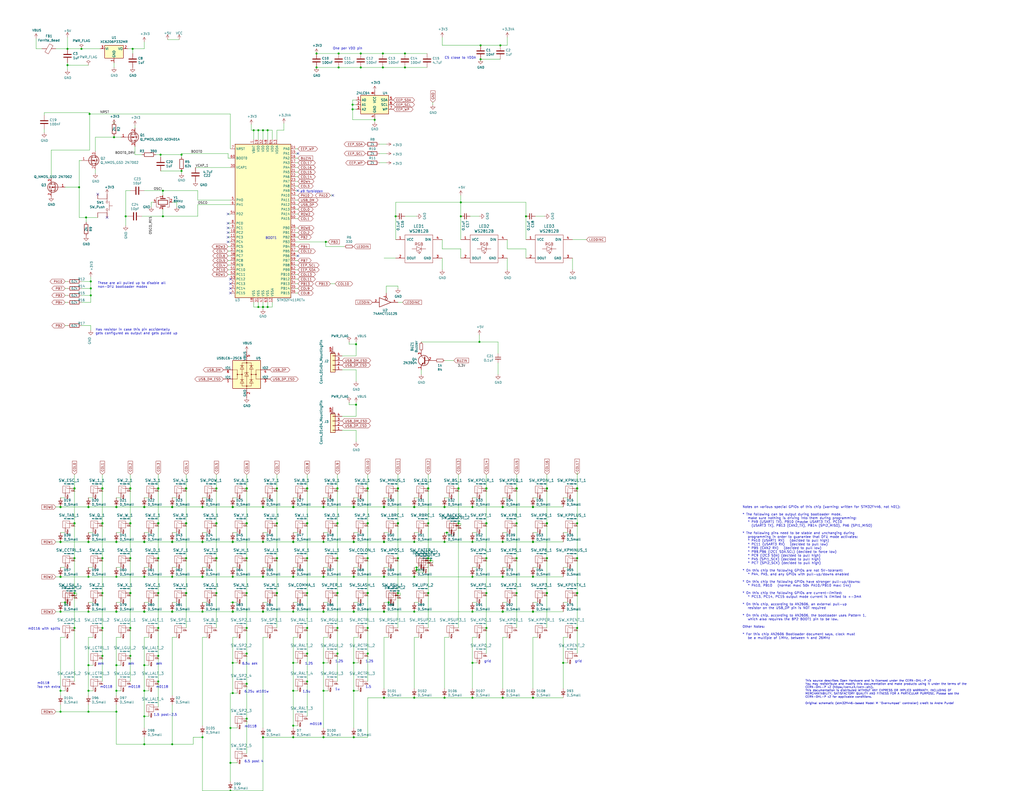
<source format=kicad_sch>
(kicad_sch (version 20221206) (generator eeschema)
  (paper "C")
  (junction (at 217.17 304.8))
  (junction (at 196.85 29.21))
  (junction (at 160.02 361.95))
  (junction (at 160.02 377.19))
  (junction (at 204.47 65.405))
  (junction (at 101.6 323.85) (diameter 1.016))
  (junction (at 265.43 323.85))
  (junction (at 55.88 323.85))
  (junction (at 43.18 102.235))
  (junction (at 71.12 285.75) (diameter 1.016))
  (junction (at 78.74 377.19))
  (junction (at 48.26 388.62))
  (junction (at 274.32 295.91))
  (junction (at 281.94 323.85))
  (junction (at 146.05 167.64))
  (junction (at 212.09 328.93))
  (junction (at 63.5 363.22))
  (junction (at 63.5 377.19))
  (junction (at 127 314.96))
  (junction (at 261.62 186.69))
  (junction (at 118.11 285.75) (diameter 1.016))
  (junction (at 281.94 304.8))
  (junction (at 93.98 295.91) (diameter 1.016))
  (junction (at 200.66 342.9))
  (junction (at 184.785 36.83))
  (junction (at 209.55 314.96))
  (junction (at 55.88 266.7) (diameter 1.016))
  (junction (at 196.85 36.83))
  (junction (at 193.04 377.19))
  (junction (at 257.81 295.91))
  (junction (at 192.405 59.69))
  (junction (at 176.53 295.91))
  (junction (at 314.96 342.9))
  (junction (at 184.785 29.21))
  (junction (at 110.49 314.96) (diameter 1.016))
  (junction (at 101.6 266.7) (diameter 1.016))
  (junction (at 194.31 187.96))
  (junction (at 49.53 157.48))
  (junction (at 193.04 276.86) (diameter 1.016))
  (junction (at 242.57 276.86) (diameter 1.016))
  (junction (at 265.43 266.7) (diameter 1.016))
  (junction (at 307.34 361.95))
  (junction (at 192.405 57.15))
  (junction (at 63.5 314.96))
  (junction (at 176.53 276.86))
  (junction (at 274.32 381))
  (junction (at 138.43 71.12))
  (junction (at 46.99 118.745))
  (junction (at 40.64 285.75) (diameter 1.016))
  (junction (at 184.15 266.7) (diameter 1.016))
  (junction (at 209.55 381))
  (junction (at 78.74 276.86) (diameter 1.016))
  (junction (at 93.98 314.96))
  (junction (at 40.64 323.85))
  (junction (at 314.96 304.8))
  (junction (at 220.98 36.83))
  (junction (at 242.57 381))
  (junction (at 176.53 334.01) (diameter 1.016))
  (junction (at 176.53 314.96))
  (junction (at 118.11 323.85))
  (junction (at 217.17 285.75) (diameter 1.016))
  (junction (at 220.98 29.21))
  (junction (at 200.66 323.85) (diameter 1.016))
  (junction (at 44.45 26.67))
  (junction (at 68.58 118.11))
  (junction (at 127 378.46))
  (junction (at 143.51 71.12))
  (junction (at 99.06 84.455))
  (junction (at 209.55 334.01) (diameter 1.016))
  (junction (at 86.36 266.7) (diameter 1.016))
  (junction (at 143.51 167.64))
  (junction (at 281.94 285.75))
  (junction (at 233.68 266.7) (diameter 1.016))
  (junction (at 200.66 356.87))
  (junction (at 298.45 285.75) (diameter 1.016))
  (junction (at 298.45 323.85) (diameter 1.016))
  (junction (at 172.72 29.21))
  (junction (at 134.62 323.85))
  (junction (at 71.12 266.7) (diameter 1.016))
  (junction (at 314.96 323.85) (diameter 1.016))
  (junction (at 167.64 266.7) (diameter 1.016))
  (junction (at 184.15 342.9))
  (junction (at 62.23 74.93))
  (junction (at 226.06 276.86) (diameter 1.016))
  (junction (at 33.02 295.91) (diameter 1.016))
  (junction (at 93.98 406.4))
  (junction (at 86.36 342.9))
  (junction (at 118.11 266.7))
  (junction (at 134.62 392.43))
  (junction (at 88.9 104.14))
  (junction (at 134.62 285.75) (diameter 1.016))
  (junction (at 184.15 323.85) (diameter 1.016))
  (junction (at 35.56 328.93))
  (junction (at 63.5 334.01) (diameter 1.016))
  (junction (at 151.13 304.8))
  (junction (at 78.74 363.22))
  (junction (at 140.97 71.12))
  (junction (at 209.55 295.91) (diameter 1.016))
  (junction (at 262.255 24.765))
  (junction (at 209.55 276.86) (diameter 1.016))
  (junction (at 184.15 304.8))
  (junction (at 298.45 304.8))
  (junction (at 33.02 314.96) (diameter 1.016))
  (junction (at 48.26 295.91) (diameter 1.016))
  (junction (at 71.12 304.8))
  (junction (at 33.02 388.62))
  (junction (at 250.19 285.75))
  (junction (at 243.84 290.83))
  (junction (at 233.68 323.85))
  (junction (at 290.83 295.91) (diameter 1.016))
  (junction (at 200.66 304.8))
  (junction (at 200.66 285.75) (diameter 1.016))
  (junction (at 257.81 361.95))
  (junction (at 125.73 431.8))
  (junction (at 127 328.93))
  (junction (at 176.53 377.19))
  (junction (at 160.02 396.24))
  (junction (at 160.02 295.91) (diameter 1.016))
  (junction (at 125.73 416.56))
  (junction (at 251.46 118.11))
  (junction (at 200.66 266.7) (diameter 1.016))
  (junction (at 143.51 334.01) (diameter 1.016))
  (junction (at 176.53 361.95))
  (junction (at 274.32 334.01) (diameter 1.016))
  (junction (at 176.53 402.59))
  (junction (at 78.74 391.16))
  (junction (at 251.46 110.49))
  (junction (at 134.62 266.7) (diameter 1.016))
  (junction (at 226.06 314.96))
  (junction (at 49.53 153.67))
  (junction (at 227.33 309.88))
  (junction (at 215.9 118.11))
  (junction (at 242.57 295.91))
  (junction (at 257.81 314.96))
  (junction (at 33.02 276.86) (diameter 1.016))
  (junction (at 101.6 304.8))
  (junction (at 110.49 276.86))
  (junction (at 287.02 118.11))
  (junction (at 55.88 358.14))
  (junction (at 193.04 361.95))
  (junction (at 274.32 314.96))
  (junction (at 234.95 306.07))
  (junction (at 93.98 276.86) (diameter 1.016))
  (junction (at 167.64 304.8))
  (junction (at 184.15 356.87))
  (junction (at 78.74 314.96))
  (junction (at 86.36 285.75) (diameter 1.016))
  (junction (at 63.5 388.62))
  (junction (at 63.5 276.86) (diameter 1.016))
  (junction (at 194.31 220.98))
  (junction (at 160.02 334.01))
  (junction (at 99.06 93.345))
  (junction (at 48.26 363.22))
  (junction (at 167.64 356.87))
  (junction (at 177.8 132.08))
  (junction (at 143.51 314.96))
  (junction (at 71.12 323.85) (diameter 1.016))
  (junction (at 110.49 295.91) (diameter 1.016))
  (junction (at 118.11 304.8) (diameter 1.016))
  (junction (at 143.51 276.86))
  (junction (at 290.83 334.01) (diameter 1.016))
  (junction (at 134.62 356.87))
  (junction (at 86.36 372.11))
  (junction (at 140.97 167.64))
  (junction (at 40.64 266.7) (diameter 1.016))
  (junction (at 314.96 266.7) (diameter 1.016))
  (junction (at 33.02 334.01))
  (junction (at 193.04 314.96))
  (junction (at 160.02 276.86) (diameter 1.016))
  (junction (at 40.64 342.9))
  (junction (at 290.83 381))
  (junction (at 217.17 266.7) (diameter 1.016))
  (junction (at 184.15 285.75) (diameter 1.016))
  (junction (at 160.02 402.59))
  (junction (at 257.81 381))
  (junction (at 87.63 84.455))
  (junction (at 71.12 358.14))
  (junction (at 290.83 276.86) (diameter 1.016))
  (junction (at 110.49 402.59))
  (junction (at 78.74 295.91) (diameter 1.016))
  (junction (at 226.06 334.01))
  (junction (at 40.64 304.8))
  (junction (at 48.26 334.01))
  (junction (at 265.43 285.75) (diameter 1.016))
  (junction (at 265.43 342.9))
  (junction (at 48.895 62.23))
  (junction (at 151.13 323.85) (diameter 1.016))
  (junction (at 93.98 334.01) (diameter 1.016))
  (junction (at 63.5 295.91) (diameter 1.016))
  (junction (at 55.88 304.8))
  (junction (at 143.51 295.91))
  (junction (at 281.94 266.7) (diameter 1.016))
  (junction (at 257.81 276.86))
  (junction (at 127 295.91) (diameter 1.016))
  (junction (at 71.12 342.9))
  (junction (at 274.32 276.86) (diameter 1.016))
  (junction (at 262.255 32.385))
  (junction (at 167.64 285.75) (diameter 1.016))
  (junction (at 226.06 295.91))
  (junction (at 250.19 266.7) (diameter 1.016))
  (junction (at 110.49 334.01))
  (junction (at 193.04 334.01) (diameter 1.016))
  (junction (at 127 361.95))
  (junction (at 314.96 285.75))
  (junction (at 273.05 24.765))
  (junction (at 36.83 26.67))
  (junction (at 143.51 402.59))
  (junction (at 49.53 161.29))
  (junction (at 227.33 311.15))
  (junction (at 33.02 377.19))
  (junction (at 72.39 26.67))
  (junction (at 167.64 342.9))
  (junction (at 86.36 323.85))
  (junction (at 146.05 71.12))
  (junction (at 265.43 304.8))
  (junction (at 193.04 295.91) (diameter 1.016))
  (junction (at 134.62 304.8))
  (junction (at 48.26 377.19))
  (junction (at 78.74 334.01) (diameter 1.016))
  (junction (at 55.88 342.9))
  (junction (at 257.81 334.01))
  (junction (at 233.68 285.75))
  (junction (at 127 276.86) (diameter 1.016))
  (junction (at 151.13 266.7))
  (junction (at 233.68 304.8))
  (junction (at 172.72 36.83))
  (junction (at 290.83 314.96))
  (junction (at 86.36 358.14))
  (junction (at 101.6 285.75) (diameter 1.016))
  (junction (at 134.62 373.38))
  (junction (at 134.62 342.9))
  (junction (at 298.45 266.7) (diameter 1.016))
  (junction (at 208.915 36.83))
  (junction (at 167.64 372.11))
  (junction (at 127 334.01) (diameter 1.016))
  (junction (at 48.26 276.86) (diameter 1.016))
  (junction (at 78.74 406.4))
  (junction (at 55.88 285.75) (diameter 1.016))
  (junction (at 48.26 314.96))
  (junction (at 193.04 402.59))
  (junction (at 125.73 397.51))
  (junction (at 226.06 381))
  (junction (at 86.36 304.8))
  (junction (at 160.02 314.96))
  (junction (at 36.83 35.56))
  (junction (at 217.17 323.85))
  (junction (at 151.13 285.75))
  (junction (at 208.915 29.21))
  (junction (at 167.64 323.85))
  (junction (at 88.9 118.11))
  (no_connect (at 124.46 132.08))
  (no_connect (at 162.56 83.82))
  (no_connect (at 124.46 127))
  (no_connect (at 58.42 118.745))
  (no_connect (at 125.73 160.02))
  (no_connect (at 162.56 139.7))
  (no_connect (at 124.46 121.92))
  (no_connect (at 124.46 124.46))
  (no_connect (at 125.73 152.4))
  (no_connect (at 124.46 116.84))
  (no_connect (at 124.46 129.54))
  (no_connect (at 162.56 104.14))
  (no_connect (at 181.61 106.68))
  (no_connect (at 125.73 157.48))
  (no_connect (at 125.73 154.94))
  (no_connect (at 53.34 106.045))
  (wire (pts (xy 88.9 118.11) (xy 107.95 118.11)))
  (wire (pts (xy 110.49 309.88) (xy 113.03 309.88)))
  (wire (pts (xy 161.29 109.22) (xy 162.56 109.22)))
  (wire (pts (xy 229.87 186.69) (xy 261.62 186.69)))
  (wire (pts (xy 40.64 259.08) (xy 40.64 266.7)))
  (wire (pts (xy 87.63 93.345) (xy 99.06 93.345)))
  (wire (pts (xy 161.29 132.08) (xy 177.8 132.08)))
  (wire (pts (xy 49.53 177.8) (xy 49.53 180.34)))
  (wire (pts (xy 62.23 66.675) (xy 62.23 67.945)))
  (wire (pts (xy 78.74 363.22) (xy 78.74 377.19)))
  (wire (pts (xy 40.64 266.7) (xy 40.64 285.75)))
  (wire (pts (xy 143.51 314.96) (xy 160.02 314.96)))
  (wire (pts (xy 151.13 259.08) (xy 151.13 266.7)))
  (wire (pts (xy 105.41 406.4) (xy 105.41 402.59)))
  (wire (pts (xy 125.73 397.51) (xy 129.54 397.51)))
  (wire (pts (xy 281.94 304.8) (xy 281.94 323.85)))
  (wire (pts (xy 161.29 137.16) (xy 162.56 137.16)))
  (wire (pts (xy 88.9 104.14) (xy 107.95 104.14)))
  (wire (pts (xy 162.56 144.78) (xy 161.29 144.78)))
  (wire (pts (xy 233.68 259.08) (xy 233.68 266.7)))
  (wire (pts (xy 271.78 186.69) (xy 271.78 193.04)))
  (wire (pts (xy 30.48 276.86) (xy 33.02 276.86)))
  (wire (pts (xy 273.05 24.765) (xy 276.86 24.765)))
  (wire (pts (xy 63.5 406.4) (xy 78.74 406.4)))
  (wire (pts (xy 78.74 406.4) (xy 93.98 406.4)))
  (wire (pts (xy 78.74 347.98) (xy 78.74 363.22)))
  (wire (pts (xy 207.01 88.9) (xy 210.82 88.9)))
  (wire (pts (xy 241.3 135.89) (xy 241.3 130.81)))
  (wire (pts (xy 30.48 334.01) (xy 33.02 334.01)))
  (wire (pts (xy 110.49 276.86) (xy 127 276.86)))
  (wire (pts (xy 276.86 24.765) (xy 276.86 20.32)))
  (wire (pts (xy 251.46 135.89) (xy 241.3 135.89)))
  (wire (pts (xy 52.07 92.71) (xy 52.07 94.615)))
  (wire (pts (xy 193.04 309.88) (xy 195.58 309.88)))
  (wire (pts (xy 193.04 276.86) (xy 209.55 276.86)))
  (wire (pts (xy 69.85 26.67) (xy 72.39 26.67)))
  (wire (pts (xy 227.33 312.42) (xy 227.33 311.15)))
  (wire (pts (xy 78.74 314.96) (xy 93.98 314.96)))
  (wire (pts (xy 276.86 140.97) (xy 276.86 147.32)))
  (wire (pts (xy 160.02 347.98) (xy 162.56 347.98)))
  (wire (pts (xy 257.81 334.01) (xy 274.32 334.01)))
  (wire (pts (xy 177.8 134.62) (xy 187.96 134.62)))
  (wire (pts (xy 160.02 402.59) (xy 176.53 402.59)))
  (wire (pts (xy 265.43 285.75) (xy 265.43 304.8)))
  (wire (pts (xy 257.81 361.95) (xy 257.81 375.92)))
  (wire (pts (xy 36.83 35.56) (xy 36.83 34.29)))
  (wire (pts (xy 78.74 104.14) (xy 88.9 104.14)))
  (wire (pts (xy 256.54 118.11) (xy 261.62 118.11)))
  (wire (pts (xy 63.5 290.83) (xy 66.04 290.83)))
  (wire (pts (xy 71.12 304.8) (xy 71.12 323.85)))
  (wire (pts (xy 251.46 118.11) (xy 251.46 130.81)))
  (wire (pts (xy 262.255 32.385) (xy 273.05 32.385)))
  (wire (pts (xy 143.51 167.64) (xy 146.05 167.64)))
  (wire (pts (xy 30.48 388.62) (xy 33.02 388.62)))
  (wire (pts (xy 226.06 290.83) (xy 228.6 290.83)))
  (wire (pts (xy 124.46 86.36) (xy 125.73 86.36)))
  (wire (pts (xy 55.88 342.9) (xy 55.88 358.14)))
  (wire (pts (xy 161.29 91.44) (xy 162.56 91.44)))
  (wire (pts (xy 257.81 309.88) (xy 260.35 309.88)))
  (wire (pts (xy 62.23 74.295) (xy 62.23 74.93)))
  (wire (pts (xy 63.5 363.22) (xy 66.04 363.22)))
  (wire (pts (xy 200.66 323.85) (xy 200.66 342.9)))
  (wire (pts (xy 143.51 347.98) (xy 146.05 347.98)))
  (wire (pts (xy 110.49 347.98) (xy 113.03 347.98)))
  (wire (pts (xy 233.68 323.85) (xy 233.68 342.9)))
  (wire (pts (xy 41.91 325.12) (xy 41.91 323.85)))
  (wire (pts (xy 44.45 161.29) (xy 49.53 161.29)))
  (wire (pts (xy 200.66 402.59) (xy 200.66 381)))
  (wire (pts (xy 63.5 276.86) (xy 78.74 276.86)))
  (wire (pts (xy 146.05 71.12) (xy 146.05 76.2)))
  (wire (pts (xy 217.17 266.7) (xy 217.17 285.75)))
  (wire (pts (xy 262.255 24.765) (xy 273.05 24.765)))
  (wire (pts (xy 298.45 259.08) (xy 298.45 266.7)))
  (wire (pts (xy 194.31 234.95) (xy 186.69 234.95)))
  (wire (pts (xy 209.55 347.98) (xy 209.55 375.92)))
  (wire (pts (xy 48.895 81.915) (xy 48.895 62.23)))
  (wire (pts (xy 86.36 304.8) (xy 86.36 323.85)))
  (wire (pts (xy 127 276.86) (xy 143.51 276.86)))
  (wire (pts (xy 35.56 330.2) (xy 35.56 328.93)))
  (wire (pts (xy 143.51 402.59) (xy 160.02 402.59)))
  (wire (pts (xy 93.98 276.86) (xy 110.49 276.86)))
  (wire (pts (xy 71.12 285.75) (xy 71.12 304.8)))
  (wire (pts (xy 212.09 330.2) (xy 212.09 328.93)))
  (wire (pts (xy 193.04 314.96) (xy 209.55 314.96)))
  (wire (pts (xy 48.26 363.22) (xy 50.8 363.22)))
  (wire (pts (xy 209.55 381) (xy 226.06 381)))
  (wire (pts (xy 73.66 68.58) (xy 73.66 69.85)))
  (wire (pts (xy 44.45 165.1) (xy 49.53 165.1)))
  (wire (pts (xy 243.84 292.1) (xy 243.84 290.83)))
  (wire (pts (xy 91.44 21.59) (xy 97.79 21.59)))
  (wire (pts (xy 86.36 358.14) (xy 86.36 372.11)))
  (wire (pts (xy 176.53 377.19) (xy 179.07 377.19)))
  (wire (pts (xy 77.47 118.11) (xy 88.9 118.11)))
  (wire (pts (xy 161.29 96.52) (xy 162.56 96.52)))
  (wire (pts (xy 192.405 59.69) (xy 194.31 59.69)))
  (wire (pts (xy 193.04 271.78) (xy 195.58 271.78)))
  (wire (pts (xy 298.45 285.75) (xy 298.45 266.7)))
  (wire (pts (xy 73.66 84.455) (xy 73.66 80.01)))
  (wire (pts (xy 207.01 78.74) (xy 210.82 78.74)))
  (wire (pts (xy 68.58 118.11) (xy 68.58 123.19)))
  (wire (pts (xy 209.55 276.86) (xy 226.06 276.86)))
  (wire (pts (xy 93.98 384.81) (xy 93.98 406.4)))
  (wire (pts (xy 93.98 309.88) (xy 96.52 309.88)))
  (wire (pts (xy 46.99 121.285) (xy 46.99 118.745)))
  (wire (pts (xy 208.915 29.21) (xy 196.85 29.21)))
  (wire (pts (xy 48.26 388.62) (xy 63.5 388.62)))
  (wire (pts (xy 162.56 119.38) (xy 161.29 119.38)))
  (wire (pts (xy 194.31 220.98) (xy 194.31 227.33)))
  (wire (pts (xy 110.49 295.91) (xy 127 295.91)))
  (wire (pts (xy 93.98 347.98) (xy 93.98 379.73)))
  (wire (pts (xy 127 328.93) (xy 129.54 328.93)))
  (wire (pts (xy 290.83 328.93) (xy 293.37 328.93)))
  (wire (pts (xy 118.11 259.08) (xy 118.11 266.7)))
  (wire (pts (xy 161.29 149.86) (xy 162.56 149.86)))
  (wire (pts (xy 78.74 363.22) (xy 81.28 363.22)))
  (wire (pts (xy 101.6 323.85) (xy 101.6 342.9)))
  (wire (pts (xy 55.88 285.75) (xy 55.88 304.8)))
  (wire (pts (xy 161.29 86.36) (xy 162.56 86.36)))
  (wire (pts (xy 35.56 153.67) (xy 36.83 153.67)))
  (wire (pts (xy 63.5 334.01) (xy 78.74 334.01)))
  (wire (pts (xy 287.02 110.49) (xy 287.02 118.11)))
  (wire (pts (xy 43.18 102.235) (xy 43.18 118.745)))
  (wire (pts (xy 307.34 309.88) (xy 309.88 309.88)))
  (wire (pts (xy 78.74 26.67) (xy 78.74 22.86)))
  (wire (pts (xy 226.06 328.93) (xy 228.6 328.93)))
  (wire (pts (xy 257.81 290.83) (xy 260.35 290.83)))
  (wire (pts (xy 48.26 328.93) (xy 50.8 328.93)))
  (wire (pts (xy 274.32 295.91) (xy 290.83 295.91)))
  (wire (pts (xy 307.34 290.83) (xy 309.88 290.83)))
  (wire (pts (xy 194.31 201.93) (xy 194.31 208.28)))
  (wire (pts (xy 143.51 71.12) (xy 143.51 76.2)))
  (wire (pts (xy 68.58 118.11) (xy 69.85 118.11)))
  (wire (pts (xy 192.405 57.15) (xy 192.405 59.69)))
  (wire (pts (xy 124.46 116.84) (xy 125.73 116.84)))
  (wire (pts (xy 292.1 118.11) (xy 297.18 118.11)))
  (wire (pts (xy 204.47 65.405) (xy 204.47 64.77)))
  (wire (pts (xy 217.17 259.08) (xy 217.17 266.7)))
  (wire (pts (xy 99.06 85.725) (xy 99.06 84.455)))
  (wire (pts (xy 200.66 381) (xy 209.55 381)))
  (wire (pts (xy 33.02 377.19) (xy 35.56 377.19)))
  (wire (pts (xy 48.895 61.595) (xy 48.895 62.23)))
  (wire (pts (xy 124.46 129.54) (xy 125.73 129.54)))
  (wire (pts (xy 210.82 156.21) (xy 217.17 156.21)))
  (wire (pts (xy 193.04 347.98) (xy 195.58 347.98)))
  (wire (pts (xy 226.06 295.91) (xy 242.57 295.91)))
  (wire (pts (xy 110.49 328.93) (xy 113.03 328.93)))
  (wire (pts (xy 176.53 347.98) (xy 176.53 361.95)))
  (wire (pts (xy 55.88 259.08) (xy 55.88 266.7)))
  (wire (pts (xy 105.41 402.59) (xy 110.49 402.59)))
  (wire (pts (xy 124.46 144.78) (xy 125.73 144.78)))
  (wire (pts (xy 176.53 295.91) (xy 193.04 295.91)))
  (wire (pts (xy 184.15 356.87) (xy 184.15 372.11)))
  (wire (pts (xy 110.49 401.32) (xy 110.49 402.59)))
  (wire (pts (xy 93.98 271.78) (xy 96.52 271.78)))
  (wire (pts (xy 162.56 116.84) (xy 161.29 116.84)))
  (wire (pts (xy 154.94 71.12) (xy 154.94 67.31)))
  (wire (pts (xy 200.66 304.8) (xy 200.66 323.85)))
  (wire (pts (xy 193.04 290.83) (xy 195.58 290.83)))
  (wire (pts (xy 86.36 285.75) (xy 86.36 304.8)))
  (wire (pts (xy 274.32 381) (xy 290.83 381)))
  (wire (pts (xy 125.73 416.56) (xy 125.73 397.51)))
  (wire (pts (xy 226.06 271.78) (xy 228.6 271.78)))
  (wire (pts (xy 184.15 342.9) (xy 184.15 356.87)))
  (wire (pts (xy 110.49 431.8) (xy 110.49 402.59)))
  (wire (pts (xy 242.57 381) (xy 257.81 381)))
  (wire (pts (xy 217.17 285.75) (xy 217.17 304.8)))
  (wire (pts (xy 118.11 285.75) (xy 118.11 304.8)))
  (wire (pts (xy 140.97 71.12) (xy 140.97 76.2)))
  (wire (pts (xy 63.5 377.19) (xy 66.04 377.19)))
  (wire (pts (xy 127 290.83) (xy 129.54 290.83)))
  (wire (pts (xy 176.53 271.78) (xy 179.07 271.78)))
  (wire (pts (xy 71.12 358.14) (xy 71.12 372.11)))
  (wire (pts (xy 194.31 219.71) (xy 194.31 220.98)))
  (wire (pts (xy 242.57 276.86) (xy 257.81 276.86)))
  (wire (pts (xy 209.55 314.96) (xy 226.06 314.96)))
  (wire (pts (xy 160.02 361.95) (xy 160.02 347.98)))
  (wire (pts (xy 226.06 334.01) (xy 257.81 334.01)))
  (wire (pts (xy 184.785 36.83) (xy 172.72 36.83)))
  (wire (pts (xy 93.98 328.93) (xy 96.52 328.93)))
  (wire (pts (xy 217.17 323.85) (xy 218.44 323.85)))
  (wire (pts (xy 176.53 334.01) (xy 193.04 334.01)))
  (wire (pts (xy 48.26 363.22) (xy 48.26 377.19)))
  (wire (pts (xy 160.02 334.01) (xy 176.53 334.01)))
  (wire (pts (xy 177.8 132.08) (xy 179.07 132.08)))
  (wire (pts (xy 161.29 104.14) (xy 162.56 104.14)))
  (wire (pts (xy 110.49 334.01) (xy 127 334.01)))
  (wire (pts (xy 209.55 334.01) (xy 226.06 334.01)))
  (wire (pts (xy 314.96 342.9) (xy 314.96 356.87)))
  (wire (pts (xy 314.96 323.85) (xy 314.96 342.9)))
  (wire (pts (xy 48.26 35.56) (xy 36.83 35.56)))
  (wire (pts (xy 88.9 104.14) (xy 88.9 106.68)))
  (wire (pts (xy 143.51 334.01) (xy 160.02 334.01)))
  (wire (pts (xy 48.26 377.19) (xy 50.8 377.19)))
  (wire (pts (xy 107.95 109.22) (xy 107.95 104.14)))
  (wire (pts (xy 134.62 259.08) (xy 134.62 266.7)))
  (wire (pts (xy 134.62 285.75) (xy 134.62 304.8)))
  (wire (pts (xy 160.02 309.88) (xy 162.56 309.88)))
  (wire (pts (xy 208.915 36.83) (xy 196.85 36.83)))
  (wire (pts (xy 161.29 106.68) (xy 162.56 106.68)))
  (wire (pts (xy 290.83 334.01) (xy 307.34 334.01)))
  (wire (pts (xy 140.97 165.1) (xy 140.97 167.64)))
  (wire (pts (xy 210.82 160.02) (xy 210.82 156.21)))
  (wire (pts (xy 107.95 111.76) (xy 125.73 111.76)))
  (wire (pts (xy 63.5 271.78) (xy 66.04 271.78)))
  (wire (pts (xy 138.43 167.64) (xy 140.97 167.64)))
  (wire (pts (xy 314.96 266.7) (xy 314.96 285.75)))
  (wire (pts (xy 160.02 377.19) (xy 162.56 377.19)))
  (wire (pts (xy 307.34 361.95) (xy 307.34 375.92)))
  (wire (pts (xy 194.31 186.69) (xy 194.31 187.96)))
  (wire (pts (xy 192.405 54.61) (xy 192.405 57.15)))
  (wire (pts (xy 35.56 157.48) (xy 36.83 157.48)))
  (wire (pts (xy 62.23 34.29) (xy 62.23 36.83)))
  (wire (pts (xy 274.32 276.86) (xy 290.83 276.86)))
  (wire (pts (xy 124.46 149.86) (xy 125.73 149.86)))
  (wire (pts (xy 209.55 271.78) (xy 212.09 271.78)))
  (wire (pts (xy 19.685 26.67) (xy 22.86 26.67)))
  (wire (pts (xy 110.49 314.96) (xy 127 314.96)))
  (wire (pts (xy 127 361.95) (xy 127 378.46)))
  (wire (pts (xy 298.45 323.85) (xy 298.45 342.9)))
  (wire (pts (xy 143.51 165.1) (xy 143.51 167.64)))
  (wire (pts (xy 127 309.88) (xy 129.54 309.88)))
  (wire (pts (xy 127 361.95) (xy 129.54 361.95)))
  (wire (pts (xy 192.405 59.69) (xy 192.405 65.405)))
  (wire (pts (xy 101.6 304.8) (xy 101.6 323.85)))
  (wire (pts (xy 19.685 20.955) (xy 19.685 26.67)))
  (wire (pts (xy 93.98 314.96) (xy 110.49 314.96)))
  (wire (pts (xy 55.88 323.85) (xy 55.88 342.9)))
  (wire (pts (xy 161.29 154.94) (xy 162.56 154.94)))
  (wire (pts (xy 229.87 311.15) (xy 227.33 311.15)))
  (wire (pts (xy 307.34 347.98) (xy 307.34 361.95)))
  (wire (pts (xy 209.55 309.88) (xy 212.09 309.88)))
  (wire (pts (xy 43.18 118.745) (xy 46.99 118.745)))
  (wire (pts (xy 220.98 29.21) (xy 208.915 29.21)))
  (wire (pts (xy 44.45 177.8) (xy 49.53 177.8)))
  (wire (pts (xy 71.12 285.75) (xy 71.12 266.7)))
  (wire (pts (xy 49.53 153.67) (xy 49.53 157.48)))
  (wire (pts (xy 196.85 36.83) (xy 184.785 36.83)))
  (wire (pts (xy 27.94 97.155) (xy 27.94 81.915)))
  (wire (pts (xy 274.32 290.83) (xy 276.86 290.83)))
  (wire (pts (xy 33.02 271.78) (xy 35.56 271.78)))
  (wire (pts (xy 124.46 127) (xy 125.73 127)))
  (wire (pts (xy 200.66 356.87) (xy 200.66 372.11)))
  (wire (pts (xy 106.68 91.44) (xy 125.73 91.44)))
  (wire (pts (xy 251.46 110.49) (xy 251.46 106.68)))
  (wire (pts (xy 236.22 306.07) (xy 234.95 306.07)))
  (wire (pts (xy 162.56 139.7) (xy 161.29 139.7)))
  (wire (pts (xy 160.02 396.24) (xy 160.02 397.51)))
  (wire (pts (xy 193.04 361.95) (xy 193.04 377.19)))
  (wire (pts (xy 236.22 307.34) (xy 236.22 306.07)))
  (wire (pts (xy 242.57 295.91) (xy 257.81 295.91)))
  (wire (pts (xy 33.02 388.62) (xy 48.26 388.62)))
  (wire (pts (xy 52.07 74.93) (xy 52.07 82.55)))
  (wire (pts (xy 40.64 285.75) (xy 40.64 304.8)))
  (wire (pts (xy 265.43 342.9) (xy 265.43 356.87)))
  (wire (pts (xy 312.42 140.97) (xy 312.42 147.32)))
  (wire (pts (xy 68.58 104.14) (xy 68.58 118.11)))
  (wire (pts (xy 213.36 330.2) (xy 212.09 330.2)))
  (wire (pts (xy 209.55 295.91) (xy 226.06 295.91)))
  (wire (pts (xy 215.9 110.49) (xy 215.9 118.11)))
  (wire (pts (xy 35.56 161.29) (xy 36.83 161.29)))
  (wire (pts (xy 99.06 83.82) (xy 99.06 84.455)))
  (wire (pts (xy 35.56 177.8) (xy 36.83 177.8)))
  (wire (pts (xy 143.51 431.8) (xy 143.51 402.59)))
  (wire (pts (xy 127 378.46) (xy 129.54 378.46)))
  (wire (pts (xy 101.6 285.75) (xy 101.6 304.8)))
  (wire (pts (xy 93.98 290.83) (xy 96.52 290.83)))
  (wire (pts (xy 204.47 66.675) (xy 204.47 65.405)))
  (wire (pts (xy 48.26 295.91) (xy 63.5 295.91)))
  (wire (pts (xy 93.98 295.91) (xy 110.49 295.91)))
  (wire (pts (xy 124.46 139.7) (xy 125.73 139.7)))
  (wire (pts (xy 154.94 71.12) (xy 151.13 71.12)))
  (wire (pts (xy 160.02 361.95) (xy 160.02 377.19)))
  (wire (pts (xy 234.95 306.07) (xy 234.95 304.8)))
  (wire (pts (xy 161.29 81.28) (xy 162.56 81.28)))
  (wire (pts (xy 30.48 26.67) (xy 36.83 26.67)))
  (wire (pts (xy 33.02 314.96) (xy 48.26 314.96)))
  (wire (pts (xy 265.43 304.8) (xy 265.43 323.85)))
  (wire (pts (xy 274.32 347.98) (xy 274.32 375.92)))
  (wire (pts (xy 101.6 259.08) (xy 101.6 266.7)))
  (wire (pts (xy 72.39 26.67) (xy 78.74 26.67)))
  (wire (pts (xy 33.02 347.98) (xy 35.56 347.98)))
  (wire (pts (xy 217.17 165.1) (xy 219.71 165.1)))
  (wire (pts (xy 226.06 347.98) (xy 226.06 375.92)))
  (wire (pts (xy 242.57 196.85) (xy 247.65 196.85)))
  (wire (pts (xy 78.74 276.86) (xy 93.98 276.86)))
  (wire (pts (xy 134.62 356.87) (xy 134.62 373.38)))
  (wire (pts (xy 63.5 377.19) (xy 63.5 379.73)))
  (wire (pts (xy 176.53 276.86) (xy 193.04 276.86)))
  (wire (pts (xy 184.15 266.7) (xy 184.15 285.75)))
  (wire (pts (xy 287.02 140.97) (xy 287.02 135.89)))
  (wire (pts (xy 179.07 361.95) (xy 176.53 361.95)))
  (wire (pts (xy 184.785 29.21) (xy 172.72 29.21)))
  (wire (pts (xy 151.13 71.12) (xy 151.13 76.2)))
  (wire (pts (xy 176.53 328.93) (xy 179.07 328.93)))
  (wire (pts (xy 62.23 74.93) (xy 66.04 74.93)))
  (wire (pts (xy 236.22 55.88) (xy 236.22 57.15)))
  (wire (pts (xy 243.84 290.83) (xy 245.11 290.83)))
  (wire (pts (xy 233.68 285.75) (xy 233.68 304.8)))
  (wire (pts (xy 49.53 165.1) (xy 49.53 161.29)))
  (wire (pts (xy 143.51 290.83) (xy 146.05 290.83)))
  (wire (pts (xy 110.49 271.78) (xy 113.03 271.78)))
  (wire (pts (xy 250.19 285.75) (xy 251.46 285.75)))
  (wire (pts (xy 36.83 38.1) (xy 36.83 35.56)))
  (wire (pts (xy 33.02 334.01) (xy 48.26 334.01)))
  (wire (pts (xy 231.14 312.42) (xy 227.33 312.42)))
  (wire (pts (xy 160.02 314.96) (xy 176.53 314.96)))
  (wire (pts (xy 63.5 347.98) (xy 66.04 347.98)))
  (wire (pts (xy 33.02 379.73) (xy 33.02 377.19)))
  (wire (pts (xy 125.73 416.56) (xy 129.54 416.56)))
  (wire (pts (xy 27.94 81.915) (xy 48.895 81.915)))
  (wire (pts (xy 290.83 271.78) (xy 293.37 271.78)))
  (wire (pts (xy 184.15 304.8) (xy 184.15 323.85)))
  (wire (pts (xy 151.13 266.7) (xy 151.13 285.75)))
  (wire (pts (xy 260.35 347.98) (xy 257.81 347.98)))
  (wire (pts (xy 227.33 309.88) (xy 228.6 309.88)))
  (wire (pts (xy 281.94 259.08) (xy 281.94 266.7)))
  (wire (pts (xy 242.57 347.98) (xy 245.11 347.98)))
  (wire (pts (xy 43.18 87.63) (xy 44.45 87.63)))
  (wire (pts (xy 55.88 266.7) (xy 55.88 285.75)))
  (wire (pts (xy 180.34 154.94) (xy 182.88 154.94)))
  (wire (pts (xy 265.43 285.75) (xy 265.43 266.7)))
  (wire (pts (xy 281.94 285.75) (xy 281.94 304.8)))
  (wire (pts (xy 314.96 285.75) (xy 314.96 304.8)))
  (wire (pts (xy 290.83 347.98) (xy 290.83 375.92)))
  (wire (pts (xy 207.01 83.82) (xy 210.82 83.82)))
  (wire (pts (xy 257.81 314.96) (xy 274.32 314.96)))
  (wire (pts (xy 137.16 67.945) (xy 137.16 71.12)))
  (wire (pts (xy 161.29 157.48) (xy 162.56 157.48)))
  (wire (pts (xy 265.43 259.08) (xy 265.43 266.7)))
  (wire (pts (xy 48.26 271.78) (xy 50.8 271.78)))
  (wire (pts (xy 242.57 347.98) (xy 242.57 375.92)))
  (wire (pts (xy 137.16 71.12) (xy 138.43 71.12)))
  (wire (pts (xy 227.33 311.15) (xy 227.33 309.88)))
  (wire (pts (xy 43.18 87.63) (xy 43.18 102.235)))
  (wire (pts (xy 287.02 135.89) (xy 276.86 135.89)))
  (wire (pts (xy 83.82 110.49) (xy 82.55 110.49)))
  (wire (pts (xy 194.31 201.93) (xy 186.69 201.93)))
  (wire (pts (xy 110.49 290.83) (xy 113.03 290.83)))
  (wire (pts (xy 314.96 304.8) (xy 314.96 323.85)))
  (wire (pts (xy 143.51 328.93) (xy 146.05 328.93)))
  (wire (pts (xy 48.26 347.98) (xy 50.8 347.98)))
  (wire (pts (xy 151.13 285.75) (xy 151.13 304.8)))
  (wire (pts (xy 276.86 135.89) (xy 276.86 130.81)))
  (wire (pts (xy 143.51 271.78) (xy 146.05 271.78)))
  (wire (pts (xy 161.29 101.6) (xy 162.56 101.6)))
  (wire (pts (xy 167.64 356.87) (xy 167.64 372.11)))
  (wire (pts (xy 251.46 285.75) (xy 251.46 287.02)))
  (wire (pts (xy 209.55 290.83) (xy 212.09 290.83)))
  (wire (pts (xy 33.02 347.98) (xy 33.02 377.19)))
  (wire (pts (xy 33.02 384.81) (xy 33.02 388.62)))
  (wire (pts (xy 242.57 271.78) (xy 245.11 271.78)))
  (wire (pts (xy 86.36 266.7) (xy 86.36 285.75)))
  (wire (pts (xy 261.62 182.88) (xy 261.62 186.69)))
  (wire (pts (xy 193.04 402.59) (xy 200.66 402.59)))
  (wire (pts (xy 35.56 102.235) (xy 43.18 102.235)))
  (wire (pts (xy 99.06 94.615) (xy 99.06 93.345)))
  (wire (pts (xy 140.97 167.64) (xy 143.51 167.64)))
  (wire (pts (xy 194.31 234.95) (xy 194.31 241.3)))
  (wire (pts (xy 71.12 259.08) (xy 71.12 266.7)))
  (wire (pts (xy 194.31 187.96) (xy 194.31 194.31)))
  (wire (pts (xy 81.28 391.16) (xy 78.74 391.16)))
  (wire (pts (xy 307.34 271.78) (xy 309.88 271.78)))
  (wire (pts (xy 96.52 110.49) (xy 96.52 113.03)))
  (wire (pts (xy 209.55 347.98) (xy 212.09 347.98)))
  (wire (pts (xy 78.74 328.93) (xy 81.28 328.93)))
  (wire (pts (xy 257.81 276.86) (xy 274.32 276.86)))
  (wire (pts (xy 257.81 328.93) (xy 260.35 328.93)))
  (wire (pts (xy 287.02 118.11) (xy 287.02 130.81)))
  (wire (pts (xy 215.9 140.97) (xy 209.55 140.97)))
  (wire (pts (xy 160.02 377.19) (xy 160.02 396.24)))
  (wire (pts (xy 143.51 168.91) (xy 143.51 167.64)))
  (wire (pts (xy 167.64 285.75) (xy 167.64 266.7)))
  (wire (pts (xy 290.83 314.96) (xy 307.34 314.96)))
  (wire (pts (xy 125.73 62.23) (xy 125.73 81.28)))
  (wire (pts (xy 40.64 342.9) (xy 40.64 372.11)))
  (wire (pts (xy 36.83 20.32) (xy 36.83 26.67)))
  (wire (pts (xy 63.5 363.22) (xy 63.5 377.19)))
  (wire (pts (xy 48.26 309.88) (xy 50.8 309.88)))
  (wire (pts (xy 192.405 65.405) (xy 204.47 65.405)))
  (wire (pts (xy 250.19 285.75) (xy 250.19 342.9)))
  (wire (pts (xy 143.51 71.12) (xy 146.05 71.12)))
  (wire (pts (xy 251.46 110.49) (xy 251.46 118.11)))
  (wire (pts (xy 314.96 266.7) (xy 314.96 257.81)))
  (wire (pts (xy 55.88 358.14) (xy 55.88 372.11)))
  (wire (pts (xy 200.66 266.7) (xy 200.66 285.75)))
  (wire (pts (xy 160.02 328.93) (xy 162.56 328.93)))
  (wire (pts (xy 87.63 85.725) (xy 87.63 84.455)))
  (wire (pts (xy 162.56 142.24) (xy 161.29 142.24)))
  (wire (pts (xy 176.53 402.59) (xy 193.04 402.59)))
  (wire (pts (xy 124.46 83.82) (xy 124.46 86.36)))
  (wire (pts (xy 193.04 334.01) (xy 209.55 334.01)))
  (wire (pts (xy 167.64 372.11) (xy 167.64 391.16)))
  (wire (pts (xy 143.51 347.98) (xy 143.51 397.51)))
  (wire (pts (xy 161.29 99.06) (xy 162.56 99.06)))
  (wire (pts (xy 48.26 276.86) (xy 63.5 276.86)))
  (wire (pts (xy 30.48 295.91) (xy 33.02 295.91)))
  (wire (pts (xy 71.12 342.9) (xy 71.12 358.14)))
  (wire (pts (xy 194.31 54.61) (xy 192.405 54.61)))
  (wire (pts (xy 118.11 304.8) (xy 118.11 323.85)))
  (wire (pts (xy 309.88 347.98) (xy 307.34 347.98)))
  (wire (pts (xy 33.02 309.88) (xy 35.56 309.88)))
  (wire (pts (xy 110.49 431.8) (xy 125.73 431.8)))
  (wire (pts (xy 63.5 328.93) (xy 66.04 328.93)))
  (wire (pts (xy 274.32 334.01) (xy 290.83 334.01)))
  (wire (pts (xy 161.29 83.82) (xy 162.56 83.82)))
  (wire (pts (xy 290.83 290.83) (xy 293.37 290.83)))
  (wire (pts (xy 194.31 220.98) (xy 190.5 220.98)))
  (wire (pts (xy 63.5 309.88) (xy 66.04 309.88)))
  (wire (pts (xy 160.02 295.91) (xy 176.53 295.91)))
  (wire (pts (xy 161.29 160.02) (xy 162.56 160.02)))
  (wire (pts (xy 200.66 285.75) (xy 200.66 304.8)))
  (wire (pts (xy 320.04 130.81) (xy 312.42 130.81)))
  (wire (pts (xy 193.04 295.91) (xy 209.55 295.91)))
  (wire (pts (xy 162.56 147.32) (xy 161.29 147.32)))
  (wire (pts (xy 77.47 84.455) (xy 73.66 84.455)))
  (wire (pts (xy 78.74 295.91) (xy 93.98 295.91)))
  (wire (pts (xy 110.49 347.98) (xy 110.49 396.24)))
  (wire (pts (xy 36.83 330.2) (xy 35.56 330.2)))
  (wire (pts (xy 124.46 121.92) (xy 125.73 121.92)))
  (wire (pts (xy 176.53 361.95) (xy 176.53 377.19)))
  (wire (pts (xy 161.29 88.9) (xy 162.56 88.9)))
  (wire (pts (xy 48.26 290.83) (xy 50.8 290.83)))
  (wire (pts (xy 125.73 431.8) (xy 143.51 431.8)))
  (wire (pts (xy 226.06 347.98) (xy 228.6 347.98)))
  (wire (pts (xy 257.81 295.91) (xy 274.32 295.91)))
  (wire (pts (xy 161.29 93.98) (xy 162.56 93.98)))
  (wire (pts (xy 33.02 328.93) (xy 35.56 328.93)))
  (wire (pts (xy 143.51 295.91) (xy 160.02 295.91)))
  (wire (pts (xy 124.46 147.32) (xy 125.73 147.32)))
  (wire (pts (xy 176.53 347.98) (xy 179.07 347.98)))
  (wire (pts (xy 184.15 342.9) (xy 184.15 323.85)))
  (wire (pts (xy 151.13 304.8) (xy 151.13 323.85)))
  (wire (pts (xy 233.68 266.7) (xy 233.68 285.75)))
  (wire (pts (xy 146.05 71.12) (xy 148.59 71.12)))
  (wire (pts (xy 217.17 304.8) (xy 217.17 323.85)))
  (wire (pts (xy 192.405 57.15) (xy 194.31 57.15)))
  (wire (pts (xy 167.64 323.85) (xy 167.64 342.9)))
  (wire (pts (xy 257.81 361.95) (xy 260.35 361.95)))
  (wire (pts (xy 86.36 372.11) (xy 86.36 386.08)))
  (wire (pts (xy 127 314.96) (xy 143.51 314.96)))
  (wire (pts (xy 167.64 259.08) (xy 167.64 266.7)))
  (wire (pts (xy 196.85 29.21) (xy 184.785 29.21)))
  (wire (pts (xy 99.06 83.82) (xy 124.46 83.82)))
  (wire (pts (xy 184.15 285.75) (xy 184.15 304.8)))
  (wire (pts (xy 127 271.78) (xy 129.54 271.78)))
  (wire (pts (xy 63.5 347.98) (xy 63.5 363.22)))
  (wire (pts (xy 190.5 186.69) (xy 190.5 187.96)))
  (wire (pts (xy 251.46 140.97) (xy 251.46 135.89)))
  (wire (pts (xy 140.97 71.12) (xy 143.51 71.12)))
  (wire (pts (xy 242.57 290.83) (xy 243.84 290.83)))
  (wire (pts (xy 274.32 328.93) (xy 276.86 328.93)))
  (wire (pts (xy 176.53 377.19) (xy 176.53 397.51)))
  (wire (pts (xy 125.73 378.46) (xy 125.73 397.51)))
  (wire (pts (xy 161.29 124.46) (xy 162.56 124.46)))
  (wire (pts (xy 233.045 29.21) (xy 220.98 29.21)))
  (wire (pts (xy 226.06 309.88) (xy 227.33 309.88)))
  (wire (pts (xy 160.02 276.86) (xy 176.53 276.86)))
  (wire (pts (xy 160.02 396.24) (xy 162.56 396.24)))
  (wire (pts (xy 160.02 290.83) (xy 162.56 290.83)))
  (wire (pts (xy 30.48 314.96) (xy 33.02 314.96)))
  (wire (pts (xy 118.11 266.7) (xy 118.11 285.75)))
  (wire (pts (xy 127 295.91) (xy 143.51 295.91)))
  (wire (pts (xy 33.02 295.91) (xy 48.26 295.91)))
  (wire (pts (xy 40.64 323.85) (xy 40.64 342.9)))
  (wire (pts (xy 48.26 314.96) (xy 63.5 314.96)))
  (wire (pts (xy 217.17 323.85) (xy 217.17 342.9)))
  (wire (pts (xy 146.05 165.1) (xy 146.05 167.64)))
  (wire (pts (xy 274.32 347.98) (xy 276.86 347.98)))
  (wire (pts (xy 24.13 61.595) (xy 24.13 62.865)))
  (wire (pts (xy 63.5 384.81) (xy 63.5 388.62)))
  (wire (pts (xy 167.64 342.9) (xy 167.64 356.87)))
  (wire (pts (xy 143.51 276.86) (xy 160.02 276.86)))
  (wire (pts (xy 134.62 304.8) (xy 134.62 323.85)))
  (wire (pts (xy 134.62 392.43) (xy 134.62 411.48)))
  (wire (pts (xy 118.11 323.85) (xy 118.11 342.9)))
  (wire (pts (xy 124.46 134.62) (xy 125.73 134.62)))
  (wire (pts (xy 107.95 111.76) (xy 107.95 118.11)))
  (wire (pts (xy 177.8 134.62) (xy 177.8 132.08)))
  (wire (pts (xy 143.51 309.88) (xy 146.05 309.88)))
  (wire (pts (xy 194.31 187.96) (xy 190.5 187.96)))
  (wire (pts (xy 78.74 391.16) (xy 78.74 397.51)))
  (wire (pts (xy 265.43 323.85) (xy 265.43 342.9)))
  (wire (pts (xy 193.04 377.19) (xy 195.58 377.19)))
  (wire (pts (xy 186.69 194.31) (xy 194.31 194.31)))
  (wire (pts (xy 48.26 377.19) (xy 48.26 379.73)))
  (wire (pts (xy 241.3 24.765) (xy 262.255 24.765)))
  (wire (pts (xy 134.62 323.85) (xy 134.62 342.9)))
  (wire (pts (xy 124.46 124.46) (xy 125.73 124.46)))
  (wire (pts (xy 281.94 266.7) (xy 281.94 285.75)))
  (wire (pts (xy 24.13 61.595) (xy 48.895 61.595)))
  (wire (pts (xy 209.55 328.93) (xy 212.09 328.93)))
  (wire (pts (xy 161.29 129.54) (xy 162.56 129.54)))
  (wire (pts (xy 200.66 259.08) (xy 200.66 266.7)))
  (wire (pts (xy 193.04 347.98) (xy 193.04 361.95)))
  (wire (pts (xy 290.83 295.91) (xy 307.34 295.91)))
  (wire (pts (xy 184.15 259.08) (xy 184.15 266.7)))
  (wire (pts (xy 63.5 295.91) (xy 78.74 295.91)))
  (wire (pts (xy 93.98 347.98) (xy 96.52 347.98)))
  (wire (pts (xy 85.09 84.455) (xy 87.63 84.455)))
  (wire (pts (xy 162.56 114.3) (xy 161.29 114.3)))
  (wire (pts (xy 63.5 406.4) (xy 63.5 388.62)))
  (wire (pts (xy 274.32 314.96) (xy 290.83 314.96)))
  (wire (pts (xy 226.06 276.86) (xy 242.57 276.86)))
  (wire (pts (xy 161.29 134.62) (xy 162.56 134.62)))
  (wire (pts (xy 234.95 304.8) (xy 233.68 304.8)))
  (wire (pts (xy 72.39 29.21) (xy 72.39 26.67)))
  (wire (pts (xy 307.34 328.93) (xy 309.88 328.93)))
  (wire (pts (xy 251.46 110.49) (xy 215.9 110.49)))
  (wire (pts (xy 217.17 156.21) (xy 217.17 157.48)))
  (wire (pts (xy 271.78 198.12) (xy 271.78 204.47)))
  (wire (pts (xy 257.81 381) (xy 274.32 381)))
  (wire (pts (xy 186.69 227.33) (xy 194.31 227.33)))
  (wire (pts (xy 241.3 24.765) (xy 241.3 20.32)))
  (wire (pts (xy 40.64 304.8) (xy 40.64 323.85)))
  (wire (pts (xy 161.29 127) (xy 162.56 127)))
  (wire (pts (xy 298.45 285.75) (xy 298.45 304.8)))
  (wire (pts (xy 124.46 132.08) (xy 125.73 132.08)))
  (wire (pts (xy 78.74 309.88) (xy 81.28 309.88)))
  (wire (pts (xy 250.19 259.08) (xy 250.19 266.7)))
  (wire (pts (xy 193.04 377.19) (xy 193.04 397.51)))
  (wire (pts (xy 176.53 314.96) (xy 193.04 314.96)))
  (wire (pts (xy 55.88 304.8) (xy 55.88 323.85)))
  (wire (pts (xy 88.9 114.3) (xy 88.9 118.11)))
  (wire (pts (xy 48.26 384.81) (xy 48.26 388.62)))
  (wire (pts (xy 71.12 104.14) (xy 68.58 104.14)))
  (wire (pts (xy 148.59 165.1) (xy 148.59 167.64)))
  (wire (pts (xy 49.53 151.13) (xy 49.53 153.67)))
  (wire (pts (xy 82.55 110.49) (xy 82.55 113.03)))
  (wire (pts (xy 78.74 347.98) (xy 81.28 347.98)))
  (wire (pts (xy 93.98 110.49) (xy 96.52 110.49)))
  (wire (pts (xy 101.6 285.75) (xy 101.6 266.7)))
  (wire (pts (xy 86.36 259.08) (xy 86.36 266.7)))
  (wire (pts (xy 195.58 361.95) (xy 193.04 361.95)))
  (wire (pts (xy 124.46 137.16) (xy 125.73 137.16)))
  (wire (pts (xy 127 334.01) (xy 143.51 334.01)))
  (wire (pts (xy 200.66 342.9) (xy 200.66 356.87)))
  (wire (pts (xy 48.895 62.23) (xy 125.73 62.23)))
  (wire (pts (xy 250.19 266.7) (xy 250.19 285.75)))
  (wire (pts (xy 87.63 84.455) (xy 99.06 84.455)))
  (wire (pts (xy 274.32 271.78) (xy 276.86 271.78)))
  (wire (pts (xy 78.74 334.01) (xy 93.98 334.01)))
  (wire (pts (xy 44.45 157.48) (xy 49.53 157.48)))
  (wire (pts (xy 161.29 152.4) (xy 162.56 152.4)))
  (wire (pts (xy 93.98 334.01) (xy 110.49 334.01)))
  (wire (pts (xy 138.43 165.1) (xy 138.43 167.64)))
  (wire (pts (xy 86.36 323.85) (xy 86.36 342.9)))
  (wire (pts (xy 246.38 292.1) (xy 243.84 292.1)))
  (wire (pts (xy 162.56 361.95) (xy 160.02 361.95)))
  (wire (pts (xy 290.83 309.88) (xy 293.37 309.88)))
  (wire (pts (xy 160.02 271.78) (xy 162.56 271.78)))
  (wire (pts (xy 180.34 106.68) (xy 181.61 106.68)))
  (wire (pts (xy 36.83 26.67) (xy 44.45 26.67)))
  (wire (pts (xy 44.45 26.67) (xy 54.61 26.67)))
  (wire (pts (xy 107.95 109.22) (xy 125.73 109.22)))
  (wire (pts (xy 220.98 36.83) (xy 208.915 36.83)))
  (wire (pts (xy 281.94 323.85) (xy 281.94 342.9)))
  (wire (pts (xy 35.56 165.1) (xy 36.83 165.1)))
  (wire (pts (xy 71.12 342.9) (xy 71.12 323.85)))
  (wire (pts (xy 63.5 314.96) (xy 78.74 314.96)))
  (wire (pts (xy 162.56 111.76) (xy 161.29 111.76)))
  (wire (pts (xy 53.34 118.745) (xy 46.99 118.745)))
  (wire (pts (xy 125.73 426.72) (xy 125.73 416.56)))
  (wire (pts (xy 127 347.98) (xy 129.54 347.98)))
  (wire (pts (xy 151.13 323.85) (xy 151.13 342.9)))
  (wire (pts (xy 78.74 271.78) (xy 81.28 271.78)))
  (wire (pts (xy 148.59 71.12) (xy 148.59 76.2)))
  (wire (pts (xy 167.64 285.75) (xy 167.64 304.8)))
  (wire (pts (xy 233.68 304.8) (xy 233.68 323.85)))
  (wire (pts (xy 127 378.46) (xy 125.73 378.46)))
  (wire (pts (xy 62.23 74.93) (xy 52.07 74.93)))
  (wire (pts (xy 176.53 309.88) (xy 179.07 309.88)))
  (wire (pts (xy 261.62 186.69) (xy 271.78 186.69)))
  (wire (pts (xy 78.74 377.19) (xy 78.74 391.16)))
  (wire (pts (xy 78.74 402.59) (xy 78.74 406.4)))
  (wire (pts (xy 78.74 290.83) (xy 81.28 290.83)))
  (wire (pts (xy 33.02 290.83) (xy 35.56 290.83)))
  (wire (pts (xy 251.46 110.49) (xy 287.02 110.49)))
  (wire (pts (xy 257.81 271.78) (xy 260.35 271.78)))
  (wire (pts (xy 44.45 153.67) (xy 49.53 153.67)))
  (wire (pts (xy 48.26 347.98) (xy 48.26 363.22)))
  (wire (pts (xy 241.3 140.97) (xy 241.3 147.32)))
  (wire (pts (xy 49.53 157.48) (xy 49.53 161.29)))
  (wire (pts (xy 290.83 381) (xy 307.34 381)))
  (wire (pts (xy 226.06 314.96) (xy 257.81 314.96)))
  (wire (pts (xy 290.83 347.98) (xy 293.37 347.98)))
  (wire (pts (xy 81.28 377.19) (xy 78.74 377.19)))
  (wire (pts (xy 274.32 309.88) (xy 276.86 309.88)))
  (wire (pts (xy 24.13 72.39) (xy 24.13 70.485)))
  (wire (pts (xy 124.46 142.24) (xy 125.73 142.24)))
  (wire (pts (xy 134.62 285.75) (xy 134.62 266.7)))
  (wire (pts (xy 290.83 276.86) (xy 307.34 276.86)))
  (wire (pts (xy 93.98 406.4) (xy 105.41 406.4)))
  (wire (pts (xy 176.53 290.83) (xy 179.07 290.83)))
  (wire (pts (xy 134.62 373.38) (xy 134.62 392.43)))
  (wire (pts (xy 134.62 342.9) (xy 134.62 356.87)))
  (wire (pts (xy 138.43 71.12) (xy 140.97 71.12)))
  (wire (pts (xy 220.98 118.11) (xy 227.33 118.11)))
  (wire (pts (xy 215.9 118.11) (xy 215.9 130.81)))
  (wire (pts (xy 86.36 342.9) (xy 86.36 358.14)))
  (wire (pts (xy 138.43 71.12) (xy 138.43 76.2)))
  (wire (pts (xy 125.73 328.93) (xy 127 328.93)))
  (wire (pts (xy 48.26 334.01) (xy 63.5 334.01)))
  (wire (pts (xy 146.05 167.64) (xy 148.59 167.64)))
  (wire (pts (xy 41.91 323.85) (xy 40.64 323.85)))
  (wire (pts (xy 226.06 381) (xy 242.57 381)))
  (wire (pts (xy 233.045 36.83) (xy 220.98 36.83)))
  (wire (pts (xy 193.04 328.93) (xy 195.58 328.93)))
  (wire (pts (xy 298.45 304.8) (xy 298.45 323.85)))
  (wire (pts (xy 127 347.98) (xy 127 361.95)))
  (wire (pts (xy 167.64 304.8) (xy 167.64 323.85)))
  (wire (pts (xy 257.81 347.98) (xy 257.81 361.95)))
  (wire (pts (xy 307.34 361.95) (xy 309.88 361.95)))
  (wire (pts (xy 218.44 323.85) (xy 218.44 325.12)))
  (wire (pts (xy 229.87 204.47) (xy 229.87 201.93)))
  (wire (pts (xy 190.5 219.71) (xy 190.5 220.98)))
  (wire (pts (xy 33.02 276.86) (xy 48.26 276.86)))
  (text "m0118" (at 69.85 375.92 0) (effects (font (size 1.27 1.27)) (justify left bottom)))
  (text "One per VDD pin" (at 181.61 27.305 0) (effects (font (size 1.27 1.27)) (justify left bottom)))
  (text "aek\n" (at 53.34 363.22 0) (effects (font (size 1.27 1.27)) (justify left bottom)))
  (text "m0116 with splits" (at 15.24 344.17 0) (effects (font (size 1.27 1.27)) (justify left bottom)))
  (text "6.25u at101w" (at 133.35 378.46 0) (effects (font (size 1.27 1.27)) (justify left bottom)))
  (text "6.5u aek" (at 132.08 363.22 0) (effects (font (size 1.27 1.27)) (justify left bottom)))
  (text "1.5 post-2.5" (at 83.82 391.16 0) (effects (font (size 1.27 1.27)) (justify left bottom)))
  (text "6.5 post 4" (at 133.35 416.56 0) (effects (font (size 1.27 1.27)) (justify left bottom)))
  (text "aek\n" (at 69.85 363.22 0) (effects (font (size 1.27 1.27)) (justify left bottom)))
  (text "This source describes Open Hardware and is licensed under the CERN-OHL-P v2\nYou may redistribute and modify this documentation and make products using it under the terms of the\nCERN-OHL-P v2 (https:/cern.ch/cern-ohl).\nThis documentation is distributed WITHOUT ANY EXPRESS OR IMPLIED WARRANTY, INCLUDING OF\nMERCHANTABILITY, SATISFACTORY QUALITY AND FITNESS FOR A PARTICULAR PURPOSE. Please see the\nCERN-OHL-P v2 for applicable conditions.\n\nOriginal schematic (stm32f446-based Model M \"Overnumpad\" controller) credit to Andre Purdei " (at 439.42 384.81 0) (effects (font (size 1.0922 1.0922)) (justify left bottom)))
  (text "a9 forbidden\n" (at 163.83 105.41 0) (effects (font (size 1.27 1.27)) (justify left bottom)))
  (text "Notes on various special GPIOs of this chip (warning: written for STM32F446, not 401):\n\n* The following can be output during bootloader mode,\n   make sure nothing is driving into them during programming:\n   * PA9 (USART1 TX), PB10 (maybe USART3 TX), PC10\n     (USART3 TX), PB13 (CAN2_TX), PB14 (SPI2_MISO), PA6 (SPI1_MISO)\n\n* The following pins need to be stable and unchanging during\n   programming in order to guarantee that DFU mode activates:\n   * PA10 (USART1 RX)   (decided to pull high)\n   * PC11 (USART3 RX)   (decided to pull low)\n   * PB5 (CAN2 RX)   (decided to pull low)\n   * PB9,PB6 (I2C1 SDA,SCL) (decided to force low)\n   * PC9 (I2C3 SDA) (decided to pull high)\n   * PA5 (SPI1_SCK) (decided to pull high)\n   * PC7 (SPI2_SCK) (decided to pull high)\n\n* On this chip the following GPIOs are not 5V-tolerant:\n   * PA4, PA5, and any GPIOs with pull-up/downs enabled\n\n* On this chip the following GPIOs have stronger pull-up/downs:\n   * PA10, PB10   (normal max: 50k PA10/PB10 max: 14k)\n\n* On this chip the following GPIOs are current-limited:\n   * PC13, PC14, PC15 output mode current is limited to +-3mA\n\n* On this chip, according to AN2606, an external pull-up\n   resistor on the USB_DP pin is NOT required\n\n* On this chip, according to AN2606, the bootloader uses Pattern 1,\n   which also requires the BP2 BOOT1 pin to be low.\n\nOther Notes:\n\n* For this chip AN2606 Bootloader document says, clock must\n   be a multiple of 1MHz, between 4 and 26MHz\n" (at 405.13 349.25 0) (effects (font (size 1.27 1.27)) (justify left bottom)))
  (text "aek\n" (at 85.09 363.22 0) (effects (font (size 1.27 1.27)) (justify left bottom)))
  (text "1.25\n" (at 182.88 361.95 0) (effects (font (size 1.27 1.27)) (justify left bottom)))
  (text "1.25\n" (at 199.39 361.95 0) (effects (font (size 1.27 1.27)) (justify left bottom)))
  (text "caps 2 is iso extra rshift for m0118" (at -39.37 372.11 0) (effects (font (size 1.27 1.27)) (justify left bottom)))
  (text "C5 close to VDDA" (at 242.57 32.385 0) (effects (font (size 1.27 1.27)) (justify left bottom)))
  (text "1.5" (at 199.39 375.92 0) (effects (font (size 1.27 1.27)) (justify left bottom)))
  (text "m0118" (at 54.61 375.92 0) (effects (font (size 1.27 1.27)) (justify left bottom)))
  (text "BOOT1" (at 144.78 130.81 0) (effects (font (size 1.27 1.27)) (justify left bottom)))
  (text "These are all pulled up to disable all\nnon-DFU bootloader modes" (at 53.34 157.48 0) (effects (font (size 1.27 1.27)) (justify left bottom)))
  (text "m0118\n" (at 133.35 397.51 0) (effects (font (size 1.27 1.27)) (justify left bottom)))
  (text "1u" (at 182.88 377.19 0) (effects (font (size 1.27 1.27)) (justify left bottom)))
  (text "1.5u\n" (at 165.1 378.46 0) (effects (font (size 1.27 1.27)) (justify left bottom)))
  (text "m0118" (at 85.09 375.92 0) (effects (font (size 1.27 1.27)) (justify left bottom)))
  (text "m0118\n" (at 168.91 396.24 0) (effects (font (size 1.27 1.27)) (justify left bottom)))
  (text "grid" (at 313.69 361.95 0) (effects (font (size 1.27 1.27)) (justify left bottom)))
  (text "caps 1 is m0116 caps " (at -39.37 369.57 0) (effects (font (size 1.27 1.27)) (justify left bottom)))
  (text "1.25" (at 166.37 363.22 0) (effects (font (size 1.27 1.27)) (justify left bottom)))
  (text "Has resistor in case this pin accidentally\ngets configured as output and gets pulled up" (at 52.07 182.88 0) (effects (font (size 1.27 1.27)) (justify left bottom)))
  (text "m0118\niso rsh extra" (at 20.32 375.92 0) (effects (font (size 1.27 1.27)) (justify left bottom)))
  (text "grid" (at 264.16 361.95 0) (effects (font (size 1.27 1.27)) (justify left bottom)))
  (label "3.3V" (at 254 200.66 180))
  (label "BOOT0" (at 104.14 83.82 0))
  (label "OSCO_RES" (at 83.185 118.11 270))
  (label "OSCO" (at 107.95 111.76 0))
  (label "BOOT0_DRV" (at 73.66 84.455 180))
  (label "NRST" (at 54.61 62.23 0))
  (label "VCAP_1" (at 106.68 91.44 0))
  (label "OSCI" (at 83.82 104.14 0))
  (global_label "ROW2" (shape bidirectional) (at 162.56 116.84 0) (property "Intersheetrefs" "${INTERSHEET_REFS}" (effects hide)))
  (global_label "PA10" (shape bidirectional) (at 180.34 106.68 180) (property "Intersheetrefs" "${INTERSHEET_REFS}" (effects hide)))
  (global_label "USB_DP_ESD" (shape bidirectional) (at 186.69 199.39 0) (property "Intersheetrefs" "${INTERSHEET_REFS}" (effects hide)))
  (global_label "PC10" (shape bidirectional) (at 124.46 147.32 180) (property "Intersheetrefs" "${INTERSHEET_REFS}" (effects hide)))
  (global_label "LEDDINC" (shape input) (at 219.71 165.1 0) (property "Intersheetrefs" "${INTERSHEET_REFS}" (effects hide)))
  (global_label "PA10" (shape bidirectional) (at 35.56 153.67 180) (property "Intersheetrefs" "${INTERSHEET_REFS}" (effects hide)))
  (global_label "PB4" (shape input) (at 162.56 134.62 0) (property "Intersheetrefs" "${INTERSHEET_REFS}" (effects hide)))
  (global_label "EEP_SCL" (shape bidirectional) (at 162.56 144.78 0) (property "Intersheetrefs" "${INTERSHEET_REFS}" (effects hide)))
  (global_label "COL15" (shape input) (at 281.94 259.08 90) (property "Intersheetrefs" "${INTERSHEET_REFS}" (effects hide)))
  (global_label "COL10" (shape bidirectional) (at 182.88 154.94 0) (property "Intersheetrefs" "${INTERSHEET_REFS}" (effects hide)))
  (global_label "PB2" (shape bidirectional) (at 162.56 129.54 0) (property "Intersheetrefs" "${INTERSHEET_REFS}" (effects hide)))
  (global_label "COL17" (shape input) (at 314.96 259.08 90) (property "Intersheetrefs" "${INTERSHEET_REFS}" (effects hide)))
  (global_label "COL12" (shape input) (at 233.68 259.08 90) (property "Intersheetrefs" "${INTERSHEET_REFS}" (effects hide)))
  (global_label "EEP_SDA" (shape bidirectional) (at 214.63 54.61 0) (property "Intersheetrefs" "${INTERSHEET_REFS}" (effects hide)))
  (global_label "COL3" (shape bidirectional) (at 162.56 101.6 0) (property "Intersheetrefs" "${INTERSHEET_REFS}" (effects hide)))
  (global_label "LEDDIN" (shape input) (at 203.2 165.1 180) (property "Intersheetrefs" "${INTERSHEET_REFS}" (effects hide)))
  (global_label "COL5" (shape bidirectional) (at 124.46 142.24 180) (property "Intersheetrefs" "${INTERSHEET_REFS}" (effects hide)))
  (global_label "USB_DP" (shape bidirectional) (at 162.56 111.76 0) (property "Intersheetrefs" "${INTERSHEET_REFS}" (effects hide)))
  (global_label "COL11" (shape bidirectional) (at 162.56 152.4 0) (property "Intersheetrefs" "${INTERSHEET_REFS}" (effects hide)))
  (global_label "PB2" (shape bidirectional) (at 35.56 177.8 180) (property "Intersheetrefs" "${INTERSHEET_REFS}" (effects hide)))
  (global_label "COL1" (shape bidirectional) (at 162.56 119.38 0) (property "Intersheetrefs" "${INTERSHEET_REFS}" (effects hide)))
  (global_label "USB_DP_ESD" (shape bidirectional) (at 147.32 207.01 0) (property "Intersheetrefs" "${INTERSHEET_REFS}" (effects hide)))
  (global_label "EEP_WP" (shape bidirectional) (at 162.56 81.28 0) (property "Intersheetrefs" "${INTERSHEET_REFS}" (effects hide)))
  (global_label "USB_DM_ESD" (shape bidirectional) (at 121.92 207.01 180) (property "Intersheetrefs" "${INTERSHEET_REFS}" (effects hide)))
  (global_label "COL3" (shape input) (at 86.36 259.08 90) (property "Intersheetrefs" "${INTERSHEET_REFS}" (effects hide)))
  (global_label "COL9" (shape bidirectional) (at 162.56 157.48 0) (property "Intersheetrefs" "${INTERSHEET_REFS}" (effects hide)))
  (global_label "ROW3" (shape input) (at 30.48 334.01 180) (property "Intersheetrefs" "${INTERSHEET_REFS}" (effects hide)))
  (global_label "PB7" (shape bidirectional) (at 35.56 157.48 180) (property "Intersheetrefs" "${INTERSHEET_REFS}" (effects hide)))
  (global_label "COL4" (shape bidirectional) (at 124.46 144.78 180) (property "Intersheetrefs" "${INTERSHEET_REFS}" (effects hide)))
  (global_label "COL16" (shape bidirectional) (at 162.56 91.44 0) (property "Intersheetrefs" "${INTERSHEET_REFS}" (effects hide)))
  (global_label "COL5" (shape input) (at 118.11 259.08 90) (property "Intersheetrefs" "${INTERSHEET_REFS}" (effects hide)))
  (global_label "COL7" (shape bidirectional) (at 124.46 137.16 180) (property "Intersheetrefs" "${INTERSHEET_REFS}" (effects hide)))
  (global_label "USB_DM_ESD" (shape bidirectional) (at 186.69 196.85 0) (property "Intersheetrefs" "${INTERSHEET_REFS}" (effects hide)))
  (global_label "ROW2" (shape input) (at 30.48 314.96 180) (property "Intersheetrefs" "${INTERSHEET_REFS}" (effects hide)))
  (global_label "COL6" (shape input) (at 134.62 259.08 90) (property "Intersheetrefs" "${INTERSHEET_REFS}" (effects hide)))
  (global_label "ROW4" (shape bidirectional) (at 162.56 99.06 0) (property "Intersheetrefs" "${INTERSHEET_REFS}" (effects hide)))
  (global_label "EEP_SCL" (shape bidirectional) (at 199.39 83.82 180) (property "Intersheetrefs" "${INTERSHEET_REFS}" (effects hide)))
  (global_label "COL2" (shape input) (at 71.12 259.08 90) (property "Intersheetrefs" "${INTERSHEET_REFS}" (effects hide)))
  (global_label "USB_DM" (shape bidirectional) (at 162.56 109.22 0) (property "Intersheetrefs" "${INTERSHEET_REFS}" (effects hide)))
  (global_label "COL0" (shape input) (at 40.64 259.08 90) (property "Intersheetrefs" "${INTERSHEET_REFS}" (effects hide)))
  (global_label "EEP_WP" (shape bidirectional) (at 199.39 88.9 180) (property "Intersheetrefs" "${INTERSHEET_REFS}" (effects hide)))
  (global_label "COL9" (shape input) (at 184.15 259.08 90) (property "Intersheetrefs" "${INTERSHEET_REFS}" (effects hide)))
  (global_label "COL1" (shape input) (at 55.88 259.08 90) (property "Intersheetrefs" "${INTERSHEET_REFS}" (effects hide)))
  (global_label "PB3" (shape input) (at 179.07 132.08 0) (property "Intersheetrefs" "${INTERSHEET_REFS}" (effects hide)))
  (global_label "LEDDINC" (shape input) (at 320.04 130.81 0) (property "Intersheetrefs" "${INTERSHEET_REFS}" (effects hide)))
  (global_label "BUZIN" (shape input) (at 162.56 86.36 0) (property "Intersheetrefs" "${INTERSHEET_REFS}" (effects hide)))
  (global_label "GND" (shape input) (at 236.22 55.88 90) (property "Intersheetrefs" "${INTERSHEET_REFS}" (effects hide)))
  (global_label "COL8" (shape bidirectional) (at 162.56 160.02 0) (property "Intersheetrefs" "${INTERSHEET_REFS}" (effects hide)))
  (global_label "COL12" (shape bidirectional) (at 162.56 137.16 0) (property "Intersheetrefs" "${INTERSHEET_REFS}" (effects hide)))
  (global_label "PB13" (shape bidirectional) (at 180.34 154.94 180) (property "Intersheetrefs" "${INTERSHEET_REFS}" (effects hide)))
  (global_label "USB_DM" (shape bidirectional) (at 121.92 201.93 180) (property "Intersheetrefs" "${INTERSHEET_REFS}" (effects hide)))
  (global_label "COL13" (shape input) (at 250.19 259.08 90) (property "Intersheetrefs" "${INTERSHEET_REFS}" (effects hide)))
  (global_label "USB_DP" (shape bidirectional) (at 147.32 201.93 0) (property "Intersheetrefs" "${INTERSHEET_REFS}" (effects hide)))
  (global_label "USB_DP_ESD" (shape bidirectional) (at 186.69 232.41 0) (property "Intersheetrefs" "${INTERSHEET_REFS}" (effects hide)))
  (global_label "COL6" (shape bidirectional) (at 124.46 139.7 180) (property "Intersheetrefs" "${INTERSHEET_REFS}" (effects hide)))
  (global_label "COL15" (shape bidirectional) (at 162.56 93.98 0) (property "Intersheetrefs" "${INTERSHEET_REFS}" (effects hide)))
  (global_label "PB13" (shape bidirectional) (at 162.56 154.94 0) (property "Intersheetrefs" "${INTERSHEET_REFS}" (effects hide)))
  (global_label "COL14" (shape input) (at 265.43 259.08 90) (property "Intersheetrefs" "${INTERSHEET_REFS}" (effects hide)))
  (global_label "ROW0" (shape input) (at 30.48 276.86 180) (property "Intersheetrefs" "${INTERSHEET_REFS}" (effects hide)))
  (global_label "ROW4" (shape input) (at 30.48 388.62 180) (property "Intersheetrefs" "${INTERSHEET_REFS}" (effects hide)))
  (global_label "PA10" (shape bidirectional) (at 162.56 106.68 0) (property "Intersheetrefs" "${INTERSHEET_REFS}" (effects hide)))
  (global_label "BUZIN" (shape input) (at 247.65 196.85 0) (property "Intersheetrefs" "${INTERSHEET_REFS}" (effects hide)))
  (global_label "PB4" (shape bidirectional) (at 35.56 165.1 180) (property "Intersheetrefs" "${INTERSHEET_REFS}" (effects hide)))
  (global_label "COL10" (shape input) (at 200.66 259.08 90) (property "Intersheetrefs" "${INTERSHEET_REFS}" (effects hide)))
  (global_label "COL16" (shape input) (at 298.45 259.08 90) (property "Intersheetrefs" "${INTERSHEET_REFS}" (effects hide)))
  (global_label "COL2" (shape bidirectional) (at 162.56 127 0) (property "Intersheetrefs" "${INTERSHEET_REFS}" (effects hide)))
  (global_label "COL14" (shape bidirectional) (at 162.56 96.52 0) (property "Intersheetrefs" "${INTERSHEET_REFS}" (effects hide)))
  (global_label "COL8" (shape input) (at 167.64 259.08 90) (property "Intersheetrefs" "${INTERSHEET_REFS}" (effects hide)))
  (global_label "COL13" (shape bidirectional) (at 162.56 149.86 0) (property "Intersheetrefs" "${INTERSHEET_REFS}" (effects hide)))
  (global_label "EEP_SCL" (shape bidirectional) (at 214.63 57.15 0) (property "Intersheetrefs" "${INTERSHEET_REFS}" (effects hide)))
  (global_label "ROW0" (shape bidirectional) (at 162.56 124.46 0) (property "Intersheetrefs" "${INTERSHEET_REFS}" (effects hide)))
  (global_label "LEDDIN" (shape input) (at 193.04 134.62 0) (property "Intersheetrefs" "${INTERSHEET_REFS}" (effects hide)))
  (global_label "PB7" (shape bidirectional) (at 162.56 142.24 0) (property "Intersheetrefs" "${INTERSHEET_REFS}" (effects hide)))
  (global_label "ROW1" (shape bidirectional) (at 124.46 149.86 180) (property "Intersheetrefs" "${INTERSHEET_REFS}" (effects hide)))
  (global_label "ROW1" (shape input) (at 30.48 295.91 180) (property "Intersheetrefs" "${INTERSHEET_REFS}" (effects hide)))
  (global_label "EEP_SDA" (shape bidirectional) (at 199.39 78.74 180) (property "Intersheetrefs" "${INTERSHEET_REFS}" (effects hide)))
  (global_label "COL11" (shape input) (at 217.17 259.08 90) (property "Intersheetrefs" "${INTERSHEET_REFS}" (effects hide)))
  (global_label "PB3" (shape bidirectional) (at 35.56 161.29 180) (property "Intersheetrefs" "${INTERSHEET_REFS}" (effects hide)))
  (global_label "COL7" (shape input) (at 151.13 259.08 90) (property "Intersheetrefs" "${INTERSHEET_REFS}" (effects hide)))
  (global_label "EEP_WP" (shape bidirectional) (at 214.63 59.69 0) (property "Intersheetrefs" "${INTERSHEET_REFS}" (effects hide)))
  (global_label "COL4" (shape input) (at 101.6 259.08 90) (property "Intersheetrefs" "${INTERSHEET_REFS}" (effects hide)))
  (global_label "ROW3" (shape bidirectional) (at 124.46 134.62 180) (property "Intersheetrefs" "${INTERSHEET_REFS}" (effects hide)))
  (global_label "COL0" (shape bidirectional) (at 162.56 114.3 0) (property "Intersheetrefs" "${INTERSHEET_REFS}" (effects hide)))
  (global_label "COL17" (shape bidirectional) (at 162.56 88.9 0) (property "Intersheetrefs" "${INTERSHEET_REFS}" (effects hide)))
  (global_label "EEP_SDA" (shape bidirectional) (at 162.56 147.32 0) (property "Intersheetrefs" "${INTERSHEET_REFS}" (effects hide)))
  (global_label "USB_DM_ESD" (shape bidirectional) (at 186.69 229.87 0) (property "Intersheetrefs" "${INTERSHEET_REFS}" (effects hide)))
  (symbol (lib_id "ws2812b:WS2812B") (at 228.6 135.89 0) (unit 1)
    (property "Reference" "LED1" (at 228.6 123.5202 0) (effects (font (size 1.524 1.524))))
    (property "Value" "WS2812B" (at 228.6 126.2126 0) (effects (font (size 1.524 1.524))))
    (property "Footprint" "WS2812B:WS2812BDual" (effects hide))
  )
  (symbol (lib_id "MX_Alps_Hybrid:mx-alps-nec") (at 36.83 325.12 0) (unit 1)
    (property "Reference" "SW_LSH_1" (at 37.6682 319.4558 0) (effects (font (size 1.524 1.524))))
    (property "Value" "mx-alps-nec" (at 37.6682 321.3354 0) (effects (font (size 0.508 0.508))))
    (property "Footprint" "Alps_Only:ALPS-1U" (effects hide))
  )
  (symbol (lib_id "Device:D_Small") (at 33.02 331.47 90) (unit 1)
    (property "Reference" "D1" (at 34.798 330.3016 90) (effects (justify right)))
    (property "Value" "D_Small" (at 34.798 332.613 90) (effects (justify right)))
    (property "Footprint" "Diode_SMD:D_SOD-123" (effects hide))
  )
  (symbol (lib_id "MX_Alps_Hybrid:mx-alps-nec") (at 97.79 344.17 0) (unit 1)
    (property "Reference" "SW_SP1_1" (at 98.6282 338.5058 0) (effects (font (size 1.524 1.524))))
    (property "Value" "mx-alps-nec" (at 98.6282 340.3854 0) (effects (font (size 0.508 0.508))))
    (property "Footprint" "Alps_Only:ALPS-1U" (effects hide))
  )
  (symbol (lib_id "Device:D_Small") (at 93.98 382.27 90) (unit 1)
    (property "Reference" "D2" (at 95.758 381.1016 90) (effects (justify right)))
    (property "Value" "D_Small" (at 95.758 383.413 90) (effects (justify right)))
    (property "Footprint" "Diode_SMD:D_SOD-123" (effects hide))
  )
  (symbol (lib_id "MX_Alps_Hybrid:mx-alps-nec") (at 147.32 344.17 0) (unit 1)
    (property "Reference" "SW_SP3_1" (at 148.1582 338.5058 0) (effects (font (size 1.524 1.524))))
    (property "Value" "mx-alps-nec" (at 148.1582 340.3854 0) (effects (font (size 0.508 0.508))))
    (property "Footprint" "Alps_Only:ALPS-1U" (effects hide))
  )
  (symbol (lib_id "Device:D_Small") (at 143.51 400.05 90) (unit 1)
    (property "Reference" "D6" (at 145.288 398.8816 90) (effects (justify right)))
    (property "Value" "D_Small" (at 145.288 401.193 90) (effects (justify right)))
    (property "Footprint" "Diode_SMD:D_SOD-123" (effects hide))
  )
  (symbol (lib_id "MX_Alps_Hybrid:mx-alps-nec") (at 163.83 344.17 0) (unit 1)
    (property "Reference" "SW_RALT_1" (at 164.6682 338.5058 0) (effects (font (size 1.524 1.524))))
    (property "Value" "mx-alps-nec" (at 164.6682 340.3854 0) (effects (font (size 0.508 0.508))))
    (property "Footprint" "Alps_Only:ALPS-1U" (effects hide))
  )
  (symbol (lib_id "Device:D_Small") (at 160.02 400.05 90) (unit 1)
    (property "Reference" "D7" (at 161.798 398.8816 90) (effects (justify right)))
    (property "Value" "D_Small" (at 161.798 401.193 90) (effects (justify right)))
    (property "Footprint" "Diode_SMD:D_SOD-123" (effects hide))
  )
  (symbol (lib_id "Device:R_Small") (at 190.5 134.62 270) (unit 1)
    (property "Reference" "R6" (at 190.5 129.6416 90))
    (property "Value" "330" (at 190.5 131.953 90))
    (property "Footprint" "Resistor_SMD:R_0805_2012Metric" (effects hide))
    (property "Sim.Device" "SPICE" (effects hide))
    (property "Sim.Params" "type=\"\" model=\"330\" lib=\"\"" (effects hide))
    (property "Sim.Pins" "1=1 2=2" (effects hide))
  )
  (symbol (lib_id "Device:C_Small") (at 218.44 118.11 270) (unit 1)
    (property "Reference" "C16" (at 219.6084 120.4468 0) (effects (justify left)))
    (property "Value" "0.1uF" (at 217.297 120.4468 0) (effects (justify left)))
    (property "Footprint" "Capacitor_SMD:C_0805_2012Metric" (effects hide))
    (property "Sim.Device" "SPICE" (effects hide))
    (property "Sim.Params" "type=\"\" model=\"0.1u\" lib=\"\"" (effects hide))
    (property "Sim.Pins" "1=1 2=2" (effects hide))
  )
  (symbol (lib_id "Device:D_Small") (at 176.53 274.32 90) (unit 1)
    (property "Reference" "D28" (at 178.308 273.1516 90) (effects (justify right)))
    (property "Value" "D_Small" (at 178.308 275.463 90) (effects (justify right)))
    (property "Footprint" "Diode_SMD:D_SOD-123" (effects hide))
  )
  (symbol (lib_id "MX_Alps_Hybrid:mx-alps-nec") (at 180.34 267.97 0) (unit 1)
    (property "Reference" "SW_9_1" (at 181.1782 262.3058 0) (effects (font (size 1.524 1.524))))
    (property "Value" "mx-alps-nec" (at 181.1782 264.1854 0) (effects (font (size 0.508 0.508))))
    (property "Footprint" "Alps_Only:ALPS-1U" (effects hide))
  )
  (symbol (lib_id "Device:D_Small") (at 160.02 274.32 90) (unit 1)
    (property "Reference" "D27" (at 161.798 273.1516 90) (effects (justify right)))
    (property "Value" "D_Small" (at 161.798 275.463 90) (effects (justify right)))
    (property "Footprint" "Diode_SMD:D_SOD-123" (effects hide))
  )
  (symbol (lib_id "MX_Alps_Hybrid:mx-alps-nec") (at 163.83 267.97 0) (unit 1)
    (property "Reference" "SW_8_1" (at 164.6682 262.3058 0) (effects (font (size 1.524 1.524))))
    (property "Value" "mx-alps-nec" (at 164.6682 264.1854 0) (effects (font (size 0.508 0.508))))
    (property "Footprint" "Alps_Only:ALPS-1U" (effects hide))
  )
  (symbol (lib_id "Device:D_Small") (at 127 274.32 90) (unit 1)
    (property "Reference" "D25" (at 128.778 273.1516 90) (effects (justify right)))
    (property "Value" "D_Small" (at 128.778 275.463 90) (effects (justify right)))
    (property "Footprint" "Diode_SMD:D_SOD-123" (effects hide))
  )
  (symbol (lib_id "MX_Alps_Hybrid:mx-alps-nec") (at 130.81 267.97 0) (unit 1)
    (property "Reference" "SW_6_1" (at 131.6482 262.3058 0) (effects (font (size 1.524 1.524))))
    (property "Value" "mx-alps-nec" (at 131.6482 264.1854 0) (effects (font (size 0.508 0.508))))
    (property "Footprint" "Alps_Only:ALPS-1U" (effects hide))
  )
  (symbol (lib_id "Device:D_Small") (at 110.49 293.37 90) (unit 1)
    (property "Reference" "D24" (at 112.268 292.2016 90) (effects (justify right)))
    (property "Value" "D_Small" (at 112.268 294.513 90) (effects (justify right)))
    (property "Footprint" "Diode_SMD:D_SOD-123" (effects hide))
  )
  (symbol (lib_id "MX_Alps_Hybrid:mx-alps-nec") (at 114.3 287.02 0) (unit 1)
    (property "Reference" "SW_5_1" (at 115.1382 281.3558 0) (effects (font (size 1.524 1.524))))
    (property "Value" "mx-alps-nec" (at 115.1382 283.2354 0) (effects (font (size 0.508 0.508))))
    (property "Footprint" "Alps_Only:ALPS-1U" (effects hide))
  )
  (symbol (lib_id "Device:D_Small") (at 93.98 274.32 90) (unit 1)
    (property "Reference" "D23" (at 95.758 273.1516 90) (effects (justify right)))
    (property "Value" "D_Small" (at 95.758 275.463 90) (effects (justify right)))
    (property "Footprint" "Diode_SMD:D_SOD-123" (effects hide))
  )
  (symbol (lib_id "MX_Alps_Hybrid:mx-alps-nec") (at 97.79 267.97 0) (unit 1)
    (property "Reference" "SW_4_1" (at 98.6282 262.3058 0) (effects (font (size 1.524 1.524))))
    (property "Value" "mx-alps-nec" (at 98.6282 264.1854 0) (effects (font (size 0.508 0.508))))
    (property "Footprint" "Alps_Only:ALPS-1U" (effects hide))
  )
  (symbol (lib_id "Device:D_Small") (at 63.5 274.32 90) (unit 1)
    (property "Reference" "D21" (at 65.278 273.1516 90) (effects (justify right)))
    (property "Value" "D_Small" (at 65.278 275.463 90) (effects (justify right)))
    (property "Footprint" "Diode_SMD:D_SOD-123" (effects hide))
  )
  (symbol (lib_id "MX_Alps_Hybrid:mx-alps-nec") (at 67.31 267.97 0) (unit 1)
    (property "Reference" "SW_2_1" (at 68.1482 262.3058 0) (effects (font (size 1.524 1.524))))
    (property "Value" "mx-alps-nec" (at 68.1482 264.1854 0) (effects (font (size 0.508 0.508))))
    (property "Footprint" "Alps_Only:ALPS-1U" (effects hide))
  )
  (symbol (lib_id "Device:D_Small") (at 48.26 274.32 90) (unit 1)
    (property "Reference" "D20" (at 50.038 273.1516 90) (effects (justify right)))
    (property "Value" "D_Small" (at 50.038 275.463 90) (effects (justify right)))
    (property "Footprint" "Diode_SMD:D_SOD-123" (effects hide))
  )
  (symbol (lib_id "MX_Alps_Hybrid:mx-alps-nec") (at 52.07 267.97 0) (unit 1)
    (property "Reference" "SW_1_1" (at 52.9082 262.3058 0) (effects (font (size 1.524 1.524))))
    (property "Value" "mx-alps-nec" (at 52.9082 264.1854 0) (effects (font (size 0.508 0.508))))
    (property "Footprint" "Alps_Only:ALPS-1U" (effects hide))
  )
  (symbol (lib_id "Device:D_Small") (at 33.02 274.32 90) (unit 1)
    (property "Reference" "D19" (at 34.798 273.1516 90) (effects (justify right)))
    (property "Value" "D_Small" (at 34.798 275.463 90) (effects (justify right)))
    (property "Footprint" "Diode_SMD:D_SOD-123" (effects hide))
  )
  (symbol (lib_id "MX_Alps_Hybrid:mx-alps-nec") (at 36.83 267.97 0) (unit 1)
    (property "Reference" "SW_ESC_1" (at 37.6682 262.3058 0) (effects (font (size 1.524 1.524))))
    (property "Value" "mx-alps-nec" (at 37.6682 264.1854 0) (effects (font (size 0.508 0.508))))
    (property "Footprint" "Alps_Only:ALPS-1U" (effects hide))
  )
  (symbol (lib_id "MX_Alps_Hybrid:mx-alps-nec") (at 82.55 267.97 0) (unit 1)
    (property "Reference" "SW_3_1" (at 83.3882 262.3058 0) (effects (font (size 1.524 1.524))))
    (property "Value" "mx-alps-nec" (at 83.3882 264.1854 0) (effects (font (size 0.508 0.508))))
    (property "Footprint" "Alps_Only:ALPS-1U" (effects hide))
  )
  (symbol (lib_id "Device:D_Small") (at 78.74 274.32 90) (unit 1)
    (property "Reference" "D22" (at 80.518 273.1516 90) (effects (justify right)))
    (property "Value" "D_Small" (at 80.518 275.463 90) (effects (justify right)))
    (property "Footprint" "Diode_SMD:D_SOD-123" (effects hide))
  )
  (symbol (lib_id "Device:D_Small") (at 176.53 293.37 90) (unit 1)
    (property "Reference" "D48" (at 178.308 292.2016 90) (effects (justify right)))
    (property "Value" "D_Small" (at 178.308 294.513 90) (effects (justify right)))
    (property "Footprint" "Diode_SMD:D_SOD-123" (effects hide))
  )
  (symbol (lib_id "MX_Alps_Hybrid:mx-alps-nec") (at 180.34 287.02 0) (unit 1)
    (property "Reference" "SW_O_1" (at 181.1782 281.3558 0) (effects (font (size 1.524 1.524))))
    (property "Value" "mx-alps-nec" (at 181.1782 283.2354 0) (effects (font (size 0.508 0.508))))
    (property "Footprint" "Alps_Only:ALPS-1U" (effects hide))
  )
  (symbol (lib_id "Device:D_Small") (at 160.02 293.37 90) (unit 1)
    (property "Reference" "D47" (at 161.798 292.2016 90) (effects (justify right)))
    (property "Value" "D_Small" (at 161.798 294.513 90) (effects (justify right)))
    (property "Footprint" "Diode_SMD:D_SOD-123" (effects hide))
  )
  (symbol (lib_id "MX_Alps_Hybrid:mx-alps-nec") (at 163.83 287.02 0) (unit 1)
    (property "Reference" "SW_I_1" (at 164.6682 281.3558 0) (effects (font (size 1.524 1.524))))
    (property "Value" "mx-alps-nec" (at 164.6682 283.2354 0) (effects (font (size 0.508 0.508))))
    (property "Footprint" "Alps_Only:ALPS-1U" (effects hide))
  )
  (symbol (lib_id "Device:D_Small") (at 127 293.37 90) (unit 1)
    (property "Reference" "D45" (at 128.778 292.2016 90) (effects (justify right)))
    (property "Value" "D_Small" (at 128.778 294.513 90) (effects (justify right)))
    (property "Footprint" "Diode_SMD:D_SOD-123" (effects hide))
  )
  (symbol (lib_id "MX_Alps_Hybrid:mx-alps-nec") (at 130.81 287.02 0) (unit 1)
    (property "Reference" "SW_Y_1" (at 131.6482 281.3558 0) (effects (font (size 1.524 1.524))))
    (property "Value" "mx-alps-nec" (at 131.6482 283.2354 0) (effects (font (size 0.508 0.508))))
    (property "Footprint" "Alps_Only:ALPS-1U" (effects hide))
  )
  (symbol (lib_id "Device:D_Small") (at 110.49 312.42 90) (unit 1)
    (property "Reference" "D44" (at 112.268 311.2516 90) (effects (justify right)))
    (property "Value" "D_Small" (at 112.268 313.563 90) (effects (justify right)))
    (property "Footprint" "Diode_SMD:D_SOD-123" (effects hide))
  )
  (symbol (lib_id "MX_Alps_Hybrid:mx-alps-nec") (at 114.3 306.07 0) (unit 1)
    (property "Reference" "SW_T_1" (at 115.1382 300.4058 0) (effects (font (size 1.524 1.524))))
    (property "Value" "mx-alps-nec" (at 115.1382 302.2854 0) (effects (font (size 0.508 0.508))))
    (property "Footprint" "Alps_Only:ALPS-1U" (effects hide))
  )
  (symbol (lib_id "Device:D_Small") (at 93.98 293.37 90) (unit 1)
    (property "Reference" "D43" (at 95.758 292.2016 90) (effects (justify right)))
    (property "Value" "D_Small" (at 95.758 294.513 90) (effects (justify right)))
    (property "Footprint" "Diode_SMD:D_SOD-123" (effects hide))
  )
  (symbol (lib_id "MX_Alps_Hybrid:mx-alps-nec") (at 97.79 287.02 0) (unit 1)
    (property "Reference" "SW_R_1" (at 98.6282 281.3558 0) (effects (font (size 1.524 1.524))))
    (property "Value" "mx-alps-nec" (at 98.6282 283.2354 0) (effects (font (size 0.508 0.508))))
    (property "Footprint" "Alps_Only:ALPS-1U" (effects hide))
  )
  (symbol (lib_id "Device:D_Small") (at 63.5 293.37 90) (unit 1)
    (property "Reference" "D41" (at 65.278 292.2016 90) (effects (justify right)))
    (property "Value" "D_Small" (at 65.278 294.513 90) (effects (justify right)))
    (property "Footprint" "Diode_SMD:D_SOD-123" (effects hide))
  )
  (symbol (lib_id "MX_Alps_Hybrid:mx-alps-nec") (at 67.31 287.02 0) (unit 1)
    (property "Reference" "SW_W_1" (at 68.1482 281.3558 0) (effects (font (size 1.524 1.524))))
    (property "Value" "mx-alps-nec" (at 68.1482 283.2354 0) (effects (font (size 0.508 0.508))))
    (property "Footprint" "Alps_Only:ALPS-1U" (effects hide))
  )
  (symbol (lib_id "Device:D_Small") (at 48.26 293.37 90) (unit 1)
    (property "Reference" "D40" (at 50.038 292.2016 90) (effects (justify right)))
    (property "Value" "D_Small" (at 50.038 294.513 90) (effects (justify right)))
    (property "Footprint" "Diode_SMD:D_SOD-123" (effects hide))
  )
  (symbol (lib_id "MX_Alps_Hybrid:mx-alps-nec") (at 52.07 287.02 0) (unit 1)
    (property "Reference" "SW_Q_1" (at 52.9082 281.3558 0) (effects (font (size 1.524 1.524))))
    (property "Value" "mx-alps-nec" (at 52.9082 283.2354 0) (effects (font (size 0.508 0.508))))
    (property "Footprint" "Alps_Only:ALPS-1U" (effects hide))
  )
  (symbol (lib_id "Device:D_Small") (at 33.02 293.37 90) (unit 1)
    (property "Reference" "D39" (at 34.798 292.2016 90) (effects (justify right)))
    (property "Value" "D_Small" (at 34.798 294.513 90) (effects (justify right)))
    (property "Footprint" "Diode_SMD:D_SOD-123" (effects hide))
  )
  (symbol (lib_id "MX_Alps_Hybrid:mx-alps-nec") (at 36.83 287.02 0) (unit 1)
    (property "Reference" "SW_TAB_1" (at 37.6682 281.3558 0) (effects (font (size 1.524 1.524))))
    (property "Value" "mx-alps-nec" (at 37.6682 283.2354 0) (effects (font (size 0.508 0.508))))
    (property "Footprint" "Alps_Only:ALPS-1U" (effects hide))
  )
  (symbol (lib_id "MX_Alps_Hybrid:mx-alps-nec") (at 82.55 287.02 0) (unit 1)
    (property "Reference" "SW_E_1" (at 83.3882 281.3558 0) (effects (font (size 1.524 1.524))))
    (property "Value" "mx-alps-nec" (at 83.3882 283.2354 0) (effects (font (size 0.508 0.508))))
    (property "Footprint" "Alps_Only:ALPS-1U" (effects hide))
  )
  (symbol (lib_id "Device:D_Small") (at 78.74 293.37 90) (unit 1)
    (property "Reference" "D42" (at 80.518 292.2016 90) (effects (justify right)))
    (property "Value" "D_Small" (at 80.518 294.513 90) (effects (justify right)))
    (property "Footprint" "Diode_SMD:D_SOD-123" (effects hide))
  )
  (symbol (lib_id "Device:D_Small") (at 160.02 312.42 90) (unit 1)
    (property "Reference" "D66" (at 161.798 311.2516 90) (effects (justify right)))
    (property "Value" "D_Small" (at 161.798 313.563 90) (effects (justify right)))
    (property "Footprint" "Diode_SMD:D_SOD-123" (effects hide))
  )
  (symbol (lib_id "MX_Alps_Hybrid:mx-alps-nec") (at 163.83 306.07 0) (unit 1)
    (property "Reference" "SW_K_1" (at 164.6682 300.4058 0) (effects (font (size 1.524 1.524))))
    (property "Value" "mx-alps-nec" (at 164.6682 302.2854 0) (effects (font (size 0.508 0.508))))
    (property "Footprint" "Alps_Only:ALPS-1U" (effects hide))
  )
  (symbol (lib_id "Device:D_Small") (at 143.51 312.42 90) (unit 1)
    (property "Reference" "D65" (at 145.288 311.2516 90) (effects (justify right)))
    (property "Value" "D_Small" (at 145.288 313.563 90) (effects (justify right)))
    (property "Footprint" "Diode_SMD:D_SOD-123" (effects hide))
  )
  (symbol (lib_id "MX_Alps_Hybrid:mx-alps-nec") (at 147.32 306.07 0) (unit 1)
    (property "Reference" "SW_J_1" (at 148.1582 300.4058 0) (effects (font (size 1.524 1.524))))
    (property "Value" "mx-alps-nec" (at 148.1582 302.2854 0) (effects (font (size 0.508 0.508))))
    (property "Footprint" "Alps_Only:ALPS-1U" (effects hide))
  )
  (symbol (lib_id "Device:D_Small") (at 127 312.42 90) (unit 1)
    (property "Reference" "D64" (at 128.778 311.2516 90) (effects (justify right)))
    (property "Value" "D_Small" (at 128.778 313.563 90) (effects (justify right)))
    (property "Footprint" "Diode_SMD:D_SOD-123" (effects hide))
  )
  (symbol (lib_id "MX_Alps_Hybrid:mx-alps-nec") (at 130.81 306.07 0) (unit 1)
    (property "Reference" "SW_H_1" (at 131.6482 300.4058 0) (effects (font (size 1.524 1.524))))
    (property "Value" "mx-alps-nec" (at 131.6482 302.2854 0) (effects (font (size 0.508 0.508))))
    (property "Footprint" "Alps_Only:ALPS-1U" (effects hide))
  )
  (symbol (lib_id "Device:D_Small") (at 110.49 331.47 90) (unit 1)
    (property "Reference" "D63" (at 112.268 330.3016 90) (effects (justify right)))
    (property "Value" "D_Small" (at 112.268 332.613 90) (effects (justify right)))
    (property "Footprint" "Diode_SMD:D_SOD-123" (effects hide))
  )
  (symbol (lib_id "MX_Alps_Hybrid:mx-alps-nec") (at 114.3 325.12 0) (unit 1)
    (property "Reference" "SW_G_1" (at 115.1382 319.4558 0) (effects (font (size 1.524 1.524))))
    (property "Value" "mx-alps-nec" (at 115.1382 321.3354 0) (effects (font (size 0.508 0.508))))
    (property "Footprint" "Alps_Only:ALPS-1U" (effects hide))
  )
  (symbol (lib_id "Device:D_Small") (at 93.98 312.42 90) (unit 1)
    (property "Reference" "D62" (at 95.758 311.2516 90) (effects (justify right)))
    (property "Value" "D_Small" (at 95.758 313.563 90) (effects (justify right)))
    (property "Footprint" "Diode_SMD:D_SOD-123" (effects hide))
  )
  (symbol (lib_id "MX_Alps_Hybrid:mx-alps-nec") (at 97.79 306.07 0) (unit 1)
    (property "Reference" "SW_F_1" (at 98.6282 300.4058 0) (effects (font (size 1.524 1.524))))
    (property "Value" "mx-alps-nec" (at 98.6282 302.2854 0) (effects (font (size 0.508 0.508))))
    (property "Footprint" "Alps_Only:ALPS-1U" (effects hide))
  )
  (symbol (lib_id "Device:D_Small") (at 78.74 312.42 90) (unit 1)
    (property "Reference" "D61" (at 80.518 311.2516 90) (effects (justify right)))
    (property "Value" "D_Small" (at 80.518 313.563 90) (effects (justify right)))
    (property "Footprint" "Diode_SMD:D_SOD-123" (effects hide))
  )
  (symbol (lib_id "MX_Alps_Hybrid:mx-alps-nec") (at 82.55 306.07 0) (unit 1)
    (property "Reference" "SW_D_1" (at 83.3882 300.4058 0) (effects (font (size 1.524 1.524))))
    (property "Value" "mx-alps-nec" (at 83.3882 302.2854 0) (effects (font (size 0.508 0.508))))
    (property "Footprint" "Alps_Only:ALPS-1U" (effects hide))
  )
  (symbol (lib_id "Device:D_Small") (at 48.26 312.42 90) (unit 1)
    (property "Reference" "D59" (at 50.038 311.2516 90) (effects (justify right)))
    (property "Value" "D_Small" (at 50.038 313.563 90) (effects (justify right)))
    (property "Footprint" "Diode_SMD:D_SOD-123" (effects hide))
  )
  (symbol (lib_id "MX_Alps_Hybrid:mx-alps-nec") (at 52.07 306.07 0) (unit 1)
    (property "Reference" "SW_A_1" (at 52.9082 300.4058 0) (effects (font (size 1.524 1.524))))
    (property "Value" "mx-alps-nec" (at 52.9082 302.2854 0) (effects (font (size 0.508 0.508))))
    (property "Footprint" "Alps_Only:ALPS-1U" (effects hide))
  )
  (symbol (lib_id "Device:D_Small") (at 33.02 312.42 90) (unit 1)
    (property "Reference" "D57" (at 34.798 311.2516 90) (effects (justify right)))
    (property "Value" "D_Small" (at 34.798 313.563 90) (effects (justify right)))
    (property "Footprint" "Diode_SMD:D_SOD-123" (effects hide))
  )
  (symbol (lib_id "MX_Alps_Hybrid:mx-alps-nec") (at 36.83 306.07 0) (unit 1)
    (property "Reference" "SW_CCTRL_1" (at 37.6682 300.4058 0) (effects (font (size 1.524 1.524))))
    (property "Value" "mx-alps-nec" (at 37.6682 302.2854 0) (effects (font (size 0.508 0.508))))
    (property "Footprint" "Alps_Only:ALPS-1U" (effects hide))
  )
  (symbol (lib_id "MX_Alps_Hybrid:mx-alps-nec") (at 67.31 306.07 0) (unit 1)
    (property "Reference" "SW_S_1" (at 68.1482 300.4058 0) (effects (font (size 1.524 1.524))))
    (property "Value" "mx-alps-nec" (at 68.1482 302.2854 0) (effects (font (size 0.508 0.508))))
    (property "Footprint" "Alps_Only:ALPS-1U" (effects hide))
  )
  (symbol (lib_id "Device:D_Small") (at 63.5 312.42 90) (unit 1)
    (property "Reference" "D60" (at 65.278 311.2516 90) (effects (justify right)))
    (property "Value" "D_Small" (at 65.278 313.563 90) (effects (justify right)))
    (property "Footprint" "Diode_SMD:D_SOD-123" (effects hide))
  )
  (symbol (lib_id "Device:D_Small") (at 160.02 331.47 90) (unit 1)
    (property "Reference" "D85" (at 161.798 330.3016 90) (effects (justify right)))
    (property "Value" "D_Small" (at 161.798 332.613 90) (effects (justify right)))
    (property "Footprint" "Diode_SMD:D_SOD-123" (effects hide))
  )
  (symbol (lib_id "MX_Alps_Hybrid:mx-alps-nec") (at 163.83 325.12 0) (unit 1)
    (property "Reference" "SW_COMMA_1" (at 164.6682 319.4558 0) (effects (font (size 1.524 1.524))))
    (property "Value" "mx-alps-nec" (at 164.6682 321.3354 0) (effects (font (size 0.508 0.508))))
    (property "Footprint" "Alps_Only:ALPS-1U" (effects hide))
  )
  (symbol (lib_id "Device:D_Small") (at 143.51 331.47 90) (unit 1)
    (property "Reference" "D84" (at 145.288 330.3016 90) (effects (justify right)))
    (property "Value" "D_Small" (at 145.288 332.613 90) (effects (justify right)))
    (property "Footprint" "Diode_SMD:D_SOD-123" (effects hide))
  )
  (symbol (lib_id "MX_Alps_Hybrid:mx-alps-nec") (at 147.32 325.12 0) (unit 1)
    (property "Reference" "SW_M_1" (at 148.1582 319.4558 0) (effects (font (size 1.524 1.524))))
    (property "Value" "mx-alps-nec" (at 148.1582 321.3354 0) (effects (font (size 0.508 0.508))))
    (property "Footprint" "Alps_Only:ALPS-1U" (effects hide))
  )
  (symbol (lib_id "Device:D_Small") (at 127 331.47 90) (unit 1)
    (property "Reference" "D83" (at 128.778 330.3016 90) (effects (justify right)))
    (property "Value" "D_Small" (at 128.778 332.613 90) (effects (justify right)))
    (property "Footprint" "Diode_SMD:D_SOD-123" (effects hide))
  )
  (symbol (lib_id "MX_Alps_Hybrid:mx-alps-nec") (at 130.81 325.12 0) (unit 1)
    (property "Reference" "SW_N_1" (at 131.6482 319.4558 0) (effects (font (size 1.524 1.524))))
    (property "Value" "mx-alps-nec" (at 131.6482 321.3354 0) (effects (font (size 0.508 0.508))))
    (property "Footprint" "Alps_Only:ALPS-1U" (effects hide))
  )
  (symbol (lib_id "Device:D_Small") (at 110.49 274.32 90) (unit 1)
    (property "Reference" "D82" (at 112.268 273.1516 90) (effects (justify right)))
    (property "Value" "D_Small" (at 112.268 275.463 90) (effects (justify right)))
    (property "Footprint" "Diode_SMD:D_SOD-123" (effects hide))
  )
  (symbol (lib_id "MX_Alps_Hybrid:mx-alps-nec") (at 114.3 267.97 0) (unit 1)
    (property "Reference" "SW_POW_1" (at 115.1382 262.3058 0) (effects (font (size 1.524 1.524))))
    (property "Value" "mx-alps-nec" (at 115.1382 264.1854 0) (effects (font (size 0.508 0.508))))
    (property "Footprint" "Alps_Only:ALPS-1U" (effects hide))
  )
  (symbol (lib_id "Device:D_Small") (at 93.98 331.47 90) (unit 1)
    (property "Reference" "D81" (at 95.758 330.3016 90) (effects (justify right)))
    (property "Value" "D_Small" (at 95.758 332.613 90) (effects (justify right)))
    (property "Footprint" "Diode_SMD:D_SOD-123" (effects hide))
  )
  (symbol (lib_id "MX_Alps_Hybrid:mx-alps-nec") (at 97.79 325.12 0) (unit 1)
    (property "Reference" "SW_V_1" (at 98.6282 319.4558 0) (effects (font (size 1.524 1.524))))
    (property "Value" "mx-alps-nec" (at 98.6282 321.3354 0) (effects (font (size 0.508 0.508))))
    (property "Footprint" "Alps_Only:ALPS-1U" (effects hide))
  )
  (symbol (lib_id "Device:D_Small") (at 78.74 331.47 90) (unit 1)
    (property "Reference" "D80" (at 80.518 330.3016 90) (effects (justify right)))
    (property "Value" "D_Small" (at 80.518 332.613 90) (effects (justify right)))
    (property "Footprint" "Diode_SMD:D_SOD-123" (effects hide))
  )
  (symbol (lib_id "MX_Alps_Hybrid:mx-alps-nec") (at 82.55 325.12 0) (unit 1)
    (property "Reference" "SW_C_1" (at 83.3882 319.4558 0) (effects (font (size 1.524 1.524))))
    (property "Value" "mx-alps-nec" (at 83.3882 321.3354 0) (effects (font (size 0.508 0.508))))
    (property "Footprint" "Alps_Only:ALPS-1U" (effects hide))
  )
  (symbol (lib_id "Device:D_Small") (at 48.26 331.47 90) (unit 1)
    (property "Reference" "D78" (at 50.038 330.3016 90) (effects (justify right)))
    (property "Value" "D_Small" (at 50.038 332.613 90) (effects (justify right)))
    (property "Footprint" "Diode_SMD:D_SOD-123" (effects hide))
  )
  (symbol (lib_id "MX_Alps_Hybrid:mx-alps-nec") (at 52.07 325.12 0) (unit 1)
    (property "Reference" "SW_Z_1" (at 52.9082 319.4558 0) (effects (font (size 1.524 1.524))))
    (property "Value" "mx-alps-nec" (at 52.9082 321.3354 0) (effects (font (size 0.508 0.508))))
    (property "Footprint" "Alps_Only:ALPS-1U" (effects hide))
  )
  (symbol (lib_id "MX_Alps_Hybrid:mx-alps-nec") (at 67.31 325.12 0) (unit 1)
    (property "Reference" "SW_X_1" (at 68.1482 319.4558 0) (effects (font (size 1.524 1.524))))
    (property "Value" "mx-alps-nec" (at 68.1482 321.3354 0) (effects (font (size 0.508 0.508))))
    (property "Footprint" "Alps_Only:ALPS-1U" (effects hide))
  )
  (symbol (lib_id "Device:D_Small") (at 63.5 331.47 90) (unit 1)
    (property "Reference" "D79" (at 65.278 330.3016 90) (effects (justify right)))
    (property "Value" "D_Small" (at 65.278 332.613 90) (effects (justify right)))
    (property "Footprint" "Diode_SMD:D_SOD-123" (effects hide))
  )
  (symbol (lib_id "Device:D_Small") (at 176.53 400.05 90) (unit 1)
    (property "Reference" "D100" (at 178.308 398.8816 90) (effects (justify right)))
    (property "Value" "D_Small" (at 178.308 401.193 90) (effects (justify right)))
    (property "Footprint" "Diode_SMD:D_SOD-123" (effects hide))
  )
  (symbol (lib_id "MX_Alps_Hybrid:mx-alps-nec") (at 180.34 344.17 0) (unit 1)
    (property "Reference" "SW_RGUI_1" (at 181.1782 338.5058 0) (effects (font (size 1.524 1.524))))
    (property "Value" "mx-alps-nec" (at 181.1782 340.3854 0) (effects (font (size 0.508 0.508))))
    (property "Footprint" "Alps_Only:ALPS-1U" (effects hide))
  )
  (symbol (lib_id "Device:D_Small") (at 125.73 429.26 90) (unit 1)
    (property "Reference" "D99" (at 127.508 428.0916 90) (effects (justify right)))
    (property "Value" "D_Small" (at 127.508 430.403 90) (effects (justify right)))
    (property "Footprint" "Diode_SMD:D_SOD-123" (effects hide))
  )
  (symbol (lib_id "MX_Alps_Hybrid:mx-alps-nec") (at 130.81 344.17 0) (unit 1)
    (property "Reference" "SW_SP2_1" (at 131.6482 338.5058 0) (effects (font (size 1.524 1.524))))
    (property "Value" "mx-alps-nec" (at 131.6482 340.3854 0) (effects (font (size 0.508 0.508))))
    (property "Footprint" "Alps_Only:ALPS-1U" (effects hide))
  )
  (symbol (lib_id "Device:D_Small") (at 63.5 382.27 90) (unit 1)
    (property "Reference" "D97" (at 65.278 381.1016 90) (effects (justify right)))
    (property "Value" "D_Small" (at 65.278 383.413 90) (effects (justify right)))
    (property "Footprint" "Diode_SMD:D_SOD-123" (effects hide))
  )
  (symbol (lib_id "MX_Alps_Hybrid:mx-alps-nec") (at 67.31 344.17 0) (unit 1)
    (property "Reference" "SW_LGUI_1" (at 68.1482 338.5058 0) (effects (font (size 1.524 1.524))))
    (property "Value" "mx-alps-nec" (at 68.1482 340.3854 0) (effects (font (size 0.508 0.508))))
    (property "Footprint" "Alps_Only:ALPS-1U" (effects hide))
  )
  (symbol (lib_id "Device:D_Small") (at 48.26 382.27 90) (unit 1)
    (property "Reference" "D96" (at 50.038 381.1016 90) (effects (justify right)))
    (property "Value" "D_Small" (at 50.038 383.413 90) (effects (justify right)))
    (property "Footprint" "Diode_SMD:D_SOD-123" (effects hide))
  )
  (symbol (lib_id "MX_Alps_Hybrid:mx-alps-nec") (at 52.07 344.17 0) (unit 1)
    (property "Reference" "SW_LCTRL_2" (at 52.9082 338.5058 0) (effects (font (size 1.524 1.524))))
    (property "Value" "mx-alps-nec" (at 52.9082 340.3854 0) (effects (font (size 0.508 0.508))))
    (property "Footprint" "Alps_Only:ALPS-1U" (effects hide))
  )
  (symbol (lib_id "MX_Alps_Hybrid:mx-alps-nec") (at 82.55 344.17 0) (unit 1)
    (property "Reference" "SW_LALT_1" (at 83.3882 338.5058 0) (effects (font (size 1.524 1.524))))
    (property "Value" "mx-alps-nec" (at 83.3882 340.3854 0) (effects (font (size 0.508 0.508))))
    (property "Footprint" "Alps_Only:ALPS-1U" (effects hide))
  )
  (symbol (lib_id "Device:D_Small") (at 78.74 400.05 90) (unit 1)
    (property "Reference" "D98" (at 80.518 398.8816 90) (effects (justify right)))
    (property "Value" "D_Small" (at 80.518 401.193 90) (effects (justify right)))
    (property "Footprint" "Diode_SMD:D_SOD-123" (effects hide))
  )
  (symbol (lib_id "ws2812b:WS2812B") (at 264.16 135.89 0) (unit 1)
    (property "Reference" "LED2" (at 264.16 123.5202 0) (effects (font (size 1.524 1.524))))
    (property "Value" "WS2812B" (at 264.16 126.2126 0) (effects (font (size 1.524 1.524))))
    (property "Footprint" "WS2812B:WS2812BDual" (effects hide))
  )
  (symbol (lib_id "ws2812b:WS2812B") (at 299.72 135.89 0) (unit 1)
    (property "Reference" "LED3" (at 299.72 123.5202 0) (effects (font (size 1.524 1.524))))
    (property "Value" "WS2812B" (at 299.72 126.2126 0) (effects (font (size 1.524 1.524))))
    (property "Footprint" "WS2812B:WS2812BDual" (effects hide))
  )
  (symbol (lib_id "power:GND") (at 236.22 57.15 0) (unit 1)
    (property "Reference" "#PWR0124" (effects hide))
    (property "Value" "GND" (at 236.347 61.5442 0))
  )
  (symbol (lib_id "Device:C_Small") (at 254 118.11 270) (unit 1)
    (property "Reference" "C17" (at 255.1684 120.4468 0) (effects (justify left)))
    (property "Value" "0.1uF" (at 252.857 120.4468 0) (effects (justify left)))
    (property "Footprint" "Capacitor_SMD:C_0805_2012Metric" (effects hide))
    (property "Sim.Device" "SPICE" (effects hide))
    (property "Sim.Params" "type=\"\" model=\"0.1u\" lib=\"\"" (effects hide))
    (property "Sim.Pins" "1=1 2=2" (effects hide))
  )
  (symbol (lib_id "power:GND") (at 276.86 147.32 0) (unit 1)
    (property "Reference" "#PWR0109" (effects hide))
    (property "Value" "GND" (at 276.987 151.7142 0))
  )
  (symbol (lib_id "Device:C_Small") (at 289.56 118.11 270) (unit 1)
    (property "Reference" "C18" (at 290.7284 120.4468 0) (effects (justify left)))
    (property "Value" "0.1uF" (at 288.417 120.4468 0) (effects (justify left)))
    (property "Footprint" "Capacitor_SMD:C_0805_2012Metric" (effects hide))
    (property "Sim.Device" "SPICE" (effects hide))
    (property "Sim.Params" "type=\"\" model=\"0.1u\" lib=\"\"" (effects hide))
    (property "Sim.Pins" "1=1 2=2" (effects hide))
  )
  (symbol (lib_id "power:GND") (at 227.33 118.11 90) (unit 1)
    (property "Reference" "#PWR0101" (effects hide))
    (property "Value" "GND" (at 231.7242 117.983 0))
  )
  (symbol (lib_id "power:GND") (at 241.3 147.32 0) (unit 1)
    (property "Reference" "#PWR0119" (effects hide))
    (property "Value" "GND" (at 241.427 151.7142 0))
  )
  (symbol (lib_id "power:GND") (at 261.62 118.11 90) (unit 1)
    (property "Reference" "#PWR0122" (effects hide))
    (property "Value" "GND" (at 266.0142 117.983 0))
  )
  (symbol (lib_id "power:GND") (at 312.42 147.32 0) (unit 1)
    (property "Reference" "#PWR0120" (effects hide))
    (property "Value" "GND" (at 312.547 151.7142 0))
  )
  (symbol (lib_id "power:GND") (at 297.18 118.11 90) (unit 1)
    (property "Reference" "#PWR0121" (effects hide))
    (property "Value" "GND" (at 301.5742 117.983 0))
  )
  (symbol (lib_id "power:+5V") (at 251.46 106.68 0) (unit 1)
    (property "Reference" "#PWR0125" (effects hide))
    (property "Value" "+5V" (at 251.841 102.2858 0))
  )
  (symbol (lib_id "controller-rescue:GND-power") (at 36.83 38.1 0) (unit 1)
    (property "Reference" "#PWR023" (effects hide))
    (property "Value" "GND" (at 36.957 42.4942 0))
  )
  (symbol (lib_id "MX_Alps_Hybrid:mx-alps-nec") (at 311.15 306.07 0) (unit 1)
    (property "Reference" "SW_KPMINUS_1" (at 311.9882 300.4058 0) (effects (font (size 1.524 1.524))))
    (property "Value" "mx-alps-nec" (at 311.9882 302.2854 0) (effects (font (size 0.508 0.508))))
    (property "Footprint" "Alps_Only:ALPS-1U" (effects hide))
  )
  (symbol (lib_id "controller-rescue:GND-power") (at 72.39 36.83 0) (unit 1)
    (property "Reference" "#PWR020" (effects hide))
    (property "Value" "GND" (at 72.517 41.2242 0))
  )
  (symbol (lib_id "controller-rescue:GND-power") (at 96.52 113.03 0) (unit 1)
    (property "Reference" "#PWR022" (effects hide))
    (property "Value" "GND" (at 99.06 113.03 0))
  )
  (symbol (lib_id "Device:D_Small") (at 226.06 274.32 90) (unit 1)
    (property "Reference" "D31" (at 227.838 273.1516 90) (effects (justify right)))
    (property "Value" "D_Small" (at 227.838 275.463 90) (effects (justify right)))
    (property "Footprint" "Diode_SMD:D_SOD-123" (effects hide))
  )
  (symbol (lib_id "MX_Alps_Hybrid:mx-alps-nec") (at 261.62 358.14 0) (unit 1)
    (property "Reference" "SW_KP0_2" (at 262.4582 352.4758 0) (effects (font (size 1.524 1.524))))
    (property "Value" "mx-alps-nec" (at 262.4582 354.3554 0) (effects (font (size 0.508 0.508))))
    (property "Footprint" "Alps_Only:ALPS-1U" (effects hide))
  )
  (symbol (lib_id "Device:D_Small") (at 193.04 331.47 90) (unit 1)
    (property "Reference" "D87" (at 194.818 330.3016 90) (effects (justify right)))
    (property "Value" "D_Small" (at 194.818 332.613 90) (effects (justify right)))
    (property "Footprint" "Diode_SMD:D_SOD-123" (effects hide))
  )
  (symbol (lib_id "controller-rescue:GND-power") (at 82.55 113.03 0) (unit 1)
    (property "Reference" "#PWR021" (effects hide))
    (property "Value" "GND" (at 80.01 113.03 0))
  )
  (symbol (lib_id "Device:D_Small") (at 209.55 378.46 90) (unit 1)
    (property "Reference" "D101" (at 211.328 377.2916 90) (effects (justify right)))
    (property "Value" "D_Small" (at 211.328 379.603 90) (effects (justify right)))
    (property "Footprint" "Diode_SMD:D_SOD-123" (effects hide))
  )
  (symbol (lib_id "MX_Alps_Hybrid:mx-alps-nec") (at 294.64 287.02 0) (unit 1)
    (property "Reference" "SW_KP9_1" (at 295.4782 281.3558 0) (effects (font (size 1.524 1.524))))
    (property "Value" "mx-alps-nec" (at 295.4782 283.2354 0) (effects (font (size 0.508 0.508))))
    (property "Footprint" "Alps_Only:ALPS-1U" (effects hide))
  )
  (symbol (lib_id "Power:VCC") (at 97.79 21.59 0) (unit 1)
    (property "Reference" "#PWR0114" (effects hide))
    (property "Value" "VCC" (at 97.79 18.0881 0))
  )
  (symbol (lib_id "controller-rescue:GND-power") (at 52.07 94.615 0) (unit 1)
    (property "Reference" "#PWR036" (effects hide))
    (property "Value" "GND" (at 52.197 99.0092 0))
  )
  (symbol (lib_id "MX_Alps_Hybrid:mx-alps-nec") (at 311.15 287.02 0) (unit 1)
    (property "Reference" "SW_KPPLUS_1" (at 311.9882 281.3558 0) (effects (font (size 1.524 1.524))))
    (property "Value" "mx-alps-nec" (at 311.9882 283.2354 0) (effects (font (size 0.508 0.508))))
    (property "Footprint" "Alps_Only:ALPS-1U" (effects hide))
  )
  (symbol (lib_id "Device:D_Small") (at 209.55 331.47 90) (unit 1)
    (property "Reference" "D88" (at 211.328 330.3016 90) (effects (justify right)))
    (property "Value" "D_Small" (at 211.328 332.613 90) (effects (justify right)))
    (property "Footprint" "Diode_SMD:D_SOD-123" (effects hide))
  )
  (symbol (lib_id "MX_Alps_Hybrid:mx-alps-nec") (at 246.38 344.17 0) (unit 1)
    (property "Reference" "SW_RSUP3_1" (at 247.2182 338.5058 0) (effects (font (size 1.524 1.524))))
    (property "Value" "mx-alps-nec" (at 247.2182 340.3854 0) (effects (font (size 0.508 0.508))))
    (property "Footprint" "Alps_Only:ALPS-1U" (effects hide))
  )
  (symbol (lib_id "Power:+5V") (at 91.44 21.59 0) (unit 1)
    (property "Reference" "#PWR0107" (effects hide))
    (property "Value" "+5V" (at 91.44 18.0881 0))
  )
  (symbol (lib_id "controller-rescue:Ferrite_Bead-Device") (at 26.67 26.67 270) (unit 1)
    (property "Reference" "FB1" (at 26.67 19.7104 90))
    (property "Value" "Ferrite_Bead" (at 26.67 22.0218 90))
    (property "Footprint" "Inductor_SMD:L_0805_2012Metric_Pad1.15x1.40mm_HandSolder" (effects hide))
    (property "Datasheet" "https://datasheet.lcsc.com/szlcsc/Sunlord-GZ2012D101TF_C1015.pdf" (effects hide))
    (property "LCSC" "C1015" (effects hide))
  )
  (symbol (lib_id "controller-rescue:+3.3V-power") (at 210.82 78.74 270) (unit 1)
    (property "Reference" "#PWR031" (effects hide))
    (property "Value" "+3.3V" (at 214.0712 79.121 90) (effects (justify left)))
  )
  (symbol (lib_id "MX_Alps_Hybrid:mx-alps-nec") (at 229.87 287.02 0) (unit 1)
    (property "Reference" "SW_RBRC_1" (at 230.7082 281.3558 0) (effects (font (size 1.524 1.524))))
    (property "Value" "mx-alps-nec" (at 230.7082 283.2354 0) (effects (font (size 0.508 0.508))))
    (property "Footprint" "Alps_Only:ALPS-1U" (effects hide))
  )
  (symbol (lib_id "MX_Alps_Hybrid:mx-alps-nec") (at 311.15 358.14 0) (unit 1)
    (property "Reference" "SW_KPENT_2" (at 311.9882 352.4758 0) (effects (font (size 1.524 1.524))))
    (property "Value" "mx-alps-nec" (at 311.9882 354.3554 0) (effects (font (size 0.508 0.508))))
    (property "Footprint" "Alps_Only:ALPS-1U" (effects hide))
  )
  (symbol (lib_id "Device:D_Small") (at 143.51 293.37 90) (unit 1)
    (property "Reference" "D46" (at 145.288 292.2016 90) (effects (justify right)))
    (property "Value" "D_Small" (at 145.288 294.513 90) (effects (justify right)))
    (property "Footprint" "Diode_SMD:D_SOD-123" (effects hide))
  )
  (symbol (lib_id "controller-rescue:GND-power") (at 262.255 32.385 0) (unit 1)
    (property "Reference" "#PWR05" (effects hide))
    (property "Value" "GND" (at 262.382 36.7792 0))
  )
  (symbol (lib_id "Device:C") (at 208.915 33.02 0) (unit 1)
    (property "Reference" "C13" (at 211.836 31.8516 0) (effects (justify left)))
    (property "Value" "100nF" (at 211.836 34.163 0) (effects (justify left)))
    (property "Footprint" "Capacitor_SMD:C_0805_2012Metric_Pad1.18x1.45mm_HandSolder" (effects hide))
    (property "LCSC" "C49678" (effects hide))
  )
  (symbol (lib_id "Device:D_Small") (at 226.06 331.47 90) (unit 1)
    (property "Reference" "D89" (at 227.838 330.3016 90) (effects (justify right)))
    (property "Value" "D_Small" (at 227.838 332.613 90) (effects (justify right)))
    (property "Footprint" "Diode_SMD:D_SOD-123" (effects hide))
  )
  (symbol (lib_id "Power:+5V") (at 36.83 20.32 0) (unit 1)
    (property "Reference" "#PWR0110" (effects hide))
    (property "Value" "+5V" (at 36.83 16.8181 0))
  )
  (symbol (lib_id "MX_Alps_Hybrid:mx-alps-nec") (at 38.1 326.39 0) (unit 1)
    (property "Reference" "SW_LSH_2" (at 38.9382 320.7258 0) (effects (font (size 1.524 1.524))))
    (property "Value" "mx-alps-nec" (at 38.9382 322.6054 0) (effects (font (size 0.508 0.508))))
    (property "Footprint" "Alps_Only:ALPS-1U" (effects hide))
  )
  (symbol (lib_id "controller-rescue:GND-power") (at 106.68 99.06 0) (unit 1)
    (property "Reference" "#PWR0111" (effects hide))
    (property "Value" "GND" (at 111.125 100.965 0))
  )
  (symbol (lib_id "controller-rescue:GND-power") (at 99.06 94.615 0) (unit 1)
    (property "Reference" "#PWR016" (effects hide))
    (property "Value" "GND" (at 99.06 98.425 0))
  )
  (symbol (lib_id "Device:D_Small") (at 290.83 293.37 90) (unit 1)
    (property "Reference" "D53" (at 292.608 292.2016 90) (effects (justify right)))
    (property "Value" "D_Small" (at 292.608 294.513 90) (effects (justify right)))
    (property "Footprint" "Diode_SMD:D_SOD-123" (effects hide))
  )
  (symbol (lib_id "Device:D_Small") (at 307.34 331.47 90) (unit 1)
    (property "Reference" "D75" (at 309.118 330.3016 90) (effects (justify right)))
    (property "Value" "D_Small" (at 309.118 332.613 90) (effects (justify right)))
    (property "Footprint" "Diode_SMD:D_SOD-123" (effects hide))
  )
  (symbol (lib_id "Device:D_Small") (at 290.83 378.46 90) (unit 1)
    (property "Reference" "D108" (at 292.608 377.2916 90) (effects (justify right)))
    (property "Value" "D_Small" (at 292.608 379.603 90) (effects (justify right)))
    (property "Footprint" "Diode_SMD:D_SOD-123" (effects hide))
  )
  (symbol (lib_id "MX_Alps_Hybrid:mx-alps-nec") (at 196.85 373.38 0) (unit 1)
    (property "Reference" "SW_RCTRL_3" (at 197.6882 367.7158 0) (effects (font (size 1.524 1.524))))
    (property "Value" "mx-alps-nec" (at 197.6882 369.5954 0) (effects (font (size 0.508 0.508))))
    (property "Footprint" "Alps_Only:ALPS-1U" (effects hide))
  )
  (symbol (lib_id "MX_Alps_Hybrid:mx-alps-nec") (at 294.64 306.07 0) (unit 1)
    (property "Reference" "SW_KP6_1" (at 295.4782 300.4058 0) (effects (font (size 1.524 1.524))))
    (property "Value" "mx-alps-nec" (at 295.4782 302.2854 0) (effects (font (size 0.508 0.508))))
    (property "Footprint" "Alps_Only:ALPS-1U" (effects hide))
  )
  (symbol (lib_id "Device:C") (at 106.68 95.25 0) (unit 1)
    (property "Reference" "C22" (at 114.935 95.885 0) (effects (justify right)))
    (property "Value" "4.7uF" (at 116.205 93.98 0) (effects (justify right)))
    (property "Footprint" "Capacitor_SMD:C_0805_2012Metric_Pad1.18x1.45mm_HandSolder" (effects hide))
    (property "Datasheet" "https://datasheet.lcsc.com/szlcsc/Samsung-Electro-Mechanics-CL21A475KAQNNNE_C1779.pdf" (effects hide))
    (property "LCSC" "C1779" (effects hide))
  )
  (symbol (lib_id "MX_Alps_Hybrid:mx-alps-nec") (at 82.55 359.41 0) (unit 1)
    (property "Reference" "SW_LALT_2" (at 83.3882 353.7458 0) (effects (font (size 1.524 1.524))))
    (property "Value" "mx-alps-nec" (at 83.3882 355.6254 0) (effects (font (size 0.508 0.508))))
    (property "Footprint" "Alps_Only:ALPS-1U" (effects hide))
  )
  (symbol (lib_id "Device:D_Small") (at 274.32 274.32 90) (unit 1)
    (property "Reference" "D34" (at 276.098 273.1516 90) (effects (justify right)))
    (property "Value" "D_Small" (at 276.098 275.463 90) (effects (justify right)))
    (property "Footprint" "Diode_SMD:D_SOD-123" (effects hide))
  )
  (symbol (lib_id "controller-rescue:VBUS-power") (at 194.31 219.71 0) (unit 1)
    (property "Reference" "#PWR0126" (effects hide))
    (property "Value" "VBUS" (at 197.485 216.535 0))
  )
  (symbol (lib_id "MX_Alps_Hybrid:mx-alps-nec") (at 261.62 325.12 0) (unit 1)
    (property "Reference" "SW_KP1_1" (at 262.4582 319.4558 0) (effects (font (size 1.524 1.524))))
    (property "Value" "mx-alps-nec" (at 262.4582 321.3354 0) (effects (font (size 0.508 0.508))))
    (property "Footprint" "Alps_Only:ALPS-1U" (effects hide))
  )
  (symbol (lib_id "controller-rescue:VBUS-power") (at 194.31 186.69 0) (unit 1)
    (property "Reference" "#PWR0104" (effects hide))
    (property "Value" "VBUS" (at 197.485 183.515 0))
  )
  (symbol (lib_id "controller-rescue:+3.3V-power") (at 210.82 88.9 270) (unit 1)
    (property "Reference" "#PWR033" (effects hide))
    (property "Value" "+3.3V" (at 214.0712 89.281 90) (effects (justify left)))
  )
  (symbol (lib_id "Device:D_Small") (at 290.83 331.47 90) (unit 1)
    (property "Reference" "D74" (at 292.608 330.3016 90) (effects (justify right)))
    (property "Value" "D_Small" (at 292.608 332.613 90) (effects (justify right)))
    (property "Footprint" "Diode_SMD:D_SOD-123" (effects hide))
  )
  (symbol (lib_id "controller-rescue:GND-power") (at 49.53 180.34 0) (unit 1)
    (property "Reference" "#PWR0106" (effects hide))
    (property "Value" "GND" (at 48.895 186.055 90))
  )
  (symbol (lib_id "MX_Alps_Hybrid:mx-alps-nec") (at 180.34 325.12 0) (unit 1)
    (property "Reference" "SW_PER_1" (at 181.1782 319.4558 0) (effects (font (size 1.524 1.524))))
    (property "Value" "mx-alps-nec" (at 181.1782 321.3354 0) (effects (font (size 0.508 0.508))))
    (property "Footprint" "Alps_Only:ALPS-1U" (effects hide))
  )
  (symbol (lib_id "power:GND") (at 229.87 204.47 0) (unit 1)
    (property "Reference" "#PWR0115" (effects hide))
    (property "Value" "GND" (at 229.997 208.8642 0))
  )
  (symbol (lib_id "MX_Alps_Hybrid:mx-alps-nec") (at 36.83 344.17 0) (unit 1)
    (property "Reference" "SW_CAPS_1" (at 37.6682 338.5058 0) (effects (font (size 1.524 1.524))))
    (property "Value" "mx-alps-nec" (at 37.6682 340.3854 0) (effects (font (size 0.508 0.508))))
    (property "Footprint" "Alps_Only:ALPS-1U" (effects hide))
  )
  (symbol (lib_id "MX_Alps_Hybrid:mx-alps-nec") (at 294.64 267.97 0) (unit 1)
    (property "Reference" "SW_KPDIV_1" (at 295.4782 262.3058 0) (effects (font (size 1.524 1.524))))
    (property "Value" "mx-alps-nec" (at 295.4782 264.1854 0) (effects (font (size 0.508 0.508))))
    (property "Footprint" "Alps_Only:ALPS-1U" (effects hide))
  )
  (symbol (lib_id "Device:D_Small") (at 274.32 378.46 90) (unit 1)
    (property "Reference" "D103" (at 276.098 377.2916 90) (effects (justify right)))
    (property "Value" "D_Small" (at 276.098 379.603 90) (effects (justify right)))
    (property "Footprint" "Diode_SMD:D_SOD-123" (effects hide))
  )
  (symbol (lib_id "Device:D_Small") (at 209.55 312.42 90) (unit 1)
    (property "Reference" "D69" (at 211.328 311.2516 90) (effects (justify right)))
    (property "Value" "D_Small" (at 211.328 313.563 90) (effects (justify right)))
    (property "Footprint" "Diode_SMD:D_SOD-123" (effects hide))
  )
  (symbol (lib_id "controller-rescue:+3.3V-power") (at 49.53 151.13 0) (unit 1)
    (property "Reference" "#PWR0116" (effects hide))
    (property "Value" "+3.3V" (at 49.911 147.8788 90) (effects (justify left)))
  )
  (symbol (lib_id "controller-rescue:24LC64-Memory_EEPROM") (at 204.47 57.15 0) (unit 1)
    (property "Reference" "U4" (at 210.185 50.8 0))
    (property "Value" "24LC64" (at 198.12 50.8 0))
    (property "Footprint" "Package_SO:SOIC-8_3.9x4.9mm_P1.27mm" (effects hide))
    (property "Datasheet" "http://ww1.microchip.com/downloads/en/DeviceDoc/21189f.pdf" (effects hide))
    (property "LCSC" "C79988" (effects hide))
  )
  (symbol (lib_id "MX_Alps_Hybrid:mx-alps-nec") (at 163.83 392.43 0) (unit 1)
    (property "Reference" "SW_RALT_3" (at 164.6682 386.7658 0) (effects (font (size 1.524 1.524))))
    (property "Value" "mx-alps-nec" (at 164.6682 388.6454 0) (effects (font (size 0.508 0.508))))
    (property "Footprint" "Alps_Only:ALPS-1U" (effects hide))
  )
  (symbol (lib_id "controller-rescue:PWR_FLAG-power") (at 44.45 26.67 0) (unit 1)
    (property "Reference" "#FLG0102" (effects hide))
    (property "Value" "PWR_FLAG" (at 44.45 22.2758 0))
  )
  (symbol (lib_id "controller-rescue:+3.3VA-power") (at 154.94 67.31 0) (unit 1)
    (property "Reference" "#PWR06" (effects hide))
    (property "Value" "+3.3VA" (at 155.321 62.9158 0))
  )
  (symbol (lib_id "controller-rescue:+3.3V-power") (at 58.42 106.045 0) (unit 1)
    (property "Reference" "#PWR037" (effects hide))
    (property "Value" "+3.3V" (at 59.69 102.235 0))
  )
  (symbol (lib_id "MX_Alps_Hybrid:mx-alps-nec") (at 261.62 287.02 0) (unit 1)
    (property "Reference" "SW_KP7_1" (at 262.4582 281.3558 0) (effects (font (size 1.524 1.524))))
    (property "Value" "mx-alps-nec" (at 262.4582 283.2354 0) (effects (font (size 0.508 0.508))))
    (property "Footprint" "Alps_Only:ALPS-1U" (effects hide))
  )
  (symbol (lib_id "Device:D_Small") (at 193.04 293.37 90) (unit 1)
    (property "Reference" "D49" (at 194.818 292.2016 90) (effects (justify right)))
    (property "Value" "D_Small" (at 194.818 294.513 90) (effects (justify right)))
    (property "Footprint" "Diode_SMD:D_SOD-123" (effects hide))
  )
  (symbol (lib_id "MX_Alps_Hybrid:mx-alps-nec") (at 229.87 344.17 0) (unit 1)
    (property "Reference" "SW_RSUP2_1" (at 230.7082 338.5058 0) (effects (font (size 1.524 1.524))))
    (property "Value" "mx-alps-nec" (at 230.7082 340.3854 0) (effects (font (size 0.508 0.508))))
    (property "Footprint" "Alps_Only:ALPS-1U" (effects hide))
  )
  (symbol (lib_id "MX_Alps_Hybrid:mx-alps-nec") (at 311.15 325.12 0) (unit 1)
    (property "Reference" "SW_KPENTX_1" (at 311.9882 319.4558 0) (effects (font (size 1.524 1.524))))
    (property "Value" "mx-alps-nec" (at 311.9882 321.3354 0) (effects (font (size 0.508 0.508))))
    (property "Footprint" "Alps_Only:ALPS-1U" (effects hide))
  )
  (symbol (lib_id "Device:C") (at 184.785 33.02 0) (unit 1)
    (property "Reference" "C11" (at 187.706 31.8516 0) (effects (justify left)))
    (property "Value" "100nF" (at 187.706 34.163 0) (effects (justify left)))
    (property "Footprint" "Capacitor_SMD:C_0805_2012Metric_Pad1.18x1.45mm_HandSolder" (effects hide))
    (property "LCSC" "C49678" (effects hide))
  )
  (symbol (lib_id "Device:R") (at 40.64 165.1 270) (unit 1)
    (property "Reference" "R16" (at 44.45 163.83 90))
    (property "Value" "62k" (at 40.64 165.1 90))
    (property "Footprint" "Resistor_SMD:R_0805_2012Metric_Pad1.20x1.40mm_HandSolder" (effects hide))
    (property "LCSC" "C17783" (effects hide))
  )
  (symbol (lib_id "Device:R") (at 203.2 78.74 270) (unit 1)
    (property "Reference" "R8" (at 203.2 76.2 90))
    (property "Value" "2k" (at 203.2 78.74 90))
    (property "Footprint" "Resistor_SMD:R_0805_2012Metric_Pad1.20x1.40mm_HandSolder" (effects hide))
    (property "LCSC" "C17604" (effects hide))
  )
  (symbol (lib_id "Device:D_Small") (at 193.04 400.05 90) (unit 1)
    (property "Reference" "D8" (at 194.818 398.8816 90) (effects (justify right)))
    (property "Value" "D_Small" (at 194.818 401.193 90) (effects (justify right)))
    (property "Footprint" "Diode_SMD:D_SOD-123" (effects hide))
  )
  (symbol (lib_id "MX_Alps_Hybrid:mx-alps-nec") (at 261.62 267.97 0) (unit 1)
    (property "Reference" "SW_KPCLR_1" (at 262.4582 262.3058 0) (effects (font (size 1.524 1.524))))
    (property "Value" "mx-alps-nec" (at 262.4582 264.1854 0) (effects (font (size 0.508 0.508))))
    (property "Footprint" "Alps_Only:ALPS-1U" (effects hide))
  )
  (symbol (lib_id "MX_Alps_Hybrid:mx-alps-nec") (at 311.15 344.17 0) (unit 1)
    (property "Reference" "SW_KPENT_1" (at 311.9882 338.5058 0) (effects (font (size 1.524 1.524))))
    (property "Value" "mx-alps-nec" (at 311.9882 340.3854 0) (effects (font (size 0.508 0.508))))
    (property "Footprint" "Alps_Only:ALPS-1U" (effects hide))
  )
  (symbol (lib_id "Device:Q_NMOS_GSD") (at 49.53 87.63 0) (unit 1)
    (property "Reference" "Q2" (at 54.7624 86.4616 0) (effects (justify left)))
    (property "Value" "Q_NMOS_GSD 2N7002" (at 54.7624 88.773 0) (effects (justify left)))
    (property "Footprint" "Package_TO_SOT_SMD:SOT-23" (effects hide))
    (property "LCSC" "C8545" (effects hide))
  )
  (symbol (lib_id "Device:D_Small") (at 193.04 274.32 90) (unit 1)
    (property "Reference" "D29" (at 194.818 273.1516 90) (effects (justify right)))
    (property "Value" "D_Small" (at 194.818 275.463 90) (effects (justify right)))
    (property "Footprint" "Diode_SMD:D_SOD-123" (effects hide))
  )
  (symbol (lib_id "Device:R") (at 203.2 88.9 270) (unit 1)
    (property "Reference" "R11" (at 203.2 86.36 90))
    (property "Value" "2k" (at 203.2 88.9 90))
    (property "Footprint" "Resistor_SMD:R_0805_2012Metric_Pad1.20x1.40mm_HandSolder" (effects hide))
    (property "LCSC" "C17604" (effects hide))
  )
  (symbol (lib_id "Device:D_Small") (at 257.81 331.47 90) (unit 1)
    (property "Reference" "D91" (at 259.588 330.3016 90) (effects (justify right)))
    (property "Value" "D_Small" (at 259.588 332.613 90) (effects (justify right)))
    (property "Footprint" "Diode_SMD:D_SOD-123" (effects hide))
  )
  (symbol (lib_id "Device:R_Small") (at 229.87 189.23 0) (unit 1)
    (property "Reference" "BUZ1" (at 224.8916 189.23 90))
    (property "Value" "Buzzer" (at 227.203 189.23 90))
    (property "Footprint" "Buzzer_Beeper:Buzzer_Mallory_AST1109MLTRQ" (effects hide))
  )
  (symbol (lib_id "power:GND") (at 194.31 208.28 0) (unit 1)
    (property "Reference" "#PWR0123" (effects hide))
    (property "Value" "GND" (at 194.437 212.6742 0))
  )
  (symbol (lib_id "controller-rescue:PWR_FLAG-power") (at 190.5 186.69 0) (unit 1)
    (property "Reference" "#FLG0101" (effects hide))
    (property "Value" "PWR_FLAG" (at 185.42 183.515 0))
  )
  (symbol (lib_id "Device:C") (at 72.39 33.02 0) (unit 1)
    (property "Reference" "C8" (at 75.311 31.8516 0) (effects (justify left)))
    (property "Value" "1uF" (at 75.311 34.163 0) (effects (justify left)))
    (property "Footprint" "Capacitor_SMD:C_0805_2012Metric_Pad1.18x1.45mm_HandSolder" (effects hide))
    (property "LCSC" "C49678" (effects hide))
  )
  (symbol (lib_id "MX_Alps_Hybrid:mx-alps-nec") (at 130.81 393.7 0) (unit 1)
    (property "Reference" "SW_SP2_3" (at 131.6482 388.0358 0) (effects (font (size 1.524 1.524))))
    (property "Value" "mx-alps-nec" (at 131.6482 389.9154 0) (effects (font (size 0.508 0.508))))
    (property "Footprint" "Alps_Only:ALPS-1U" (effects hide))
  )
  (symbol (lib_id "MX_Alps_Hybrid:mx-alps-nec") (at 229.87 306.07 0) (unit 1)
    (property "Reference" "SW_ENTER_1" (at 230.7082 300.4058 0) (effects (font (size 1.524 1.524))))
    (property "Value" "mx-alps-nec" (at 230.7082 302.2854 0) (effects (font (size 0.508 0.508))))
    (property "Footprint" "Alps_Only:ALPS-1U" (effects hide))
  )
  (symbol (lib_id "Device:D_Small") (at 242.57 274.32 90) (unit 1)
    (property "Reference" "D32" (at 244.348 273.1516 90) (effects (justify right)))
    (property "Value" "D_Small" (at 244.348 275.463 90) (effects (justify right)))
    (property "Footprint" "Diode_SMD:D_SOD-123" (effects hide))
  )
  (symbol (lib_id "Device:D_Small") (at 226.06 312.42 90) (unit 1)
    (property "Reference" "D70" (at 227.838 311.2516 90) (effects (justify right)))
    (property "Value" "D_Small" (at 227.838 313.563 90) (effects (justify right)))
    (property "Footprint" "Diode_SMD:D_SOD-123" (effects hide))
  )
  (symbol (lib_id "74xGxx:74AHCT1G125") (at 210.82 165.1 0) (unit 1)
    (property "Reference" "U2" (at 210.185 169.3625 0))
    (property "Value" "74AHCT1G125" (at 210.185 171.2835 0))
    (property "Footprint" "Package_TO_SOT_SMD:SOT-23-5" (effects hide))
    (property "Datasheet" "http://www.ti.com/lit/sg/scyt129e/scyt129e.pdf" (effects hide))
  )
  (symbol (lib_id "controller-rescue:GND-power") (at 134.62 217.17 0) (unit 1)
    (property "Reference" "#PWR0103" (effects hide))
    (property "Value" "GND" (at 134.747 221.5642 0))
  )
  (symbol (lib_id "Device:D_Small") (at 226.06 293.37 90) (unit 1)
    (property "Reference" "D51" (at 227.838 292.2016 90) (effects (justify right)))
    (property "Value" "D_Small" (at 227.838 294.513 90) (effects (justify right)))
    (property "Footprint" "Diode_SMD:D_SOD-123" (effects hide))
  )
  (symbol (lib_id "Device:D_Small") (at 209.55 274.32 90) (unit 1)
    (property "Reference" "D30" (at 211.328 273.1516 90) (effects (justify right)))
    (property "Value" "D_Small" (at 211.328 275.463 90) (effects (justify right)))
    (property "Footprint" "Diode_SMD:D_SOD-123" (effects hide))
  )
  (symbol (lib_id "MX_Alps_Hybrid:mx-alps-nec") (at 36.83 373.38 0) (unit 1)
    (property "Reference" "SW_CAPS_2" (at 37.6682 367.7158 0) (effects (font (size 1.524 1.524))))
    (property "Value" "mx-alps-nec" (at 37.6682 369.5954 0) (effects (font (size 0.508 0.508))))
    (property "Footprint" "Alps_Only:ALPS-1U" (effects hide))
  )
  (symbol (lib_id "MX_Alps_Hybrid:mx-alps-nec") (at 278.13 306.07 0) (unit 1)
    (property "Reference" "SW_KP5_1" (at 278.9682 300.4058 0) (effects (font (size 1.524 1.524))))
    (property "Value" "mx-alps-nec" (at 278.9682 302.2854 0) (effects (font (size 0.508 0.508))))
    (property "Footprint" "Alps_Only:ALPS-1U" (effects hide))
  )
  (symbol (lib_id "Device:D_Small") (at 110.49 398.78 90) (unit 1)
    (property "Reference" "D105" (at 112.268 397.6116 90) (effects (justify right)))
    (property "Value" "D_Small" (at 112.268 399.923 90) (effects (justify right)))
    (property "Footprint" "Diode_SMD:D_SOD-123" (effects hide))
  )
  (symbol (lib_id "Device:R_Small") (at 240.03 196.85 90) (unit 1)
    (property "Reference" "R4" (at 240.03 201.8284 90))
    (property "Value" "1k" (at 240.03 199.517 90))
    (property "Footprint" "Resistor_SMD:R_0805_2012Metric" (effects hide))
    (property "Sim.Device" "SPICE" (effects hide))
    (property "Sim.Params" "type=\"\" model=\"22\" lib=\"\"" (effects hide))
    (property "Sim.Pins" "1=1 2=2" (effects hide))
  )
  (symbol (lib_id "Transistor_BJT:2N3904") (at 232.41 196.85 0) (mirror y) (unit 1)
    (property "Reference" "Q4" (at 227.5586 196.2063 0) (effects (justify left)))
    (property "Value" "2N3904" (at 227.5586 198.1273 0) (effects (justify left)))
    (property "Footprint" "Package_TO_SOT_SMD:SOT-23" (effects hide))
    (property "Datasheet" "https://www.onsemi.com/pub/Collateral/2N3903-D.PDF" (effects hide))
  )
  (symbol (lib_id "controller-rescue:+3.3V-power") (at 241.3 20.32 0) (unit 1)
    (property "Reference" "#PWR04" (effects hide))
    (property "Value" "+3.3V" (at 241.681 15.9258 0))
  )
  (symbol (lib_id "Connector_Generic_MountingPin:Conn_01x04_MountingPin") (at 181.61 199.39 180) (unit 1)
    (property "Reference" "J2" (at 179.3748 197.2056 0) (effects (justify left)))
    (property "Value" "Conn_01x04_MountingPin" (at 175.26 185.42 90) (effects (justify left)))
    (property "Footprint" "Connector_JST:JST_SH_SM04B-SRSS-TB_1x04-1MP_P1.00mm_Horizontal" (effects hide))
  )
  (symbol (lib_id "Device:D_Small") (at 307.34 293.37 90) (unit 1)
    (property "Reference" "D36" (at 309.118 292.2016 90) (effects (justify right)))
    (property "Value" "D_Small" (at 309.118 294.513 90) (effects (justify right)))
    (property "Footprint" "Diode_SMD:D_SOD-123" (effects hide))
  )
  (symbol (lib_id "Device:C") (at 24.13 66.675 180) (unit 1)
    (property "Reference" "C19" (at 27.051 65.5066 0) (effects (justify right)))
    (property "Value" "100nF" (at 27.051 67.818 0) (effects (justify right)))
    (property "Footprint" "Capacitor_SMD:C_0805_2012Metric_Pad1.18x1.45mm_HandSolder" (effects hide))
    (property "LCSC" "C49678" (effects hide))
  )
  (symbol (lib_id "MX_Alps_Hybrid:mx-alps-nec") (at 114.3 344.17 0) (unit 1)
    (property "Reference" "SW_B_1" (at 115.1382 338.5058 0) (effects (font (size 1.524 1.524))))
    (property "Value" "mx-alps-nec" (at 115.1382 340.3854 0) (effects (font (size 0.508 0.508))))
    (property "Footprint" "Alps_Only:ALPS-1U" (effects hide))
  )
  (symbol (lib_id "MX_Alps_Hybrid:mx-alps-nec") (at 82.55 373.38 0) (unit 1)
    (property "Reference" "SW_LALT_3" (at 83.3882 367.7158 0) (effects (font (size 1.524 1.524))))
    (property "Value" "mx-alps-nec" (at 83.3882 369.5954 0) (effects (font (size 0.508 0.508))))
    (property "Footprint" "Alps_Only:ALPS-1U" (effects hide))
  )
  (symbol (lib_id "MX_Alps_Hybrid:mx-alps-nec") (at 52.07 373.38 0) (unit 1)
    (property "Reference" "SW_LCTRL_3" (at 52.9082 367.7158 0) (effects (font (size 1.524 1.524))))
    (property "Value" "mx-alps-nec" (at 52.9082 369.5954 0) (effects (font (size 0.508 0.508))))
    (property "Footprint" "Alps_Only:ALPS-1U" (effects hide))
  )
  (symbol (lib_id "Device:D_Small") (at 307.34 378.46 90) (unit 1)
    (property "Reference" "D93" (at 309.118 377.2916 90) (effects (justify right)))
    (property "Value" "D_Small" (at 309.118 379.603 90) (effects (justify right)))
    (property "Footprint" "Diode_SMD:D_SOD-123" (effects hide))
  )
  (symbol (lib_id "Device:C") (at 273.05 28.575 0) (unit 1)
    (property "Reference" "C2" (at 275.971 27.4066 0) (effects (justify left)))
    (property "Value" "1uF" (at 275.971 29.718 0) (effects (justify left)))
    (property "Footprint" "Capacitor_SMD:C_0805_2012Metric_Pad1.18x1.45mm_HandSolder" (effects hide))
    (property "LCSC" "C28323" (effects hide))
  )
  (symbol (lib_id "MX_Alps_Hybrid:mx-alps-nec") (at 130.81 412.75 0) (unit 1)
    (property "Reference" "SW_SP2_5" (at 131.6482 407.0858 0) (effects (font (size 1.524 1.524))))
    (property "Value" "mx-alps-nec" (at 131.6482 408.9654 0) (effects (font (size 0.508 0.508))))
    (property "Footprint" "Alps_Only:ALPS-1U" (effects hide))
  )
  (symbol (lib_id "Device:C") (at 233.045 33.02 0) (unit 1)
    (property "Reference" "C15" (at 235.966 31.8516 0) (effects (justify left)))
    (property "Value" "4.7uF" (at 235.966 34.163 0) (effects (justify left)))
    (property "Footprint" "Capacitor_SMD:C_0805_2012Metric_Pad1.18x1.45mm_HandSolder" (effects hide))
    (property "LCSC" "C1779" (effects hide))
  )
  (symbol (lib_id "Device:D_Small") (at 274.32 312.42 90) (unit 1)
    (property "Reference" "D73" (at 276.098 311.2516 90) (effects (justify right)))
    (property "Value" "D_Small" (at 276.098 313.563 90) (effects (justify right)))
    (property "Footprint" "Diode_SMD:D_SOD-123" (effects hide))
  )
  (symbol (lib_id "controller-rescue:GND-power") (at 143.51 168.91 0) (unit 1)
    (property "Reference" "#PWR011" (effects hide))
    (property "Value" "GND" (at 143.51 172.72 0))
  )
  (symbol (lib_id "controller-rescue:AMS1117-3.3-Regulator_Linear") (at 62.23 26.67 0) (unit 1)
    (property "Reference" "U1" (at 62.23 20.5232 0))
    (property "Value" "XC6206P332MR" (at 62.23 22.8346 0))
    (property "Footprint" "Package_TO_SOT_SMD:SOT-23_Handsoldering" (effects hide))
    (property "Datasheet" "http://www.advanced-monolithic.com/pdf/ds1117.pdf" (effects hide))
    (property "LCSC" "C6186" (effects hide))
  )
  (symbol (lib_id "Device:R") (at 62.23 70.485 180) (unit 1)
    (property "Reference" "R2" (at 64.77 70.485 90))
    (property "Value" "2k" (at 62.23 70.485 90))
    (property "Footprint" "Resistor_SMD:R_0805_2012Metric_Pad1.20x1.40mm_HandSolder" (effects hide))
    (property "LCSC" "C17604" (effects hide))
  )
  (symbol (lib_id "Device:D_Small") (at 176.53 331.47 90) (unit 1)
    (property "Reference" "D86" (at 178.308 330.3016 90) (effects (justify right)))
    (property "Value" "D_Small" (at 178.308 332.613 90) (effects (justify right)))
    (property "Footprint" "Diode_SMD:D_SOD-123" (effects hide))
  )
  (symbol (lib_id "controller-rescue:+3.3V-power") (at 210.82 83.82 270) (unit 1)
    (property "Reference" "#PWR032" (effects hide))
    (property "Value" "+3.3V" (at 214.0712 84.201 90) (effects (justify left)))
  )
  (symbol (lib_id "power:GND") (at 271.78 204.47 0) (unit 1)
    (property "Reference" "#PWR0118" (effects hide))
    (property "Value" "GND" (at 271.907 208.8642 0))
  )
  (symbol (lib_id "Device:D_Small") (at 257.81 312.42 90) (unit 1)
    (property "Reference" "D72" (at 259.588 311.2516 90) (effects (justify right)))
    (property "Value" "D_Small" (at 259.588 313.563 90) (effects (justify right)))
    (property "Footprint" "Diode_SMD:D_SOD-123" (effects hide))
  )
  (symbol (lib_id "Device:C") (at 36.83 30.48 0) (unit 1)
    (property "Reference" "C3" (at 39.751 29.3116 0) (effects (justify left)))
    (property "Value" "1uF" (at 39.751 31.623 0) (effects (justify left)))
    (property "Footprint" "Capacitor_SMD:C_0805_2012Metric_Pad1.18x1.45mm_HandSolder" (effects hide))
    (property "LCSC" "C28323" (effects hide))
  )
  (symbol (lib_id "Device:D_Small") (at 290.83 274.32 90) (unit 1)
    (property "Reference" "D35" (at 292.608 273.1516 90) (effects (justify right)))
    (property "Value" "D_Small" (at 292.608 275.463 90) (effects (justify right)))
    (property "Footprint" "Diode_SMD:D_SOD-123" (effects hide))
  )
  (symbol (lib_id "MX_Alps_Hybrid:mx-alps-nec") (at 229.87 267.97 0) (unit 1)
    (property "Reference" "SW_EQ_1" (at 230.7082 262.3058 0) (effects (font (size 1.524 1.524))))
    (property "Value" "mx-alps-nec" (at 230.7082 264.1854 0) (effects (font (size 0.508 0.508))))
    (property "Footprint" "Alps_Only:ALPS-1U" (effects hide))
  )
  (symbol (lib_id "MX_Alps_Hybrid:mx-alps-nec") (at 163.83 358.14 0) (unit 1)
    (property "Reference" "SW_RALT_2" (at 164.6682 352.4758 0) (effects (font (size 1.524 1.524))))
    (property "Value" "mx-alps-nec" (at 164.6682 354.3554 0) (effects (font (size 0.508 0.508))))
    (property "Footprint" "Alps_Only:ALPS-1U" (effects hide))
  )
  (symbol (lib_id "Device:D_Small") (at 193.04 312.42 90) (unit 1)
    (property "Reference" "D68" (at 194.818 311.2516 90) (effects (justify right)))
    (property "Value" "D_Small" (at 194.818 313.563 90) (effects (justify right)))
    (property "Footprint" "Diode_SMD:D_SOD-123" (effects hide))
  )
  (symbol (lib_id "Device:D_Small") (at 307.34 312.42 90) (unit 1)
    (property "Reference" "D55" (at 309.118 311.2516 90) (effects (justify right)))
    (property "Value" "D_Small" (at 309.118 313.563 90) (effects (justify right)))
    (property "Footprint" "Diode_SMD:D_SOD-123" (effects hide))
  )
  (symbol (lib_id "Device:R") (at 203.2 83.82 270) (unit 1)
    (property "Reference" "R10" (at 203.2 81.28 90))
    (property "Value" "2k" (at 203.2 83.82 90))
    (property "Footprint" "Resistor_SMD:R_0805_2012Metric_Pad1.20x1.40mm_HandSolder" (effects hide))
    (property "LCSC" "C17604" (effects hide))
  )
  (symbol (lib_id "Device:D_Small") (at 242.57 378.46 90) (unit 1)
    (property "Reference" "D106" (at 244.348 377.2916 90) (effects (justify right)))
    (property "Value" "D_Small" (at 244.348 379.603 90) (effects (justify right)))
    (property "Footprint" "Diode_SMD:D_SOD-123" (effects hide))
  )
  (symbol (lib_id "MX_Alps_Hybrid:mx-alps-nec") (at 67.31 359.41 0) (unit 1)
    (property "Reference" "SW_LGUI_2" (at 68.1482 353.7458 0) (effects (font (size 1.524 1.524))))
    (property "Value" "mx-alps-nec" (at 68.1482 355.6254 0) (effects (font (size 0.508 0.508))))
    (property "Footprint" "Alps_Only:ALPS-1U" (effects hide))
  )
  (symbol (lib_id "MX_Alps_Hybrid:mx-alps-nec") (at 196.85 287.02 0) (unit 1)
    (property "Reference" "SW_P_1" (at 197.6882 281.3558 0) (effects (font (size 1.524 1.524))))
    (property "Value" "mx-alps-nec" (at 197.6882 283.2354 0) (effects (font (size 0.508 0.508))))
    (property "Footprint" "Alps_Only:ALPS-1U" (effects hide))
  )
  (symbol (lib_id "power:GND") (at 194.31 241.3 0) (unit 1)
    (property "Reference" "#PWR0112" (effects hide))
    (property "Value" "GND" (at 194.437 245.6942 0))
  )
  (symbol (lib_id "MX_Alps_Hybrid:mx-alps-nec") (at 196.85 325.12 0) (unit 1)
    (property "Reference" "SW_SLASH_1" (at 197.6882 319.4558 0) (effects (font (size 1.524 1.524))))
    (property "Value" "mx-alps-nec" (at 197.6882 321.3354 0) (effects (font (size 0.508 0.508))))
    (property "Footprint" "Alps_Only:ALPS-1U" (effects hide))
  )
  (symbol (lib_id "MX_Alps_Hybrid:mx-alps-nec") (at 52.07 359.41 0) (unit 1)
    (property "Reference" "SW_LCTRL_1" (at 52.9082 353.7458 0) (effects (font (size 1.524 1.524))))
    (property "Value" "mx-alps-nec" (at 52.9082 355.6254 0) (effects (font (size 0.508 0.508))))
    (property "Footprint" "Alps_Only:ALPS-1U" (effects hide))
  )
  (symbol (lib_id "controller-rescue:+3.3V-power") (at 137.16 67.945 0) (unit 1)
    (property "Reference" "#PWR01" (effects hide))
    (property "Value" "+3.3V" (at 137.541 63.5508 0))
  )
  (symbol (lib_id "Device:D_Small") (at 274.32 293.37 90) (unit 1)
    (property "Reference" "D109" (at 276.098 292.2016 90) (effects (justify right)))
    (property "Value" "D_Small" (at 276.098 294.513 90) (effects (justify right)))
    (property "Footprint" "Diode_SMD:D_SOD-123" (effects hide))
  )
  (symbol (lib_id "controller-rescue:PWR_FLAG-power") (at 190.5 219.71 0) (unit 1)
    (property "Reference" "#FLG0104" (effects hide))
    (property "Value" "PWR_FLAG" (at 185.42 216.535 0))
  )
  (symbol (lib_id "MX_Alps_Hybrid:mx-alps-nec") (at 229.87 325.12 0) (unit 1)
    (property "Reference" "SW_UPX_2" (at 230.7082 319.4558 0) (effects (font (size 1.524 1.524))))
    (property "Value" "mx-alps-nec" (at 230.7082 321.3354 0) (effects (font (size 0.508 0.508))))
    (property "Footprint" "Alps_Only:ALPS-1U" (effects hide))
  )
  (symbol (lib_id "controller-rescue:+3.3VA-power") (at 276.86 20.32 0) (unit 1)
    (property "Reference" "#PWR0108" (effects hide))
    (property "Value" "+3.3VA" (at 277.241 15.9258 0))
  )
  (symbol (lib_id "MX_Alps_Hybrid:mx-alps-nec") (at 213.36 287.02 0) (unit 1)
    (property "Reference" "SW_LBRC_1" (at 214.1982 281.3558 0) (effects (font (size 1.524 1.524))))
    (property "Value" "mx-alps-nec" (at 214.1982 283.2354 0) (effects (font (size 0.508 0.508))))
    (property "Footprint" "Alps_Only:ALPS-1U" (effects hide))
  )
  (symbol (lib_id "MX_Alps_Hybrid:mx-alps-nec") (at 261.62 306.07 0) (unit 1)
    (property "Reference" "SW_KP4_1" (at 262.4582 300.4058 0) (effects (font (size 1.524 1.524))))
    (property "Value" "mx-alps-nec" (at 262.4582 302.2854 0) (effects (font (size 0.508 0.508))))
    (property "Footprint" "Alps_Only:ALPS-1U" (effects hide))
  )
  (symbol (lib_id "MCU_ST_STM32F4:STM32F411RETx") (at 143.51 119.38 0) (unit 1)
    (property "Reference" "U3" (at 129.54 163.83 0))
    (property "Value" "STM32F411RETx" (at 158.75 163.83 0))
    (property "Footprint" "Package_QFP:LQFP-64_10x10mm_P0.5mm" (effects hide))
    (property "Datasheet" "http://www.st.com/st-web-ui/static/active/en/resource/technical/document/datasheet/DM00115249.pdf" (effects hide))
    (property "LCSC" "C69336" (effects hide))
  )
  (symbol (lib_id "MX_Alps_Hybrid:mx-alps-nec") (at 213.36 325.12 0) (unit 1)
    (property "Reference" "SW_RSH_1" (at 214.1982 319.4558 0) (effects (font (size 1.524 1.524))))
    (property "Value" "mx-alps-nec" (at 214.1982 321.3354 0) (effects (font (size 0.508 0.508))))
    (property "Footprint" "Alps_Only:ALPS-1U" (effects hide))
  )
  (symbol (lib_id "MX_Alps_Hybrid:mx-alps-nec") (at 130.81 358.14 0) (unit 1)
    (property "Reference" "SW_SP2_2" (at 131.6482 352.4758 0) (effects (font (size 1.524 1.524))))
    (property "Value" "mx-alps-nec" (at 131.6482 354.3554 0) (effects (font (size 0.508 0.508))))
    (property "Footprint" "Alps_Only:ALPS-1U" (effects hide))
  )
  (symbol (lib_id "MX_Alps_Hybrid:mx-alps-nec") (at 213.36 344.17 0) (unit 1)
    (property "Reference" "SW_RSUP1_1" (at 214.1982 338.5058 0) (effects (font (size 1.524 1.524))))
    (property "Value" "mx-alps-nec" (at 214.1982 340.3854 0) (effects (font (size 0.508 0.508))))
    (property "Footprint" "Alps_Only:ALPS-1U" (effects hide))
  )
  (symbol (lib_id "Device:Q_PMOS_GSD") (at 71.12 74.93 0) (mirror x) (unit 1)
    (property "Reference" "Q1" (at 76.3524 73.7616 0) (effects (justify left)))
    (property "Value" "Q_PMOS_GSD AO3401A" (at 76.3524 76.073 0) (effects (justify left)))
    (property "Footprint" "Package_TO_SOT_SMD:SOT-23" (effects hide))
    (property "LCSC" "C700954" (effects hide))
  )
  (symbol (lib_id "controller-rescue:GND-power") (at 172.72 36.83 0) (unit 1)
    (property "Reference" "#PWR03" (effects hide))
    (property "Value" "GND" (at 172.847 41.2242 0))
  )
  (symbol (lib_id "Device:D_Small") (at 209.55 293.37 90) (unit 1)
    (property "Reference" "D50" (at 211.328 292.2016 90) (effects (justify right)))
    (property "Value" "D_Small" (at 211.328 294.513 90) (effects (justify right)))
    (property "Footprint" "Diode_SMD:D_SOD-123" (effects hide))
  )
  (symbol (lib_id "MX_Alps_Hybrid:mx-alps-nec") (at 180.34 358.14 0) (unit 1)
    (property "Reference" "SW_RGUI_2" (at 181.1782 352.4758 0) (effects (font (size 1.524 1.524))))
    (property "Value" "mx-alps-nec" (at 181.1782 354.3554 0) (effects (font (size 0.508 0.508))))
    (property "Footprint" "Alps_Only:ALPS-1U" (effects hide))
  )
  (symbol (lib_id "Device:D_Small") (at 143.51 274.32 90) (unit 1)
    (property "Reference" "D26" (at 145.288 273.1516 90) (effects (justify right)))
    (property "Value" "D_Small" (at 145.288 275.463 90) (effects (justify right)))
    (property "Footprint" "Diode_SMD:D_SOD-123" (effects hide))
  )
  (symbol (lib_id "Device:D_Small") (at 226.06 378.46 90) (unit 1)
    (property "Reference" "D102" (at 227.838 377.2916 90) (effects (justify right)))
    (property "Value" "D_Small" (at 227.838 379.603 90) (effects (justify right)))
    (property "Footprint" "Diode_SMD:D_SOD-123" (effects hide))
  )
  (symbol (lib_id "Device:C_Small") (at 271.78 195.58 0) (mirror y) (unit 1)
    (property "Reference" "C21" (at 269.4432 194.4116 0) (effects (justify left)))
    (property "Value" "0.1uF" (at 269.4432 196.723 0) (effects (justify left)))
    (property "Footprint" "Capacitor_SMD:C_0805_2012Metric" (effects hide))
    (property "Sim.Device" "SPICE" (effects hide))
    (property "Sim.Params" "type=\"\" model=\"0.1u\" lib=\"\"" (effects hide))
    (property "Sim.Pins" "1=1 2=2" (effects hide))
  )
  (symbol (lib_id "Device:C") (at 220.98 33.02 0) (unit 1)
    (property "Reference" "C14" (at 223.901 31.8516 0) (effects (justify left)))
    (property "Value" "100nF" (at 223.901 34.163 0) (effects (justify left)))
    (property "Footprint" "Capacitor_SMD:C_0805_2012Metric_Pad1.18x1.45mm_HandSolder" (effects hide))
    (property "LCSC" "C49678" (effects hide))
  )
  (symbol (lib_id "MX_Alps_Hybrid:mx-alps-nec") (at 278.13 287.02 0) (unit 1)
    (property "Reference" "SW_KP8_1" (at 278.9682 281.3558 0) (effects (font (size 1.524 1.524))))
    (property "Value" "mx-alps-nec" (at 278.9682 283.2354 0) (effects (font (size 0.508 0.508))))
    (property "Footprint" "Alps_Only:ALPS-1U" (effects hide))
  )
  (symbol (lib_id "Device:R") (at 99.06 89.535 0) (unit 1)
    (property "Reference" "R5" (at 100.838 88.3666 0) (effects (justify left)))
    (property "Value" "62k" (at 100.838 90.678 0) (effects (justify left)))
    (property "Footprint" "Resistor_SMD:R_0805_2012Metric_Pad1.20x1.40mm_HandSolder" (effects hide))
    (property "LCSC" "C17783" (effects hide))
  )
  (symbol (lib_id "controller-rescue:VBUS-power") (at 19.685 20.955 0) (unit 1)
    (property "Reference" "#PWR08" (effects hide))
    (property "Value" "VBUS" (at 20.066 16.5608 0))
  )
  (symbol (lib_id "Device:Q_NMOS_GSD") (at 30.48 102.235 0) (mirror y) (unit 1)
    (property "Reference" "Q3" (at 25.2476 101.0666 0) (effects (justify left)))
    (property "Value" "Q_NMOS_GSD 2N7002" (at 39.37 96.52 0) (effects (justify left)))
    (property "Footprint" "Package_TO_SOT_SMD:SOT-23" (effects hide))
    (property "LCSC" "C8545" (effects hide))
  )
  (symbol (lib_id "MX_Alps_Hybrid:mx-alps-nec") (at 67.31 373.38 0) (unit 1)
    (property "Reference" "SW_LGUI_3" (at 68.1482 367.7158 0) (effects (font (size 1.524 1.524))))
    (property "Value" "mx-alps-nec" (at 68.1482 369.5954 0) (effects (font (size 0.508 0.508))))
    (property "Footprint" "Alps_Only:ALPS-1U" (effects hide))
  )
  (symbol (lib_id "MX_Alps_Hybrid:mx-alps-nec") (at 231.14 307.34 0) (unit 1)
    (property "Reference" "SW_ENTER_2" (at 231.9782 301.6758 0) (effects (font (size 1.524 1.524))))
    (property "Value" "mx-alps-nec" (at 231.9782 303.5554 0) (effects (font (size 0.508 0.508))))
    (property "Footprint" "Alps_Only:ALPS-1U" (effects hide))
  )
  (symbol (lib_id "MX_Alps_Hybrid:mx-alps-nec") (at 214.63 326.39 0) (unit 1)
    (property "Reference" "SW_RSH_2" (at 215.4682 320.7258 0) (effects (font (size 1.524 1.524))))
    (property "Value" "mx-alps-nec" (at 215.4682 322.6054 0) (effects (font (size 0.508 0.508))))
    (property "Footprint" "Alps_Only:ALPS-1U" (effects hide))
  )
  (symbol (lib_id "Device:C") (at 73.66 118.11 270) (unit 1)
    (property "Reference" "C24" (at 73.66 111.7092 90))
    (property "Value" "10pF" (at 73.66 114.0206 90))
    (property "Footprint" "Capacitor_SMD:C_0805_2012Metric_Pad1.18x1.45mm_HandSolder" (effects hide))
    (property "LCSC" "C1785" (effects hide))
  )
  (symbol (lib_id "MX_Alps_Hybrid:mx-alps-nec") (at 147.32 287.02 0) (unit 1)
    (property "Reference" "SW_U_1" (at 148.1582 281.3558 0) (effects (font (size 1.524 1.524))))
    (property "Value" "mx-alps-nec" (at 148.1582 283.2354 0) (effects (font (size 0.508 0.508))))
    (property "Footprint" "Alps_Only:ALPS-1U" (effects hide))
  )
  (symbol (lib_id "controller-rescue:+3.3V-power") (at 204.47 49.53 0) (unit 1)
    (property "Reference" "#PWR029" (effects hide))
    (property "Value" "+3.3V" (at 204.851 45.1358 0))
  )
  (symbol (lib_id "MX_Alps_Hybrid:mx-alps-nec") (at 232.41 308.61 0) (unit 1)
    (property "Reference" "SW_ENTER_3" (at 233.2482 302.9458 0) (effects (font (size 1.524 1.524))))
    (property "Value" "mx-alps-nec" (at 233.2482 304.8254 0) (effects (font (size 0.508 0.508))))
    (property "Footprint" "Alps_Only:ALPS-1U" (effects hide))
  )
  (symbol (lib_id "MX_Alps_Hybrid:mx-alps-nec") (at 278.13 267.97 0) (unit 1)
    (property "Reference" "SW_KPEQ_1" (at 278.9682 262.3058 0) (effects (font (size 1.524 1.524))))
    (property "Value" "mx-alps-nec" (at 278.9682 264.1854 0) (effects (font (size 0.508 0.508))))
    (property "Footprint" "Alps_Only:ALPS-1U" (effects hide))
  )
  (symbol (lib_id "MX_Alps_Hybrid:mx-alps-nec") (at 163.83 373.38 0) (unit 1)
    (property "Reference" "SW_RALT_4" (at 164.6682 367.7158 0) (effects (font (size 1.524 1.524))))
    (property "Value" "mx-alps-nec" (at 164.6682 369.5954 0) (effects (font (size 0.508 0.508))))
    (property "Footprint" "Alps_Only:ALPS-1U" (effects hide))
  )
  (symbol (lib_id "controller-rescue:GND-power") (at 68.58 123.19 0) (unit 1)
    (property "Reference" "#PWR014" (effects hide))
    (property "Value" "GND" (at 68.707 126.4412 90) (effects (justify right)))
  )
  (symbol (lib_id "controller-rescue:GND-power") (at 46.99 128.905 0) (unit 1)
    (property "Reference" "#PWR0105" (effects hide))
    (property "Value" "GND" (at 47.117 133.2992 0))
  )
  (symbol (lib_id "Device:C") (at 262.255 28.575 0) (unit 1)
    (property "Reference" "C1" (at 265.176 27.4066 0) (effects (justify left)))
    (property "Value" "10nF" (at 265.176 29.718 0) (effects (justify left)))
    (property "Footprint" "Capacitor_SMD:C_0805_2012Metric_Pad1.18x1.45mm_HandSolder" (effects hide))
    (property "LCSC" "C1710" (effects hide))
  )
  (symbol (lib_id "controller-rescue:GND-power") (at 62.23 36.83 0) (unit 1)
    (property "Reference" "#PWR09" (effects hide))
    (property "Value" "GND" (at 62.357 41.2242 0))
  )
  (symbol (lib_id "Device:R") (at 40.64 161.29 270) (unit 1)
    (property "Reference" "R15" (at 44.45 160.02 90))
    (property "Value" "62k" (at 40.64 161.29 90))
    (property "Footprint" "Resistor_SMD:R_0805_2012Metric_Pad1.20x1.40mm_HandSolder" (effects hide))
    (property "LCSC" "C17783" (effects hide))
  )
  (symbol (lib_id "Device:C") (at 74.93 104.14 270) (unit 1)
    (property "Reference" "C23" (at 74.93 97.7392 90))
    (property "Value" "10pF" (at 74.93 100.0506 90))
    (property "Footprint" "Capacitor_SMD:C_0805_2012Metric_Pad1.18x1.45mm_HandSolder" (effects hide))
    (property "LCSC" "C1785" (effects hide))
  )
  (symbol (lib_id "Device:C") (at 87.63 89.535 0) (unit 1)
    (property "Reference" "C20" (at 90.551 88.3666 0) (effects (justify left)))
    (property "Value" "1uF" (at 90.551 90.678 0) (effects (justify left)))
    (property "Footprint" "Capacitor_SMD:C_0805_2012Metric_Pad1.18x1.45mm_HandSolder" (effects hide))
    (property "LCSC" "C28323" (effects hide))
  )
  (symbol (lib_id "4pinpushbutton:SW_Push") (at 58.42 112.395 270) (unit 1)
    (property "Reference" "SW1" (at 52.705 110.49 90) (effects (justify left)))
    (property "Value" "SW_Push" (at 48.895 113.03 90) (effects (justify left)))
    (property "Footprint" "random-keyboard-parts:SKQG-1155865" (effects hide))
    (property "LCSC" "C92584" (effects hide))
  )
  (symbol (lib_id "controller-rescue:VBUS-power") (at 134.62 191.77 0) (unit 1)
    (property "Reference" "#PWR0102" (effects hide))
    (property "Value" "VBUS" (at 135.001 187.3758 0))
  )
  (symbol (lib_id "MX_Alps_Hybrid:mx-alps-nec") (at 196.85 306.07 0) (unit 1)
    (property "Reference" "SW_COLON_1" (at 197.6882 300.4058 0) (effects (font (size 1.524 1.524))))
    (property "Value" "mx-alps-nec" (at 197.6882 302.2854 0) (effects (font (size 0.508 0.508))))
    (property "Footprint" "Alps_Only:ALPS-1U" (effects hide))
  )
  (symbol (lib_id "Device:D_Small") (at 307.34 274.32 90) (unit 1)
    (property "Reference" "D16" (at 309.118 273.1516 90) (effects (justify right)))
    (property "Value" "D_Small" (at 309.118 275.463 90) (effects (justify right)))
    (property "Footprint" "Diode_SMD:D_SOD-123" (effects hide))
  )
  (symbol (lib_id "MX_Alps_Hybrid:mx-alps-nec") (at 278.13 344.17 0) (unit 1)
    (property "Reference" "SW_KP0X_1" (at 278.9682 338.5058 0) (effects (font (size 1.524 1.524))))
    (property "Value" "mx-alps-nec" (at 278.9682 340.3854 0) (effects (font (size 0.508 0.508))))
    (property "Footprint" "Alps_Only:ALPS-1U" (effects hide))
  )
  (symbol (lib_id "Device:D_Small") (at 290.83 312.42 90) (unit 1)
    (property "Reference" "D54" (at 292.608 311.2516 90) (effects (justify right)))
    (property "Value" "D_Small" (at 292.608 313.563 90) (effects (justify right)))
    (property "Footprint" "Diode_SMD:D_SOD-123" (effects hide))
  )
  (symbol (lib_id "Device:R") (at 81.28 84.455 90) (unit 1)
    (property "Reference" "R3" (at 77.47 82.55 90))
    (property "Value" "390" (at 83.82 82.55 90))
    (property "Footprint" "Resistor_SMD:R_0805_2012Metric_Pad1.20x1.40mm_HandSolder" (effects hide))
    (property "LCSC" "C17655" (effects hide))
  )
  (symbol (lib_id "controller-rescue:+3.3V-power") (at 62.23 67.945 0) (unit 1)
    (property "Reference" "#PWR015" (effects hide))
    (property "Value" "+3.3V" (at 62.611 63.5508 0))
  )
  (symbol (lib_id "controller-rescue:+3.3V-power") (at 78.74 22.86 0) (unit 1)
    (property "Reference" "#PWR010" (effects hide))
    (property "Value" "+3.3V" (at 79.121 18.4658 0))
  )
  (symbol (lib_id "MX_Alps_Hybrid:mx-alps-nec") (at 311.15 267.97 0) (unit 1)
    (property "Reference" "SW_KPMULT_1" (at 311.9882 262.3058 0) (effects (font (size 1.524 1.524))))
    (property "Value" "mx-alps-nec" (at 311.9882 264.1854 0) (effects (font (size 0.508 0.508))))
    (property "Footprint" "Alps_Only:ALPS-1U" (effects hide))
  )
  (symbol (lib_id "MX_Alps_Hybrid:mx-alps-nec") (at 180.34 373.38 0) (unit 1)
    (property "Reference" "SW_RGUI_3" (at 181.1782 367.7158 0) (effects (font (size 1.524 1.524))))
    (property "Value" "mx-alps-nec" (at 181.1782 369.5954 0) (effects (font (size 0.508 0.508))))
    (property "Footprint" "Alps_Only:ALPS-1U" (effects hide))
  )
  (symbol (lib_id "MX_Alps_Hybrid:mx-alps-nec") (at 196.85 358.14 0) (unit 1)
    (property "Reference" "SW_RCTRL_2" (at 197.6882 352.4758 0) (effects (font (size 1.524 1.524))))
    (property "Value" "mx-alps-nec" (at 197.6882 354.3554 0) (effects (font (size 0.508 0.508))))
    (property "Footprint" "Alps_Only:ALPS-1U" (effects hide))
  )
  (symbol (lib_id "Device:R") (at 40.64 153.67 270) (unit 1)
    (property "Reference" "R12" (at 44.45 152.4 90))
    (property "Value" "62k" (at 40.64 153.67 90))
    (property "Footprint" "Resistor_SMD:R_0805_2012Metric_Pad1.20x1.40mm_HandSolder" (effects hide))
    (property "LCSC" "C17783" (effects hide))
  )
  (symbol (lib_id "MX_Alps_Hybrid:mx-alps-nec") (at 196.85 267.97 0) (unit 1)
    (property "Reference" "SW_0_1" (at 197.6882 262.3058 0) (effects (font (size 1.524 1.524))))
    (property "Value" "mx-alps-nec" (at 197.6882 264.1854 0) (effects (font (size 0.508 0.508))))
    (property "Footprint" "Alps_Only:ALPS-1U" (effects hide))
  )
  (symbol (lib_id "controller-rescue:USBLC6-2SC6-Power_Protection") (at 134.62 204.47 0) (unit 1)
    (property "Reference" "U5" (at 140.97 195.58 0))
    (property "Value" "USBLC6-2SC6" (at 125.095 195.58 0))
    (property "Footprint" "Package_TO_SOT_SMD:SOT-666" (effects hide))
    (property "Datasheet" "http://www2.st.com/resource/en/datasheet/CD00050750.pdf" (effects hide))
    (property "LCSC" "C15999" (effects hide))
  )
  (symbol (lib_id "Device:R") (at 40.64 157.48 270) (unit 1)
    (property "Reference" "R14" (at 44.45 156.21 90))
    (property "Value" "62k" (at 40.64 157.48 90))
    (property "Footprint" "Resistor_SMD:R_0805_2012Metric_Pad1.20x1.40mm_HandSolder" (effects hide))
    (property "LCSC" "C17783" (effects hide))
  )
  (symbol (lib_id "Connector_Generic_MountingPin:Conn_01x04_MountingPin") (at 181.61 232.41 180) (unit 1)
    (property "Reference" "J3" (at 179.3748 230.2256 0) (effects (justify left)))
    (property "Value" "Conn_01x04_MountingPin" (at 175.26 218.44 90) (effects (justify left)))
    (property "Footprint" "Connector_JST:JST_SH_SM04B-SRSS-TB_1x04-1MP_P1.00mm_Horizontal" (effects hide))
  )
  (symbol (lib_id "power:+5V") (at 261.62 182.88 0) (unit 1)
    (property "Reference" "#PWR0117" (effects hide))
    (property "Value" "+5V" (at 262.001 178.4858 0))
  )
  (symbol (lib_id "MX_Alps_Hybrid:mx-alps-nec") (at 196.85 344.17 0) (unit 1)
    (property "Reference" "SW_RCTRL_1" (at 197.6882 338.5058 0) (effects (font (size 1.524 1.524))))
    (property "Value" "mx-alps-nec" (at 197.6882 340.3854 0) (effects (font (size 0.508 0.508))))
    (property "Footprint" "Alps_Only:ALPS-1U" (effects hide))
  )
  (symbol (lib_id "MX_Alps_Hybrid:mx-alps-nec") (at 130.81 374.65 0) (unit 1)
    (property "Reference" "SW_SP2_4" (at 131.6482 368.9858 0) (effects (font (size 1.524 1.524))))
    (property "Value" "mx-alps-nec" (at 131.6482 370.8654 0) (effects (font (size 0.508 0.508))))
    (property "Footprint" "Alps_Only:ALPS-1U" (effects hide))
  )
  (symbol (lib_id "controller-rescue:GND-power") (at 24.13 72.39 0) (unit 1)
    (property "Reference" "#PWR017" (effects hide))
    (property "Value" "GND" (at 24.257 76.7842 0))
  )
  (symbol (lib_id "controller-rescue:+3.3V-power") (at 73.66 68.58 0) (unit 1)
    (property "Reference" "#PWR038" (effects hide))
    (property "Value" "+3.3V" (at 74.041 64.1858 0))
  )
  (symbol (lib_id "Device:D_Small") (at 257.81 378.46 90) (unit 1)
    (property "Reference" "D107" (at 259.588 377.2916 90) (effects (justify right)))
    (property "Value" "D_Small" (at 259.588 379.603 90) (effects (justify right)))
    (property "Footprint" "Diode_SMD:D_SOD-123" (effects hide))
  )
  (symbol (lib_id "MX_Alps_Hybrid:mx-alps-nec") (at 147.32 267.97 0) (unit 1)
    (property "Reference" "SW_7_1" (at 148.1582 262.3058 0) (effects (font (size 1.524 1.524))))
    (property "Value" "mx-alps-nec" (at 148.1582 264.1854 0) (effects (font (size 0.508 0.508))))
    (property "Footprint" "Alps_Only:ALPS-1U" (effects hide))
  )
  (symbol (lib_id "Device:C") (at 172.72 33.02 0) (unit 1)
    (property "Reference" "C10" (at 175.641 31.8516 0) (effects (justify left)))
    (property "Value" "100nF" (at 175.641 34.163 0) (effects (justify left)))
    (property "Footprint" "Capacitor_SMD:C_0805_2012Metric_Pad1.18x1.45mm_HandSolder" (effects hide))
    (property "LCSC" "C49678" (effects hide))
  )
  (symbol (lib_id "MX_Alps_Hybrid:mx-alps-nec") (at 278.13 325.12 0) (unit 1)
    (property "Reference" "SW_KP2_1" (at 278.9682 319.4558 0) (effects (font (size 1.524 1.524))))
    (property "Value" "mx-alps-nec" (at 278.9682 321.3354 0) (effects (font (size 0.508 0.508))))
    (property "Footprint" "Alps_Only:ALPS-1U" (effects hide))
  )
  (symbol (lib_id "Device:D_Small") (at 257.81 274.32 90) (unit 1)
    (property "Reference" "D33" (at 259.588 273.1516 90) (effects (justify right)))
    (property "Value" "D_Small" (at 259.588 275.463 90) (effects (justify right)))
    (property "Footprint" "Diode_SMD:D_SOD-123" (effects hide))
  )
  (symbol (lib_id "controller-rescue:GND-power") (at 204.47 66.675 0) (unit 1)
    (property "Reference" "#PWR030" (effects hide))
    (property "Value" "GND" (at 204.47 70.485 0))
  )
  (symbol (lib_id "Device:D_Small") (at 257.81 293.37 90) (unit 1)
    (property "Reference" "D52" (at 259.588 292.2016 90) (effects (justify right)))
    (property "Value" "D_Small" (at 259.588 294.513 90) (effects (justify right)))
    (property "Footprint" "Diode_SMD:D_SOD-123" (effects hide))
  )
  (symbol (lib_id "MX_Alps_Hybrid:mx-alps-nec") (at 82.55 387.35 0) (unit 1)
    (property "Reference" "SW_LALT_4" (at 83.3882 381.6858 0) (effects (font (size 1.524 1.524))))
    (property "Value" "mx-alps-nec" (at 83.3882 383.5654 0) (effects (font (size 0.508 0.508))))
    (property "Footprint" "Alps_Only:ALPS-1U" (effects hide))
  )
  (symbol (lib_id "MX_Alps_Hybrid:mx-alps-nec") (at 180.34 306.07 0) (unit 1)
    (property "Reference" "SW_L_1" (at 181.1782 300.4058 0) (effects (font (size 1.524 1.524))))
    (property "Value" "mx-alps-nec" (at 181.1782 302.2854 0) (effects (font (size 0.508 0.508))))
    (property "Footprint" "Alps_Only:ALPS-1U" (effects hide))
  )
  (symbol (lib_id "controller-rescue:+3.3V-power") (at 172.72 29.21 0) (unit 1)
    (property "Reference" "#PWR02" (effects hide))
    (property "Value" "+3.3V" (at 173.101 24.8158 0))
  )
  (symbol (lib_id "MX_Alps_Hybrid:mx-alps-nec") (at 246.38 287.02 0) (unit 1)
    (property "Reference" "SW_BACKSL_1" (at 247.2182 281.3558 0) (effects (font (size 1.524 1.524))))
    (property "Value" "mx-alps-nec" (at 247.2182 283.2354 0) (effects (font (size 0.508 0.508))))
    (property "Footprint" "Alps_Only:ALPS-1U" (effects hide))
  )
  (symbol (lib_id "MX_Alps_Hybrid:mx-alps-nec") (at 261.62 344.17 0) (unit 1)
    (property "Reference" "SW_KP0_1" (at 262.4582 338.5058 0) (effects (font (size 1.524 1.524))))
    (property "Value" "mx-alps-nec" (at 262.4582 340.3854 0) (effects (font (size 0.508 0.508))))
    (property "Footprint" "Alps_Only:ALPS-1U" (effects hide))
  )
  (symbol (lib_id "MX_Alps_Hybrid:mx-alps-nec") (at 213.36 267.97 0) (unit 1)
    (property "Reference" "SW_MINUS_1" (at 214.1982 262.3058 0) (effects (font (size 1.524 1.524))))
    (property "Value" "mx-alps-nec" (at 214.1982 264.1854 0) (effects (font (size 0.508 0.508))))
    (property "Footprint" "Alps_Only:ALPS-1U" (effects hide))
  )
  (symbol (lib_id "Device:D_Small") (at 242.57 293.37 90) (unit 1)
    (property "Reference" "D12" (at 244.348 292.2016 90) (effects (justify right)))
    (property "Value" "D_Small" (at 244.348 294.513 90) (effects (justify right)))
    (property "Footprint" "Diode_SMD:D_SOD-123" (effects hide))
  )
  (symbol (lib_id "MX_Alps_Hybrid:mx-alps-nec") (at 213.36 306.07 0) (unit 1)
    (property "Reference" "SW_APOS_1" (at 214.1982 300.4058 0) (effects (font (size 1.524 1.524))))
    (property "Value" "mx-alps-nec" (at 214.1982 302.2854 0) (effects (font (size 0.508 0.508))))
    (property "Footprint" "Alps_Only:ALPS-1U" (effects hide))
  )
  (symbol (lib_id "power:GND") (at 217.17 157.48 0) (unit 1)
    (property "Reference" "#PWR0113" (effects hide))
    (property "Value" "GND" (at 217.297 161.8742 0))
  )
  (symbol (lib_id "Device:Crystal_GND24") (at 88.9 110.49 270) (unit 1)
    (property "Reference" "Y1" (at 94.615 107.95 90) (effects (justify left)))
    (property "Value" "8MHz" (at 94.615 109.855 90) (effects (justify left)))
    (property "Footprint" "acheron_Components:Crystal_SMD_3225-4Pin_3.2x2.5mm" (effects hide))
    (property "Datasheet" "https://datasheet.lcsc.com/lcsc/1912111437_XTY-7325-0800A2010-00_C389817.pdf" (effects hide))
    (property "LCSC" "C389817" (effects hide))
  )
  (symbol (lib_id "Device:C") (at 196.85 33.02 0) (unit 1)
    (property "Reference" "C12" (at 199.771 31.8516 0) (effects (justify left)))
    (property "Value" "100nF" (at 199.771 34.163 0) (effects (justify left)))
    (property "Footprint" "Capacitor_SMD:C_0805_2012Metric_Pad1.18x1.45mm_HandSolder" (effects hide))
    (property "LCSC" "C49678" (effects hide))
  )
  (symbol (lib_id "Device:D_Small") (at 33.02 382.27 90) (unit 1)
    (property "Reference" "D104" (at 34.798 381.1016 90) (effects (justify right)))
    (property "Value" "D_Small" (at 34.798 383.413 90) (effects (justify right)))
    (property "Footprint" "Diode_SMD:D_SOD-123" (effects hide))
  )
  (symbol (lib_id "MX_Alps_Hybrid:mx-alps-nec") (at 294.64 325.12 0) (unit 1)
    (property "Reference" "SW_KP3_1" (at 295.4782 319.4558 0) (effects (font (size 1.524 1.524))))
    (property "Value" "mx-alps-nec" (at 295.4782 321.3354 0) (effects (font (size 0.508 0.508))))
    (property "Footprint" "Alps_Only:ALPS-1U" (effects hide))
  )
  (symbol (lib_id "Device:R") (at 40.64 177.8 270) (unit 1)
    (property "Reference" "R17" (at 44.45 176.53 90))
    (property "Value" "62k" (at 40.64 177.8 90))
    (property "Footprint" "Resistor_SMD:R_0805_2012Metric_Pad1.20x1.40mm_HandSolder" (effects hide))
    (property "LCSC" "C17783" (effects hide))
  )
  (symbol (lib_id "controller-rescue:PWR_FLAG-power") (at 48.26 35.56 0) (unit 1)
    (property "Reference" "#FLG0103" (effects hide))
    (property "Value" "PWR_FLAG" (at 48.26 31.1658 0))
  )
  (symbol (lib_id "Device:D_Small") (at 176.53 312.42 90) (unit 1)
    (property "Reference" "D67" (at 178.308 311.2516 90) (effects (justify right)))
    (property "Value" "D_Small" (at 178.308 313.563 90) (effects (justify right)))
    (property "Footprint" "Diode_SMD:D_SOD-123" (effects hide))
  )
  (symbol (lib_id "MX_Alps_Hybrid:mx-alps-nec") (at 246.38 267.97 0) (unit 1)
    (property "Reference" "SW_BS_1" (at 247.2182 262.3058 0) (effects (font (size 1.524 1.524))))
    (property "Value" "mx-alps-nec" (at 247.2182 264.1854 0) (effects (font (size 0.508 0.508))))
    (property "Footprint" "Alps_Only:ALPS-1U" (effects hide))
  )
  (symbol (lib_id "MX_Alps_Hybrid:mx-alps-nec") (at 247.65 288.29 0) (unit 1)
    (property "Reference" "SW_BACKSL_2" (at 248.4882 282.6258 0) (effects (font (size 1.524 1.524))))
    (property "Value" "mx-alps-nec" (at 248.4882 284.5054 0) (effects (font (size 0.508 0.508))))
    (property "Footprint" "Alps_Only:ALPS-1U" (effects hide))
  )
  (symbol (lib_id "controller-rescue:GND-power") (at 27.94 107.315 0) (unit 1)
    (property "Reference" "#PWR034" (effects hide))
    (property "Value" "GND" (at 28.067 111.7092 0))
  )
  (symbol (lib_id "Device:D_Small") (at 274.32 331.47 90) (unit 1)
    (property "Reference" "D92" (at 276.098 330.3016 90) (effects (justify right)))
    (property "Value" "D_Small" (at 276.098 332.613 90) (effects (justify right)))
    (property "Footprint" "Diode_SMD:D_SOD-123" (effects hide))
  )
  (symbol (lib_id "MX_Alps_Hybrid:mx-alps-nec") (at 294.64 344.17 0) (unit 1)
    (property "Reference" "SW_KPPER_1" (at 295.4782 338.5058 0) (effects (font (size 1.524 1.524))))
    (property "Value" "mx-alps-nec" (at 295.4782 340.3854 0) (effects (font (size 0.508 0.508))))
    (property "Footprint" "Alps_Only:ALPS-1U" (effects hide))
  )
  (symbol (lib_id "Device:R") (at 46.99 125.095 180) (unit 1)
    (property "Reference" "R9" (at 49.53 125.095 90))
    (property "Value" "2k" (at 46.99 125.095 90))
    (property "Footprint" "Resistor_SMD:R_0805_2012Metric_Pad1.20x1.40mm_HandSolder" (effects hide))
    (property "LCSC" "C17604" (effects hide))
  )
)
</source>
